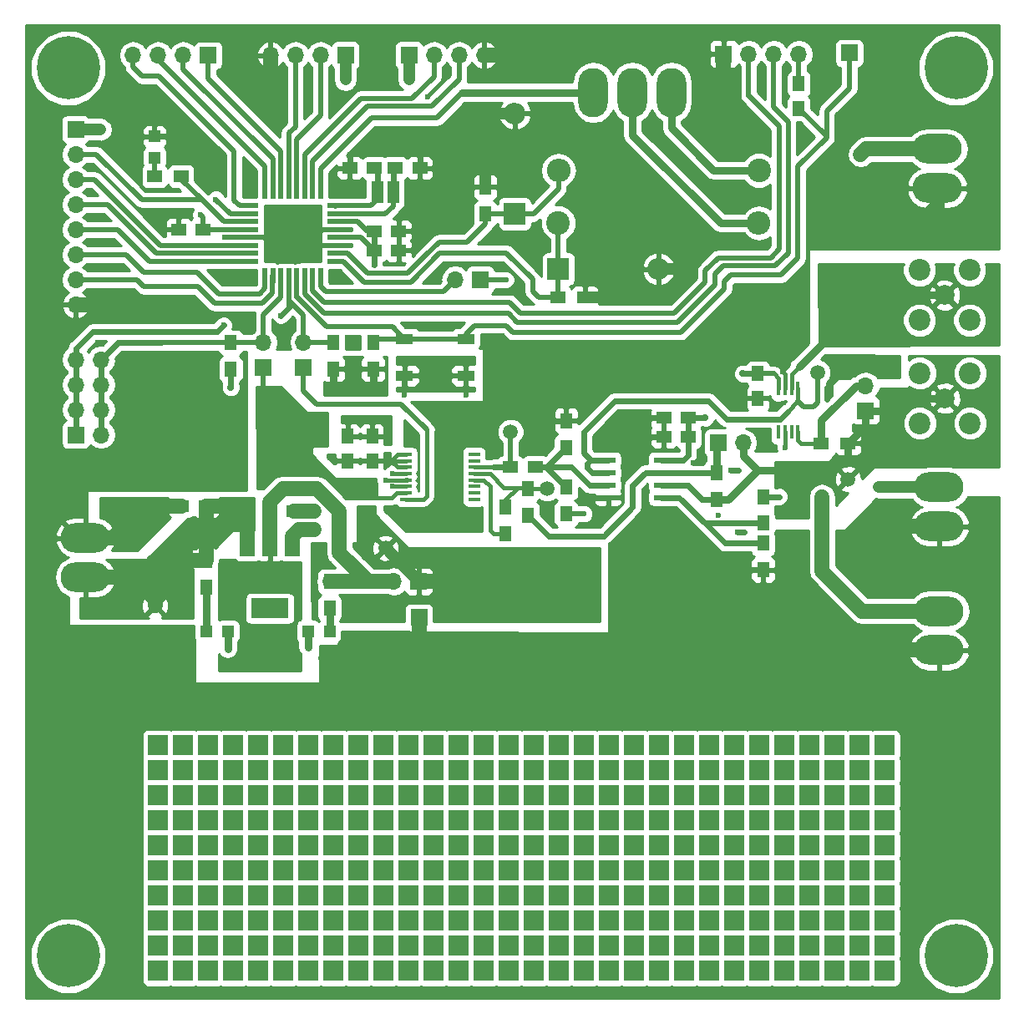
<source format=gbr>
G04 #@! TF.FileFunction,Copper,L1,Top,Signal*
%FSLAX46Y46*%
G04 Gerber Fmt 4.6, Leading zero omitted, Abs format (unit mm)*
G04 Created by KiCad (PCBNEW 4.0.2-stable) date 05/10/2017 9:36:08*
%MOMM*%
G01*
G04 APERTURE LIST*
%ADD10C,0.100000*%
%ADD11R,1.200000X0.400000*%
%ADD12R,1.500000X1.250000*%
%ADD13R,1.250000X1.500000*%
%ADD14R,1.200000X1.200000*%
%ADD15R,1.700000X1.700000*%
%ADD16O,1.700000X1.700000*%
%ADD17R,1.300000X1.500000*%
%ADD18R,1.500000X1.300000*%
%ADD19R,1.800000X1.100000*%
%ADD20R,1.550000X0.600000*%
%ADD21R,0.450000X1.450000*%
%ADD22R,1.600000X0.550000*%
%ADD23R,0.550000X1.600000*%
%ADD24C,1.500000*%
%ADD25O,5.001260X2.999740*%
%ADD26R,3.800000X2.000000*%
%ADD27R,1.500000X2.000000*%
%ADD28O,2.999740X5.001260*%
%ADD29R,2.200000X2.200000*%
%ADD30O,2.200000X2.200000*%
%ADD31C,2.400000*%
%ADD32O,2.400000X2.400000*%
%ADD33R,1.200000X2.300000*%
%ADD34C,2.200000*%
%ADD35C,2.000000*%
%ADD36R,2.000000X2.000000*%
%ADD37C,6.400000*%
%ADD38C,0.800000*%
%ADD39C,0.600000*%
%ADD40C,0.700000*%
%ADD41C,0.400000*%
%ADD42C,0.550000*%
%ADD43C,0.600000*%
%ADD44C,1.500000*%
%ADD45C,1.200000*%
%ADD46C,0.800000*%
%ADD47C,0.500000*%
%ADD48C,0.254000*%
G04 APERTURE END LIST*
D10*
D11*
X132705520Y-93928360D03*
X132705520Y-93278360D03*
X132705520Y-92628360D03*
X132705520Y-91978360D03*
X132705520Y-91328360D03*
X132705520Y-90678360D03*
X132705520Y-90028360D03*
X132705520Y-89378360D03*
X125805520Y-89378360D03*
X125805520Y-90028360D03*
X125805520Y-90678360D03*
X125805520Y-91328360D03*
X125805520Y-91978360D03*
X125805520Y-92628360D03*
X125805520Y-93278360D03*
X125805520Y-93928360D03*
D12*
X136412920Y-90678000D03*
X138912920Y-90678000D03*
X154442480Y-85694520D03*
X151942480Y-85694520D03*
X154442480Y-87619840D03*
X151942480Y-87619840D03*
D13*
X161474150Y-81189510D03*
X161474150Y-83689510D03*
D12*
X124700000Y-60375000D03*
X127200000Y-60375000D03*
X122600000Y-60375000D03*
X120100000Y-60375000D03*
X125049600Y-68707000D03*
X122549600Y-68707000D03*
X122549600Y-66741040D03*
X125049600Y-66741040D03*
X105263000Y-66586100D03*
X102763000Y-66586100D03*
X103032240Y-94630240D03*
X105532240Y-94630240D03*
X114488280Y-95133160D03*
X111988280Y-95133160D03*
D13*
X122377200Y-87533160D03*
X122377200Y-90033160D03*
D14*
X105549520Y-107320080D03*
X107749520Y-107320080D03*
X118061920Y-107309920D03*
X115861920Y-107309920D03*
D15*
X111340900Y-80581500D03*
D16*
X111340900Y-78041500D03*
D15*
X115417600Y-80556100D03*
D16*
X115417600Y-78016100D03*
D15*
X157429200Y-88209120D03*
D16*
X159969200Y-88209120D03*
D15*
X172394880Y-84957920D03*
D16*
X172394880Y-82417920D03*
D15*
X133332220Y-71688960D03*
D16*
X130792220Y-71688960D03*
D15*
X92316300Y-56438800D03*
D16*
X92316300Y-58978800D03*
X92316300Y-61518800D03*
X92316300Y-64058800D03*
X92316300Y-66598800D03*
X92316300Y-69138800D03*
X92316300Y-71678800D03*
X92316300Y-74218800D03*
D15*
X119672100Y-48920400D03*
D16*
X117132100Y-48920400D03*
X114592100Y-48920400D03*
X112052100Y-48920400D03*
D17*
X108041440Y-80740240D03*
X108041440Y-78040240D03*
X161996120Y-93666320D03*
X161996120Y-96366320D03*
X161998660Y-98388180D03*
X161998660Y-101088180D03*
X118430040Y-80719920D03*
X118430040Y-78019920D03*
X142036800Y-95411280D03*
X142036800Y-92711280D03*
X142036800Y-88665040D03*
X142036800Y-85965040D03*
X157261560Y-91233000D03*
X157261560Y-93933000D03*
X138165840Y-95533200D03*
X138165840Y-92833200D03*
X135900160Y-94743280D03*
X135900160Y-97443280D03*
D18*
X170615600Y-88270080D03*
X167915600Y-88270080D03*
D17*
X122461020Y-80727540D03*
X122461020Y-78027540D03*
X105552240Y-100148400D03*
X105552240Y-102848400D03*
X118059200Y-102261680D03*
X118059200Y-104961680D03*
D19*
X131860220Y-77695180D03*
X125660220Y-77695180D03*
X125660220Y-81395180D03*
X131860220Y-81395180D03*
D20*
X146286240Y-89961720D03*
X146286240Y-91231720D03*
X146286240Y-92501720D03*
X146286240Y-93771720D03*
X151686240Y-93771720D03*
X151686240Y-92501720D03*
X151686240Y-91231720D03*
X151686240Y-89961720D03*
D21*
X165527630Y-82723630D03*
X164877630Y-82723630D03*
X164227630Y-82723630D03*
X163577630Y-82723630D03*
X163577630Y-87123630D03*
X164227630Y-87123630D03*
X164877630Y-87123630D03*
X165527630Y-87123630D03*
D22*
X118575400Y-69792500D03*
X118575400Y-68992500D03*
X118575400Y-68192500D03*
X118575400Y-67392500D03*
X118575400Y-66592500D03*
X118575400Y-65792500D03*
X118575400Y-64992500D03*
X118575400Y-64192500D03*
D23*
X117125400Y-62742500D03*
X116325400Y-62742500D03*
X115525400Y-62742500D03*
X114725400Y-62742500D03*
X113925400Y-62742500D03*
X113125400Y-62742500D03*
X112325400Y-62742500D03*
X111525400Y-62742500D03*
D22*
X110075400Y-64192500D03*
X110075400Y-64992500D03*
X110075400Y-65792500D03*
X110075400Y-66592500D03*
X110075400Y-67392500D03*
X110075400Y-68192500D03*
X110075400Y-68992500D03*
X110075400Y-69792500D03*
D23*
X111525400Y-71242500D03*
X112325400Y-71242500D03*
X113125400Y-71242500D03*
X113925400Y-71242500D03*
X114725400Y-71242500D03*
X115525400Y-71242500D03*
X116325400Y-71242500D03*
X117125400Y-71242500D03*
D24*
X167528240Y-81081880D03*
X136408160Y-87111840D03*
X170611800Y-91897200D03*
X140108940Y-92834460D03*
X123733560Y-98877120D03*
D15*
X127099060Y-102260400D03*
D16*
X124559060Y-102260400D03*
D15*
X126095760Y-48920400D03*
D16*
X128635760Y-48920400D03*
X131175760Y-48920400D03*
X133715760Y-48920400D03*
D15*
X170750000Y-48700000D03*
X127109220Y-105918000D03*
X105752900Y-48933100D03*
D16*
X103212900Y-48933100D03*
X100672900Y-48933100D03*
X98132900Y-48933100D03*
D25*
X179825000Y-105268800D03*
X179825000Y-109231200D03*
X179650000Y-58418800D03*
X179650000Y-62381200D03*
X179847240Y-92720160D03*
X179847240Y-96682560D03*
X93325000Y-101831200D03*
X93325000Y-97868800D03*
D13*
X119893080Y-90038240D03*
X119893080Y-87538240D03*
D26*
X111998760Y-104998920D03*
D27*
X111998760Y-98698920D03*
X109698760Y-98698920D03*
X114298760Y-98698920D03*
D24*
X100360480Y-104729280D03*
D28*
X144792700Y-52694840D03*
X148752560Y-52694840D03*
X152712420Y-52694840D03*
D18*
X141243060Y-73502520D03*
X143943060Y-73502520D03*
D17*
X133852920Y-62287160D03*
X133852920Y-64987160D03*
D29*
X141244320Y-70591680D03*
D30*
X151404320Y-70591680D03*
D29*
X136822180Y-64988440D03*
D30*
X136822180Y-54828440D03*
D31*
X141236700Y-65938400D03*
D32*
X161556700Y-65938400D03*
D31*
X161577020Y-60601860D03*
D32*
X141257020Y-60601860D03*
D33*
X124500000Y-62775000D03*
X122900000Y-62775000D03*
D34*
X177860000Y-70710000D03*
X182940000Y-70710000D03*
X182940000Y-75790000D03*
X177860000Y-75790000D03*
D35*
X180400000Y-73250000D03*
D34*
X177885000Y-81160000D03*
X182965000Y-81160000D03*
X182965000Y-86240000D03*
X177885000Y-86240000D03*
D35*
X180425000Y-83700000D03*
D13*
X165625000Y-51825000D03*
X165625000Y-54325000D03*
D15*
X92350000Y-87400000D03*
D16*
X94890000Y-87400000D03*
X92350000Y-84860000D03*
X94890000Y-84860000D03*
X92350000Y-82320000D03*
X94890000Y-82320000D03*
X92350000Y-79780000D03*
X94890000Y-79780000D03*
D15*
X158000000Y-48800000D03*
D16*
X160540000Y-48800000D03*
X163080000Y-48800000D03*
X165620000Y-48800000D03*
D36*
X100660000Y-118870000D03*
X103200000Y-118870000D03*
X105740000Y-118870000D03*
X108280000Y-118870000D03*
X110820000Y-118870000D03*
X113360000Y-118870000D03*
X115900000Y-118870000D03*
X118440000Y-118870000D03*
X120980000Y-118870000D03*
X123520000Y-118870000D03*
X126060000Y-118870000D03*
X128600000Y-118870000D03*
X131140000Y-118870000D03*
X133680000Y-118870000D03*
X136220000Y-118870000D03*
X138760000Y-118870000D03*
X141300000Y-118870000D03*
X143840000Y-118870000D03*
X146380000Y-118870000D03*
X148920000Y-118870000D03*
X151460000Y-118870000D03*
X154000000Y-118870000D03*
X156540000Y-118870000D03*
X159080000Y-118870000D03*
X161620000Y-118870000D03*
X164160000Y-118870000D03*
X166700000Y-118870000D03*
X169240000Y-118870000D03*
X171780000Y-118870000D03*
X174320000Y-118870000D03*
X100660000Y-121410000D03*
X103200000Y-121410000D03*
X105740000Y-121410000D03*
X108280000Y-121410000D03*
X110820000Y-121410000D03*
X113360000Y-121410000D03*
X115900000Y-121410000D03*
X118440000Y-121410000D03*
X120980000Y-121410000D03*
X123520000Y-121410000D03*
X126060000Y-121410000D03*
X128600000Y-121410000D03*
X131140000Y-121410000D03*
X133680000Y-121410000D03*
X136220000Y-121410000D03*
X138760000Y-121410000D03*
X141300000Y-121410000D03*
X143840000Y-121410000D03*
X146380000Y-121410000D03*
X148920000Y-121410000D03*
X151460000Y-121410000D03*
X154000000Y-121410000D03*
X156540000Y-121410000D03*
X159080000Y-121410000D03*
X161620000Y-121410000D03*
X164160000Y-121410000D03*
X166700000Y-121410000D03*
X169240000Y-121410000D03*
X171780000Y-121410000D03*
X174320000Y-121410000D03*
X100660000Y-123950000D03*
X103200000Y-123950000D03*
X105740000Y-123950000D03*
X108280000Y-123950000D03*
X110820000Y-123950000D03*
X113360000Y-123950000D03*
X115900000Y-123950000D03*
X118440000Y-123950000D03*
X120980000Y-123950000D03*
X123520000Y-123950000D03*
X126060000Y-123950000D03*
X128600000Y-123950000D03*
X131140000Y-123950000D03*
X133680000Y-123950000D03*
X136220000Y-123950000D03*
X138760000Y-123950000D03*
X141300000Y-123950000D03*
X143840000Y-123950000D03*
X146380000Y-123950000D03*
X148920000Y-123950000D03*
X151460000Y-123950000D03*
X154000000Y-123950000D03*
X156540000Y-123950000D03*
X159080000Y-123950000D03*
X161620000Y-123950000D03*
X164160000Y-123950000D03*
X166700000Y-123950000D03*
X169240000Y-123950000D03*
X171780000Y-123950000D03*
X174320000Y-123950000D03*
X100660000Y-126490000D03*
X103200000Y-126490000D03*
X105740000Y-126490000D03*
X108280000Y-126490000D03*
X110820000Y-126490000D03*
X113360000Y-126490000D03*
X115900000Y-126490000D03*
X118440000Y-126490000D03*
X120980000Y-126490000D03*
X123520000Y-126490000D03*
X126060000Y-126490000D03*
X128600000Y-126490000D03*
X131140000Y-126490000D03*
X133680000Y-126490000D03*
X136220000Y-126490000D03*
X138760000Y-126490000D03*
X141300000Y-126490000D03*
X143840000Y-126490000D03*
X146380000Y-126490000D03*
X148920000Y-126490000D03*
X151460000Y-126490000D03*
X154000000Y-126490000D03*
X156540000Y-126490000D03*
X159080000Y-126490000D03*
X161620000Y-126490000D03*
X164160000Y-126490000D03*
X166700000Y-126490000D03*
X169240000Y-126490000D03*
X171780000Y-126490000D03*
X174320000Y-126490000D03*
X100660000Y-129030000D03*
X103200000Y-129030000D03*
X105740000Y-129030000D03*
X108280000Y-129030000D03*
X110820000Y-129030000D03*
X113360000Y-129030000D03*
X115900000Y-129030000D03*
X118440000Y-129030000D03*
X120980000Y-129030000D03*
X123520000Y-129030000D03*
X126060000Y-129030000D03*
X128600000Y-129030000D03*
X131140000Y-129030000D03*
X133680000Y-129030000D03*
X136220000Y-129030000D03*
X138760000Y-129030000D03*
X141300000Y-129030000D03*
X143840000Y-129030000D03*
X146380000Y-129030000D03*
X148920000Y-129030000D03*
X151460000Y-129030000D03*
X154000000Y-129030000D03*
X156540000Y-129030000D03*
X159080000Y-129030000D03*
X161620000Y-129030000D03*
X164160000Y-129030000D03*
X166700000Y-129030000D03*
X169240000Y-129030000D03*
X171780000Y-129030000D03*
X174320000Y-129030000D03*
X100660000Y-131570000D03*
X103200000Y-131570000D03*
X105740000Y-131570000D03*
X108280000Y-131570000D03*
X110820000Y-131570000D03*
X113360000Y-131570000D03*
X115900000Y-131570000D03*
X118440000Y-131570000D03*
X120980000Y-131570000D03*
X123520000Y-131570000D03*
X126060000Y-131570000D03*
X128600000Y-131570000D03*
X131140000Y-131570000D03*
X133680000Y-131570000D03*
X136220000Y-131570000D03*
X138760000Y-131570000D03*
X141300000Y-131570000D03*
X143840000Y-131570000D03*
X146380000Y-131570000D03*
X148920000Y-131570000D03*
X151460000Y-131570000D03*
X154000000Y-131570000D03*
X156540000Y-131570000D03*
X159080000Y-131570000D03*
X161620000Y-131570000D03*
X164160000Y-131570000D03*
X166700000Y-131570000D03*
X169240000Y-131570000D03*
X171780000Y-131570000D03*
X174320000Y-131570000D03*
X100660000Y-134110000D03*
X103200000Y-134110000D03*
X105740000Y-134110000D03*
X108280000Y-134110000D03*
X110820000Y-134110000D03*
X113360000Y-134110000D03*
X115900000Y-134110000D03*
X118440000Y-134110000D03*
X120980000Y-134110000D03*
X123520000Y-134110000D03*
X126060000Y-134110000D03*
X128600000Y-134110000D03*
X131140000Y-134110000D03*
X133680000Y-134110000D03*
X136220000Y-134110000D03*
X138760000Y-134110000D03*
X141300000Y-134110000D03*
X143840000Y-134110000D03*
X146380000Y-134110000D03*
X148920000Y-134110000D03*
X151460000Y-134110000D03*
X154000000Y-134110000D03*
X156540000Y-134110000D03*
X159080000Y-134110000D03*
X161620000Y-134110000D03*
X164160000Y-134110000D03*
X166700000Y-134110000D03*
X169240000Y-134110000D03*
X171780000Y-134110000D03*
X174320000Y-134110000D03*
X100660000Y-136650000D03*
X103200000Y-136650000D03*
X105740000Y-136650000D03*
X108280000Y-136650000D03*
X110820000Y-136650000D03*
X113360000Y-136650000D03*
X115900000Y-136650000D03*
X118440000Y-136650000D03*
X120980000Y-136650000D03*
X123520000Y-136650000D03*
X126060000Y-136650000D03*
X128600000Y-136650000D03*
X131140000Y-136650000D03*
X133680000Y-136650000D03*
X136220000Y-136650000D03*
X138760000Y-136650000D03*
X141300000Y-136650000D03*
X143840000Y-136650000D03*
X146380000Y-136650000D03*
X148920000Y-136650000D03*
X151460000Y-136650000D03*
X154000000Y-136650000D03*
X156540000Y-136650000D03*
X159080000Y-136650000D03*
X161620000Y-136650000D03*
X164160000Y-136650000D03*
X166700000Y-136650000D03*
X169240000Y-136650000D03*
X171780000Y-136650000D03*
X174320000Y-136650000D03*
X100660000Y-139190000D03*
X103200000Y-139190000D03*
X105740000Y-139190000D03*
X108280000Y-139190000D03*
X110820000Y-139190000D03*
X113360000Y-139190000D03*
X115900000Y-139190000D03*
X118440000Y-139190000D03*
X120980000Y-139190000D03*
X123520000Y-139190000D03*
X126060000Y-139190000D03*
X128600000Y-139190000D03*
X131140000Y-139190000D03*
X133680000Y-139190000D03*
X136220000Y-139190000D03*
X138760000Y-139190000D03*
X141300000Y-139190000D03*
X143840000Y-139190000D03*
X146380000Y-139190000D03*
X148920000Y-139190000D03*
X151460000Y-139190000D03*
X154000000Y-139190000D03*
X156540000Y-139190000D03*
X159080000Y-139190000D03*
X161620000Y-139190000D03*
X164160000Y-139190000D03*
X166700000Y-139190000D03*
X169240000Y-139190000D03*
X171780000Y-139190000D03*
X174320000Y-139190000D03*
X100660000Y-141730000D03*
X103200000Y-141730000D03*
X105740000Y-141730000D03*
X108280000Y-141730000D03*
X110820000Y-141730000D03*
X113360000Y-141730000D03*
X115900000Y-141730000D03*
X118440000Y-141730000D03*
X120980000Y-141730000D03*
X123520000Y-141730000D03*
X126060000Y-141730000D03*
X128600000Y-141730000D03*
X131140000Y-141730000D03*
X133680000Y-141730000D03*
X136220000Y-141730000D03*
X138760000Y-141730000D03*
X141300000Y-141730000D03*
X143840000Y-141730000D03*
X146380000Y-141730000D03*
X148920000Y-141730000D03*
X151460000Y-141730000D03*
X154000000Y-141730000D03*
X156540000Y-141730000D03*
X159080000Y-141730000D03*
X161620000Y-141730000D03*
X164160000Y-141730000D03*
X166700000Y-141730000D03*
X169240000Y-141730000D03*
X171780000Y-141730000D03*
X174320000Y-141730000D03*
D37*
X91563200Y-50212000D03*
D38*
X93963200Y-50212000D03*
X93260256Y-51909056D03*
X91563200Y-52612000D03*
X89866144Y-51909056D03*
X89163200Y-50212000D03*
X89866144Y-48514944D03*
X91563200Y-47812000D03*
X93260256Y-48514944D03*
D37*
X181563200Y-50212000D03*
D38*
X183963200Y-50212000D03*
X183260256Y-51909056D03*
X181563200Y-52612000D03*
X179866144Y-51909056D03*
X179163200Y-50212000D03*
X179866144Y-48514944D03*
X181563200Y-47812000D03*
X183260256Y-48514944D03*
D37*
X91563200Y-140212000D03*
D38*
X93963200Y-140212000D03*
X93260256Y-141909056D03*
X91563200Y-142612000D03*
X89866144Y-141909056D03*
X89163200Y-140212000D03*
X89866144Y-138514944D03*
X91563200Y-137812000D03*
X93260256Y-138514944D03*
D37*
X181563200Y-140212000D03*
D38*
X183963200Y-140212000D03*
X183260256Y-141909056D03*
X181563200Y-142612000D03*
X179866144Y-141909056D03*
X179163200Y-140212000D03*
X179866144Y-138514944D03*
X181563200Y-137812000D03*
X183260256Y-138514944D03*
D14*
X100310000Y-59350000D03*
X100310000Y-57150000D03*
D18*
X100320000Y-61190000D03*
X103020000Y-61190000D03*
D39*
X114530000Y-69830000D03*
X114590000Y-64930000D03*
X113220000Y-69630000D03*
X112920000Y-65110000D03*
X113750000Y-68930000D03*
X113730000Y-65920000D03*
X114120000Y-66590000D03*
X114280000Y-68180000D03*
D40*
X173187360Y-96682560D03*
D39*
X175020000Y-102540000D03*
X179710000Y-102370000D03*
X183850000Y-102370000D03*
X181890000Y-100530000D03*
X177360000Y-100500000D03*
X173060000Y-100500000D03*
X171220000Y-98820000D03*
X88850000Y-56660000D03*
X88790000Y-61410000D03*
X88770000Y-67670000D03*
X88740000Y-72530000D03*
X88770000Y-78870000D03*
X88900000Y-84710000D03*
X88770000Y-91310000D03*
X88740000Y-98680000D03*
X88630000Y-105110000D03*
X91170000Y-107780000D03*
X96580000Y-107820000D03*
X101420000Y-107940000D03*
X103750000Y-110220000D03*
X100890000Y-110190000D03*
X103210000Y-112700000D03*
X99210000Y-112700000D03*
X101420000Y-115080000D03*
X105700000Y-115110000D03*
X110060000Y-115030000D03*
X115580000Y-115110000D03*
X118720000Y-113040000D03*
X122000000Y-113080000D03*
X125920000Y-113080000D03*
X129650000Y-113120000D03*
X133620000Y-113080000D03*
X137440000Y-113050000D03*
X143140000Y-113020000D03*
X149170000Y-113020000D03*
X154840000Y-113050000D03*
X161720000Y-112990000D03*
X167700000Y-112930000D03*
X173730000Y-113050000D03*
D40*
X127106680Y-109143800D03*
X117650000Y-110050000D03*
X120150000Y-110050000D03*
X123000000Y-110050000D03*
X125350000Y-110050000D03*
D39*
X182370000Y-116710000D03*
X182250000Y-122430000D03*
X182270000Y-126300000D03*
X182270000Y-134380000D03*
X178770000Y-130910000D03*
X178820000Y-126240000D03*
X178930000Y-121870000D03*
X178880000Y-115600000D03*
D40*
X173775000Y-110100000D03*
D39*
X152970000Y-96510000D03*
X150420000Y-99060000D03*
X155260000Y-99360000D03*
X158270000Y-102180000D03*
X154880000Y-101990000D03*
X150950000Y-102070000D03*
X148290000Y-104580000D03*
X150080000Y-106300000D03*
X153580000Y-106380000D03*
X157850000Y-106380000D03*
X161320000Y-106380000D03*
X165580000Y-106260000D03*
X168860000Y-106680000D03*
D40*
X176000000Y-65725000D03*
D39*
X174180000Y-50630000D03*
X174290000Y-53760000D03*
X176170000Y-55280000D03*
X175180000Y-62060000D03*
X169770000Y-60160000D03*
X167720000Y-60730000D03*
X167680000Y-62940000D03*
X168670000Y-65840000D03*
X101950000Y-57150000D03*
X97990000Y-59400000D03*
X96670000Y-58250000D03*
X98150000Y-54680000D03*
X102040000Y-54590000D03*
X104640000Y-56940000D03*
X106510000Y-58760000D03*
X106480000Y-60150000D03*
X105000000Y-60240000D03*
X143140000Y-62560000D03*
X145050000Y-60500000D03*
X149500000Y-60660000D03*
X151640000Y-63060000D03*
X147790000Y-63060000D03*
X144970000Y-65720000D03*
X148930000Y-65720000D03*
X151870000Y-65720000D03*
X126659640Y-66746120D03*
X125320000Y-56960000D03*
X122740000Y-57050000D03*
X123520000Y-58030000D03*
X129590000Y-58230000D03*
X128050000Y-56890000D03*
X131290000Y-55990000D03*
X131370000Y-57810000D03*
X133130000Y-55820000D03*
X133830000Y-57720000D03*
X132160000Y-59510000D03*
X130230000Y-59620000D03*
X131730000Y-61050000D03*
X130070000Y-62590000D03*
X128470000Y-62450000D03*
X126600000Y-64270000D03*
X128400000Y-64240000D03*
X130360000Y-64280000D03*
X132040000Y-65940000D03*
X130290000Y-65990000D03*
X128610000Y-65970000D03*
X165890000Y-73230000D03*
X163980000Y-73180000D03*
X162170000Y-73150000D03*
X160420000Y-73060000D03*
X158800000Y-74660000D03*
X160880000Y-74650000D03*
X162850000Y-74630000D03*
X164880000Y-74670000D03*
X163560000Y-78150000D03*
X160180000Y-78150000D03*
X157500000Y-78090000D03*
X140451840Y-85963760D03*
X136390000Y-80120000D03*
X140980000Y-80060000D03*
X143800000Y-80060000D03*
X146750000Y-80020000D03*
X149620000Y-80080000D03*
X153860000Y-80040000D03*
X152400000Y-81580000D03*
X149390000Y-81630000D03*
X146670000Y-81670000D03*
X145120000Y-83060000D03*
X142980000Y-83090000D03*
X140890000Y-83070000D03*
X138500000Y-83030000D03*
X140210000Y-84800000D03*
X137890000Y-84760000D03*
X139080000Y-85970000D03*
X98670000Y-84330000D03*
X102230000Y-84430000D03*
X105950000Y-84590000D03*
X107780000Y-86360000D03*
X104360000Y-86420000D03*
X100810000Y-86400000D03*
X98260000Y-88930000D03*
X101730000Y-88850000D03*
X104890000Y-88930000D03*
X108390000Y-88930000D03*
X106110000Y-91400000D03*
X103210000Y-91440000D03*
X98830000Y-91440000D03*
X94410000Y-91440000D03*
X91740000Y-91480000D03*
X90220000Y-92960000D03*
X119870000Y-77560000D03*
X120860000Y-77580000D03*
X96460000Y-70390000D03*
X94060000Y-70330000D03*
X109510000Y-76830000D03*
X110340000Y-76310000D03*
X113340000Y-78090000D03*
X114280000Y-76310000D03*
D40*
X95341440Y-74218800D03*
D39*
X94550000Y-78010000D03*
X130200000Y-76320000D03*
X128880000Y-76320000D03*
X127350000Y-76320000D03*
X126390000Y-86950000D03*
X122369580Y-85973920D03*
X126400000Y-87910000D03*
X159460000Y-91030000D03*
X158760000Y-91020000D03*
X154900000Y-90210000D03*
X162150000Y-88070000D03*
X155840000Y-90210000D03*
D40*
X116476780Y-95133160D03*
D39*
X144597120Y-93776800D03*
X140090000Y-95040000D03*
X164180000Y-51740000D03*
X164180000Y-50830000D03*
X161830000Y-51740000D03*
X161830000Y-50980000D03*
D40*
X158000000Y-51750000D03*
D39*
X137270000Y-67610000D03*
X134890000Y-67610000D03*
X126583440Y-68717160D03*
X136010000Y-67610000D03*
X137510000Y-72300000D03*
X120187720Y-68209160D03*
X118590000Y-71160000D03*
X157470000Y-95550000D03*
X159410000Y-97290000D03*
X160497520Y-101092000D03*
X160120000Y-97290000D03*
X172560000Y-80040000D03*
X159913320Y-83698080D03*
X168430000Y-83740000D03*
X165770000Y-58000000D03*
X159380000Y-63440000D03*
D40*
X154510740Y-70591680D03*
D39*
X157770000Y-63440000D03*
X161280000Y-63430000D03*
X165770000Y-56690000D03*
X94060000Y-68030000D03*
X96060000Y-68030000D03*
X94060000Y-65550000D03*
X100990400Y-66586100D03*
X94960000Y-65530000D03*
X94060000Y-62790000D03*
X109890000Y-71280000D03*
X108390000Y-71220000D03*
X115850000Y-54540000D03*
D40*
X112059720Y-53492400D03*
D39*
X115850000Y-53480000D03*
X109940000Y-63090000D03*
X110000000Y-61720000D03*
X109940000Y-60290000D03*
D40*
X133720840Y-54828440D03*
D39*
X127960000Y-53160000D03*
X116620000Y-66592500D03*
X116590000Y-68192500D03*
X111800000Y-65870000D03*
X111990000Y-69030000D03*
X112005000Y-66575000D03*
X112175000Y-68065000D03*
X115697500Y-65257500D03*
X115780000Y-69110000D03*
X115780000Y-68180000D03*
X115697500Y-66592500D03*
X112820000Y-67390000D03*
X115870000Y-108910000D03*
X107740000Y-109120000D03*
D40*
X97425000Y-95050000D03*
X129850000Y-110100000D03*
X133025000Y-110100000D03*
X136550000Y-110100000D03*
X140650000Y-110100000D03*
X145550000Y-110100000D03*
X149975000Y-110100000D03*
X153650000Y-110100000D03*
X157775000Y-110100000D03*
X161700000Y-110100000D03*
X165750000Y-110100000D03*
X169450000Y-110100000D03*
D39*
X127200000Y-59150000D03*
X120100000Y-58950000D03*
D40*
X146700240Y-73502520D03*
X133852920Y-59306460D03*
X136809480Y-48920400D03*
X100782120Y-94632780D03*
X116479320Y-96964500D03*
D39*
X150418800Y-85694520D03*
X150380700Y-87619840D03*
X125660220Y-83376700D03*
X163960810Y-81029810D03*
X124434600Y-92633800D03*
X123723400Y-91978480D03*
X124426980Y-91333320D03*
X131864100Y-83375500D03*
X120182640Y-66583560D03*
X107403900Y-67398900D03*
X107320000Y-76270000D03*
X113110000Y-75320000D03*
X135925560Y-71688960D03*
X164228780Y-88694260D03*
X122461020Y-82547460D03*
X117120000Y-99490000D03*
D40*
X171881800Y-58978800D03*
X167975000Y-93675000D03*
D39*
X126108460Y-51379120D03*
X119664480Y-51389280D03*
X94833440Y-56448960D03*
D40*
X141674850Y-100201730D03*
D39*
X163631880Y-93659960D03*
D40*
X156141420Y-85686900D03*
X173736000Y-92697300D03*
X140188950Y-101687630D03*
D39*
X143855440Y-95412560D03*
D40*
X159951420Y-81198720D03*
X128282700Y-99669600D03*
X129799080Y-100463350D03*
X138587480Y-102265480D03*
X136880600Y-102265480D03*
X134985760Y-102260400D03*
X131839970Y-100463350D03*
D39*
X118651020Y-90032840D03*
D40*
X133637020Y-102260400D03*
D39*
X118430040Y-82544920D03*
D40*
X108036360Y-82593180D03*
D39*
X104978200Y-65069720D03*
X106527600Y-63520320D03*
X122544840Y-70134480D03*
D41*
X132705520Y-91978360D02*
X133697860Y-91978360D01*
X134705080Y-97443280D02*
X135900160Y-97443280D01*
X134335520Y-97073720D02*
X134705080Y-97443280D01*
X134335520Y-92616020D02*
X134335520Y-97073720D01*
X133697860Y-91978360D02*
X134335520Y-92616020D01*
X138165840Y-92833200D02*
X140107680Y-92833200D01*
X140107680Y-92833200D02*
X140108940Y-92834460D01*
X137109200Y-92737940D02*
X138070580Y-92737940D01*
X138070580Y-92737940D02*
X138165840Y-92833200D01*
X135900160Y-94743280D02*
X135900160Y-93946980D01*
X135900160Y-93946980D02*
X137109200Y-92737940D01*
X137109200Y-92737940D02*
X136779000Y-92737940D01*
X134328020Y-91328360D02*
X135732520Y-92732860D01*
X135732520Y-92732860D02*
X136773920Y-92732860D01*
X136773920Y-92732860D02*
X136779000Y-92737940D01*
X134328020Y-91328360D02*
X132705520Y-91328360D01*
X138222980Y-92737940D02*
X138310620Y-92825580D01*
D42*
X136412920Y-90678000D02*
X136412920Y-87116600D01*
X136412920Y-87116600D02*
X136408160Y-87111840D01*
D43*
X134695840Y-90678360D02*
X136412560Y-90678360D01*
X136412560Y-90678360D02*
X136412920Y-90678000D01*
D41*
X133764380Y-90678360D02*
X134695840Y-90678360D01*
X134695840Y-90678360D02*
X134703820Y-90670380D01*
D42*
X136412560Y-90678360D02*
X136412920Y-90678000D01*
D41*
X132705520Y-90678360D02*
X133764380Y-90678360D01*
X133764380Y-90678360D02*
X133769100Y-90683080D01*
D43*
X114530000Y-69830000D02*
X114530000Y-69840000D01*
X114530000Y-69830000D02*
X114530000Y-69840000D01*
X113220000Y-69630000D02*
X113115000Y-69525000D01*
X113115000Y-69525000D02*
X113220000Y-69630000D01*
X113220000Y-69630000D02*
X113220000Y-69420000D01*
X113750000Y-68890000D02*
X113750000Y-68930000D01*
X113730000Y-68910000D02*
X113750000Y-68930000D01*
X113750000Y-68930000D02*
X113730000Y-68910000D01*
X114030000Y-66650000D02*
X114120000Y-66650000D01*
X114120000Y-66650000D02*
X114120000Y-66590000D01*
X114460000Y-68180000D02*
X114280000Y-68180000D01*
X114280000Y-68180000D02*
X114190000Y-68180000D01*
X114030000Y-66650000D02*
X114460000Y-66650000D01*
X113630000Y-67050000D02*
X114030000Y-66650000D01*
X113630000Y-67620000D02*
X113630000Y-67050000D01*
X114190000Y-68180000D02*
X113630000Y-67620000D01*
X115780000Y-68180000D02*
X114460000Y-68180000D01*
X114460000Y-68180000D02*
X113750000Y-68890000D01*
X113750000Y-68890000D02*
X113220000Y-69420000D01*
X113220000Y-69420000D02*
X112800000Y-69840000D01*
X115340000Y-66650000D02*
X114460000Y-66650000D01*
X114460000Y-66650000D02*
X113730000Y-65920000D01*
X113730000Y-65920000D02*
X112920000Y-65110000D01*
X112920000Y-65110000D02*
X112740000Y-64930000D01*
D44*
X179847240Y-96682560D02*
X173187360Y-96682560D01*
D43*
X183850000Y-102370000D02*
X179710000Y-102370000D01*
X177390000Y-100530000D02*
X181890000Y-100530000D01*
X177360000Y-100500000D02*
X177390000Y-100530000D01*
X172900000Y-100500000D02*
X173060000Y-100500000D01*
X171220000Y-98820000D02*
X172900000Y-100500000D01*
X88850000Y-61350000D02*
X88850000Y-56660000D01*
X88790000Y-61410000D02*
X88850000Y-61350000D01*
X88770000Y-72500000D02*
X88770000Y-67670000D01*
X88740000Y-72530000D02*
X88770000Y-72500000D01*
X88770000Y-84580000D02*
X88770000Y-78870000D01*
X88900000Y-84710000D02*
X88770000Y-84580000D01*
X88770000Y-98650000D02*
X88770000Y-91310000D01*
X88740000Y-98680000D02*
X88770000Y-98650000D01*
X88630000Y-105240000D02*
X88630000Y-105110000D01*
X91170000Y-107780000D02*
X88630000Y-105240000D01*
X101300000Y-107820000D02*
X96580000Y-107820000D01*
X101420000Y-107940000D02*
X101300000Y-107820000D01*
X100920000Y-110220000D02*
X103750000Y-110220000D01*
X100890000Y-110190000D02*
X100920000Y-110220000D01*
X99210000Y-112700000D02*
X103210000Y-112700000D01*
X105670000Y-115080000D02*
X101420000Y-115080000D01*
X105700000Y-115110000D02*
X105670000Y-115080000D01*
X115500000Y-115030000D02*
X110060000Y-115030000D01*
X115580000Y-115110000D02*
X115500000Y-115030000D01*
X117650000Y-111970000D02*
X118720000Y-113040000D01*
X122000000Y-113080000D02*
X125920000Y-113080000D01*
X129650000Y-113120000D02*
X129690000Y-113080000D01*
X129690000Y-113080000D02*
X133620000Y-113080000D01*
X137440000Y-113050000D02*
X137470000Y-113020000D01*
X137470000Y-113020000D02*
X143140000Y-113020000D01*
X149170000Y-113020000D02*
X149200000Y-113050000D01*
X149200000Y-113050000D02*
X154840000Y-113050000D01*
X161720000Y-112990000D02*
X161780000Y-112930000D01*
X161780000Y-112930000D02*
X167700000Y-112930000D01*
D44*
X127106680Y-109143800D02*
X127081200Y-109143800D01*
X125350000Y-110050000D02*
X126175000Y-110050000D01*
X123000000Y-110050000D02*
X125350000Y-110050000D01*
X120150000Y-110050000D02*
X123000000Y-110050000D01*
X117650000Y-110050000D02*
X120150000Y-110050000D01*
X127081200Y-109143800D02*
X126175000Y-110050000D01*
D43*
X117650000Y-110050000D02*
X117650000Y-111970000D01*
X182370000Y-122310000D02*
X182370000Y-116710000D01*
X182250000Y-122430000D02*
X182370000Y-122310000D01*
X182270000Y-134380000D02*
X182270000Y-126300000D01*
X178770000Y-126290000D02*
X178770000Y-130910000D01*
X178820000Y-126240000D02*
X178770000Y-126290000D01*
X178930000Y-115650000D02*
X178930000Y-121870000D01*
X178880000Y-115600000D02*
X178930000Y-115650000D01*
X173775000Y-110100000D02*
X172280000Y-110100000D01*
X150420000Y-99060000D02*
X152970000Y-96510000D01*
X155450000Y-99360000D02*
X155260000Y-99360000D01*
X158270000Y-102180000D02*
X155450000Y-99360000D01*
X151030000Y-101990000D02*
X154880000Y-101990000D01*
X150950000Y-102070000D02*
X151030000Y-101990000D01*
X148360000Y-104580000D02*
X148290000Y-104580000D01*
X150080000Y-106300000D02*
X148360000Y-104580000D01*
X157850000Y-106380000D02*
X153580000Y-106380000D01*
X165460000Y-106380000D02*
X161320000Y-106380000D01*
X165580000Y-106260000D02*
X165460000Y-106380000D01*
X172280000Y-110100000D02*
X168860000Y-106680000D01*
X176000000Y-65725000D02*
X168785000Y-65725000D01*
D44*
X179650000Y-64250000D02*
X178175000Y-65725000D01*
X178175000Y-65725000D02*
X176000000Y-65725000D01*
X179650000Y-62381200D02*
X179650000Y-64250000D01*
D43*
X174650000Y-53760000D02*
X174290000Y-53760000D01*
X176170000Y-55280000D02*
X174650000Y-53760000D01*
X171670000Y-62060000D02*
X175180000Y-62060000D01*
X169770000Y-60160000D02*
X171670000Y-62060000D01*
X167720000Y-62900000D02*
X167720000Y-60730000D01*
X167680000Y-62940000D02*
X167720000Y-62900000D01*
X168785000Y-65725000D02*
X168670000Y-65840000D01*
D42*
X100310000Y-57150000D02*
X101950000Y-57150000D01*
D43*
X97820000Y-59400000D02*
X97990000Y-59400000D01*
X96670000Y-58250000D02*
X97820000Y-59400000D01*
X101950000Y-54680000D02*
X98150000Y-54680000D01*
X102040000Y-54590000D02*
X101950000Y-54680000D01*
X104690000Y-56940000D02*
X104640000Y-56940000D01*
X106510000Y-58760000D02*
X104690000Y-56940000D01*
X105090000Y-60150000D02*
X106480000Y-60150000D01*
X105000000Y-60240000D02*
X105090000Y-60150000D01*
X143140000Y-62410000D02*
X143140000Y-62560000D01*
X145050000Y-60500000D02*
X143140000Y-62410000D01*
X149500000Y-60920000D02*
X149500000Y-60660000D01*
X151640000Y-63060000D02*
X149500000Y-60920000D01*
X147630000Y-63060000D02*
X147790000Y-63060000D01*
X144970000Y-65720000D02*
X147630000Y-63060000D01*
X151870000Y-65720000D02*
X148930000Y-65720000D01*
D42*
X126654560Y-66741040D02*
X126659640Y-66746120D01*
X125049600Y-66741040D02*
X126654560Y-66741040D01*
D43*
X122830000Y-56960000D02*
X125320000Y-56960000D01*
X122740000Y-57050000D02*
X122830000Y-56960000D01*
X129390000Y-58030000D02*
X123520000Y-58030000D01*
X129590000Y-58230000D02*
X129390000Y-58030000D01*
X130390000Y-56890000D02*
X128050000Y-56890000D01*
X131290000Y-55990000D02*
X130390000Y-56890000D01*
X131370000Y-57580000D02*
X131370000Y-57810000D01*
X133130000Y-55820000D02*
X131370000Y-57580000D01*
X133830000Y-57840000D02*
X133830000Y-57720000D01*
X132160000Y-59510000D02*
X133830000Y-57840000D01*
X130300000Y-59620000D02*
X130230000Y-59620000D01*
X131730000Y-61050000D02*
X130300000Y-59620000D01*
X128610000Y-62590000D02*
X130070000Y-62590000D01*
X128470000Y-62450000D02*
X128610000Y-62590000D01*
X128370000Y-64270000D02*
X126600000Y-64270000D01*
X128400000Y-64240000D02*
X128370000Y-64270000D01*
X130380000Y-64280000D02*
X130360000Y-64280000D01*
X132040000Y-65940000D02*
X130380000Y-64280000D01*
X128630000Y-65990000D02*
X130290000Y-65990000D01*
X128610000Y-65970000D02*
X128630000Y-65990000D01*
X163560000Y-78150000D02*
X163560000Y-76050000D01*
X162200000Y-73180000D02*
X163980000Y-73180000D01*
X162170000Y-73150000D02*
X162200000Y-73180000D01*
X160400000Y-73060000D02*
X160420000Y-73060000D01*
X158800000Y-74660000D02*
X160400000Y-73060000D01*
X162830000Y-74650000D02*
X160880000Y-74650000D01*
X162850000Y-74630000D02*
X162830000Y-74650000D01*
X164930000Y-74620000D02*
X164880000Y-74670000D01*
X164990000Y-74620000D02*
X164930000Y-74620000D01*
X163560000Y-76050000D02*
X164990000Y-74620000D01*
X163560000Y-78150000D02*
X163620000Y-78090000D01*
X157560000Y-78150000D02*
X160180000Y-78150000D01*
X157500000Y-78090000D02*
X157560000Y-78150000D01*
X140453120Y-85965040D02*
X140451840Y-85963760D01*
X142036800Y-85965040D02*
X140453120Y-85965040D01*
X140920000Y-80120000D02*
X136390000Y-80120000D01*
X140980000Y-80060000D02*
X140920000Y-80120000D01*
X146710000Y-80060000D02*
X143800000Y-80060000D01*
X146750000Y-80020000D02*
X146710000Y-80060000D01*
X153820000Y-80080000D02*
X149620000Y-80080000D01*
X153860000Y-80040000D02*
X153820000Y-80080000D01*
X149440000Y-81580000D02*
X152400000Y-81580000D01*
X149390000Y-81630000D02*
X149440000Y-81580000D01*
X146510000Y-81670000D02*
X146670000Y-81670000D01*
X145120000Y-83060000D02*
X146510000Y-81670000D01*
X140910000Y-83090000D02*
X142980000Y-83090000D01*
X140890000Y-83070000D02*
X140910000Y-83090000D01*
X138500000Y-83090000D02*
X138500000Y-83030000D01*
X140210000Y-84800000D02*
X138500000Y-83090000D01*
X137890000Y-84780000D02*
X137890000Y-84760000D01*
X139080000Y-85970000D02*
X137890000Y-84780000D01*
X93325000Y-97868800D02*
X92568800Y-97868800D01*
X92568800Y-97868800D02*
X90220000Y-95520000D01*
X105790000Y-84430000D02*
X102230000Y-84430000D01*
X105950000Y-84590000D02*
X105790000Y-84430000D01*
X104420000Y-86360000D02*
X107780000Y-86360000D01*
X104360000Y-86420000D02*
X104420000Y-86360000D01*
X100790000Y-86400000D02*
X100810000Y-86400000D01*
X98260000Y-88930000D02*
X100790000Y-86400000D01*
X104810000Y-88850000D02*
X101730000Y-88850000D01*
X104890000Y-88930000D02*
X104810000Y-88850000D01*
X108390000Y-89120000D02*
X108390000Y-88930000D01*
X106110000Y-91400000D02*
X108390000Y-89120000D01*
X98830000Y-91440000D02*
X103210000Y-91440000D01*
X91780000Y-91440000D02*
X94410000Y-91440000D01*
X91740000Y-91480000D02*
X91780000Y-91440000D01*
X90220000Y-95520000D02*
X90220000Y-92960000D01*
X120840000Y-77560000D02*
X119870000Y-77560000D01*
X120860000Y-77580000D02*
X120840000Y-77560000D01*
X94120000Y-70390000D02*
X96460000Y-70390000D01*
X94060000Y-70330000D02*
X94120000Y-70390000D01*
X109820000Y-76830000D02*
X109510000Y-76830000D01*
X110340000Y-76310000D02*
X109820000Y-76830000D01*
X113340000Y-77250000D02*
X113340000Y-78090000D01*
X114280000Y-76310000D02*
X113340000Y-77250000D01*
D44*
X92316300Y-74218800D02*
X95341440Y-74218800D01*
D43*
X127350000Y-76320000D02*
X128880000Y-76320000D01*
X126390000Y-86950000D02*
X126390000Y-87900000D01*
D42*
X122377200Y-87533160D02*
X122377200Y-85981540D01*
X122377200Y-85981540D02*
X122369580Y-85973920D01*
D43*
X126390000Y-87900000D02*
X126400000Y-87910000D01*
X159460000Y-91030000D02*
X158770000Y-91030000D01*
X158770000Y-91030000D02*
X158760000Y-91020000D01*
X155840000Y-90210000D02*
X154900000Y-90210000D01*
D44*
X114488280Y-95133160D02*
X116476780Y-95133160D01*
D43*
X144602200Y-93771720D02*
X144597120Y-93776800D01*
X146286240Y-93771720D02*
X144602200Y-93771720D01*
X161830000Y-51740000D02*
X161830000Y-50980000D01*
D44*
X158000000Y-51750000D02*
X158000000Y-48800000D01*
D43*
X136010000Y-67610000D02*
X134890000Y-67610000D01*
D42*
X125049600Y-68707000D02*
X126573280Y-68707000D01*
X126573280Y-68707000D02*
X126583440Y-68717160D01*
X120171060Y-68192500D02*
X120187720Y-68209160D01*
X118575400Y-68192500D02*
X120171060Y-68192500D01*
D43*
X160120000Y-97290000D02*
X159410000Y-97290000D01*
X160501340Y-101088180D02*
X161998660Y-101088180D01*
X160501340Y-101088180D02*
X160497520Y-101092000D01*
X168430000Y-83740000D02*
X168430000Y-82610000D01*
X171000000Y-80040000D02*
X172560000Y-80040000D01*
X168430000Y-82610000D02*
X171000000Y-80040000D01*
D42*
X159921890Y-83689510D02*
X159913320Y-83698080D01*
X161474150Y-83689510D02*
X159921890Y-83689510D01*
D43*
X168430000Y-83740000D02*
X168450000Y-83760000D01*
X165770000Y-56690000D02*
X165770000Y-58000000D01*
D45*
X154510740Y-70591680D02*
X151404320Y-70591680D01*
D43*
X159380000Y-63440000D02*
X157770000Y-63440000D01*
X96060000Y-68030000D02*
X94060000Y-68030000D01*
X94080000Y-65530000D02*
X94060000Y-65550000D01*
D42*
X100990400Y-66586100D02*
X102763000Y-66586100D01*
D43*
X94960000Y-65530000D02*
X94080000Y-65530000D01*
X108450000Y-71280000D02*
X109890000Y-71280000D01*
X108390000Y-71220000D02*
X108450000Y-71280000D01*
D44*
X112052100Y-48920400D02*
X112052100Y-53484780D01*
X112052100Y-53484780D02*
X112059720Y-53492400D01*
D43*
X115850000Y-54540000D02*
X115850000Y-53480000D01*
X110000000Y-60350000D02*
X110000000Y-61720000D01*
X109940000Y-60290000D02*
X110000000Y-60350000D01*
D45*
X136822180Y-54828440D02*
X133720840Y-54828440D01*
D42*
X112175000Y-68065000D02*
X111960000Y-68280000D01*
X111960000Y-68280000D02*
X111960000Y-69000000D01*
X111990000Y-69030000D02*
X112800000Y-69840000D01*
X111990000Y-69030000D02*
X111960000Y-69000000D01*
X111800000Y-66080000D02*
X111800000Y-65870000D01*
X112820000Y-67390000D02*
X112820000Y-67420000D01*
X115780000Y-69110000D02*
X115780000Y-68180000D01*
X115050000Y-69840000D02*
X115780000Y-69110000D01*
X112800000Y-69840000D02*
X114530000Y-69840000D01*
X114530000Y-69840000D02*
X115050000Y-69840000D01*
X112820000Y-67420000D02*
X112175000Y-68065000D01*
X115697500Y-66592500D02*
X115697500Y-65257500D01*
X111800000Y-66370000D02*
X112005000Y-66575000D01*
X112005000Y-66575000D02*
X112820000Y-67390000D01*
X111800000Y-66080000D02*
X111800000Y-66370000D01*
X112740000Y-64930000D02*
X111800000Y-65870000D01*
X115370000Y-64930000D02*
X114590000Y-64930000D01*
X114590000Y-64930000D02*
X112740000Y-64930000D01*
X115697500Y-65257500D02*
X115370000Y-64930000D01*
X115792500Y-68192500D02*
X115780000Y-68180000D01*
X118575400Y-68192500D02*
X116590000Y-68192500D01*
X116590000Y-68192500D02*
X115792500Y-68192500D01*
X118575400Y-66592500D02*
X116620000Y-66592500D01*
X116620000Y-66592500D02*
X115697500Y-66592500D01*
X115697500Y-66592500D02*
X115690000Y-66600000D01*
X110075400Y-67392500D02*
X112817500Y-67392500D01*
X112817500Y-67392500D02*
X112820000Y-67390000D01*
D46*
X115861920Y-107309920D02*
X115861920Y-108901920D01*
X115861920Y-108901920D02*
X115870000Y-108910000D01*
X107749520Y-107320080D02*
X107749520Y-109110480D01*
X107749520Y-109110480D02*
X107740000Y-109120000D01*
D44*
X93325000Y-97868800D02*
X96056200Y-97868800D01*
X97425000Y-96500000D02*
X97425000Y-95050000D01*
X96056200Y-97868800D02*
X97425000Y-96500000D01*
X93291660Y-97917000D02*
X93291660Y-97830640D01*
X179825000Y-109231200D02*
X174643800Y-109231200D01*
X127118800Y-109143800D02*
X128075000Y-110100000D01*
X169450000Y-110100000D02*
X173775000Y-110100000D01*
X165750000Y-110100000D02*
X169450000Y-110100000D01*
X161700000Y-110100000D02*
X165750000Y-110100000D01*
X157775000Y-110100000D02*
X161700000Y-110100000D01*
X153650000Y-110100000D02*
X157775000Y-110100000D01*
X149975000Y-110100000D02*
X153650000Y-110100000D01*
X145550000Y-110100000D02*
X149975000Y-110100000D01*
X140650000Y-110100000D02*
X145550000Y-110100000D01*
X136550000Y-110100000D02*
X140650000Y-110100000D01*
X133025000Y-110100000D02*
X136550000Y-110100000D01*
X129850000Y-110100000D02*
X133025000Y-110100000D01*
X128075000Y-110100000D02*
X129850000Y-110100000D01*
X127118800Y-109143800D02*
X127106680Y-109143800D01*
X174643800Y-109231200D02*
X173775000Y-110100000D01*
X127109220Y-105918000D02*
X127109220Y-109141260D01*
X127109220Y-109141260D02*
X127106680Y-109143800D01*
D43*
X127200000Y-60375000D02*
X127200000Y-59150000D01*
X120100000Y-60375000D02*
X120100000Y-58950000D01*
D45*
X143943060Y-73502520D02*
X146700240Y-73502520D01*
X133852920Y-62287160D02*
X133852920Y-59306460D01*
D44*
X133715760Y-48920400D02*
X136809480Y-48920400D01*
X103032240Y-94630240D02*
X100784660Y-94630240D01*
X100784660Y-94630240D02*
X100782120Y-94632780D01*
X114298760Y-98698920D02*
X114298760Y-97651540D01*
X114985800Y-96964500D02*
X116479320Y-96964500D01*
X114298760Y-97651540D02*
X114985800Y-96964500D01*
D43*
X151942480Y-85694520D02*
X150418800Y-85694520D01*
X151942480Y-87619840D02*
X150380700Y-87619840D01*
D42*
X125660220Y-81395180D02*
X125660220Y-83376700D01*
D41*
X164227630Y-82723630D02*
X164227630Y-81296630D01*
X164227630Y-81296630D02*
X163960810Y-81029810D01*
X125805520Y-92628360D02*
X124440040Y-92628360D01*
X124440040Y-92628360D02*
X124434600Y-92633800D01*
X125805520Y-91978360D02*
X123723520Y-91978360D01*
X123723520Y-91978360D02*
X123723400Y-91978480D01*
X125805520Y-91328360D02*
X124431940Y-91328360D01*
X124431940Y-91328360D02*
X124426980Y-91333320D01*
D42*
X125660220Y-83376700D02*
X125630940Y-83405980D01*
X131860220Y-81395180D02*
X131860220Y-83371620D01*
X131860220Y-83371620D02*
X131864100Y-83375500D01*
X131860220Y-81395180D02*
X125660220Y-81395180D01*
X118575400Y-66592500D02*
X120173700Y-66592500D01*
X120173700Y-66592500D02*
X120182640Y-66583560D01*
X110075400Y-67392500D02*
X107410300Y-67392500D01*
X107410300Y-67392500D02*
X107403900Y-67398900D01*
X122301000Y-93774260D02*
X122301000Y-93741240D01*
D41*
X124869540Y-93278360D02*
X124373640Y-93774260D01*
X124373640Y-93774260D02*
X122301000Y-93774260D01*
X125805520Y-93278360D02*
X124869540Y-93278360D01*
D42*
X111340900Y-84747100D02*
X111340900Y-80581500D01*
X118605300Y-92011500D02*
X111340900Y-84747100D01*
X120571260Y-92011500D02*
X118605300Y-92011500D01*
X122301000Y-93741240D02*
X120571260Y-92011500D01*
X125272800Y-84267040D02*
X125300740Y-84267040D01*
X116751100Y-84267040D02*
X115417600Y-82933540D01*
X115417600Y-80556100D02*
X115417600Y-82933540D01*
X125272800Y-84267040D02*
X116751100Y-84267040D01*
X125300740Y-84267040D02*
X127901700Y-86868000D01*
D41*
X125805520Y-93928360D02*
X127585040Y-93928360D01*
X127901700Y-93611700D02*
X127901700Y-86868000D01*
X127585040Y-93928360D02*
X127901700Y-93611700D01*
X127901700Y-86868000D02*
X127873760Y-86868000D01*
D43*
X140023840Y-90678000D02*
X142570200Y-90678000D01*
X144393920Y-92501720D02*
X146286240Y-92501720D01*
X142570200Y-90678000D02*
X144393920Y-92501720D01*
X140023840Y-90678000D02*
X140023840Y-90698320D01*
X140023840Y-90698320D02*
X142036800Y-92711280D01*
X138912920Y-90678000D02*
X140023840Y-90678000D01*
X140023840Y-90678000D02*
X142036800Y-88665040D01*
D42*
X118575400Y-64992500D02*
X123707500Y-64992500D01*
X124500000Y-64200000D02*
X124500000Y-62775000D01*
X123707500Y-64992500D02*
X124500000Y-64200000D01*
D43*
X124500000Y-62775000D02*
X124500000Y-60575000D01*
X124500000Y-60575000D02*
X124700000Y-60375000D01*
D42*
X122900000Y-62775000D02*
X122900000Y-63575000D01*
X122900000Y-63575000D02*
X122282500Y-64192500D01*
X122282500Y-64192500D02*
X118575400Y-64192500D01*
D43*
X122900000Y-62775000D02*
X122900000Y-60675000D01*
X122900000Y-60675000D02*
X122600000Y-60375000D01*
X122900000Y-62775000D02*
X122900000Y-63292498D01*
X118575400Y-64192498D02*
X118575400Y-64192500D01*
D44*
X93325000Y-101831200D02*
X98498720Y-101831200D01*
X98498720Y-101831200D02*
X98549460Y-101881940D01*
X98549460Y-101879400D02*
X98549460Y-101881940D01*
X100360480Y-103692960D02*
X100360480Y-104729280D01*
X98549460Y-101881940D02*
X100360480Y-103692960D01*
X105532240Y-94630240D02*
X108254800Y-94630240D01*
X109698760Y-96074200D02*
X109698760Y-98698920D01*
X108254800Y-94630240D02*
X109698760Y-96074200D01*
X105552240Y-100148400D02*
X105552240Y-94650240D01*
X105552240Y-94650240D02*
X105532240Y-94630240D01*
X98549460Y-101879400D02*
X98694240Y-101879400D01*
X100425240Y-100148400D02*
X105552240Y-100148400D01*
X98694240Y-101879400D02*
X100425240Y-100148400D01*
D46*
X105552240Y-102848400D02*
X105552240Y-107317360D01*
X105552240Y-107317360D02*
X105549520Y-107320080D01*
X118059200Y-104961680D02*
X118059200Y-107307200D01*
X118059200Y-107307200D02*
X118061920Y-107309920D01*
D43*
X94890000Y-84860000D02*
X94890000Y-87400000D01*
X94890000Y-82320000D02*
X94890000Y-84860000D01*
X94890000Y-79780000D02*
X94890000Y-82320000D01*
X100977700Y-78041500D02*
X96628500Y-78041500D01*
D42*
X104744520Y-78041500D02*
X100977700Y-78041500D01*
D43*
X96628500Y-78041500D02*
X94890000Y-79780000D01*
D42*
X108041440Y-78040240D02*
X111339640Y-78040240D01*
X111339640Y-78040240D02*
X111340900Y-78041500D01*
X104617520Y-78041500D02*
X104744520Y-78041500D01*
X104744520Y-78041500D02*
X108040180Y-78041500D01*
X108040180Y-78041500D02*
X108041440Y-78040240D01*
X104617520Y-78041500D02*
X104810560Y-78041500D01*
X113125400Y-71242500D02*
X113125400Y-73501100D01*
X111340900Y-75285600D02*
X111340900Y-78041500D01*
X113125400Y-73501100D02*
X111340900Y-75285600D01*
D43*
X92390000Y-78650000D02*
X94070000Y-76970000D01*
X94070000Y-76970000D02*
X106620000Y-76970000D01*
X106620000Y-76970000D02*
X107320000Y-76270000D01*
X92350000Y-79780000D02*
X92350000Y-78650000D01*
X92350000Y-78650000D02*
X92390000Y-78650000D01*
X113925400Y-74504600D02*
X113925400Y-73768000D01*
X113110000Y-75320000D02*
X113925400Y-74504600D01*
X92350000Y-82320000D02*
X92350000Y-79780000D01*
X92350000Y-84860000D02*
X92350000Y-82320000D01*
X92350000Y-87400000D02*
X92350000Y-84860000D01*
D42*
X115417600Y-78016100D02*
X118426220Y-78016100D01*
X118426220Y-78016100D02*
X118430040Y-78019920D01*
X113925400Y-71242500D02*
X113925400Y-73768000D01*
X115417600Y-75260200D02*
X115417600Y-78016100D01*
X113925400Y-73768000D02*
X115417600Y-75260200D01*
D43*
X140442960Y-97657920D02*
X140290560Y-97657920D01*
X151686240Y-91231720D02*
X150068280Y-91231720D01*
X145836640Y-97657920D02*
X141203680Y-97657920D01*
X148783040Y-94711520D02*
X145836640Y-97657920D01*
X148783040Y-92516960D02*
X148783040Y-94711520D01*
X150068280Y-91231720D02*
X148783040Y-92516960D01*
X141203680Y-97657920D02*
X140442960Y-97657920D01*
X140290560Y-97657920D02*
X138165840Y-95533200D01*
D46*
X157261560Y-91233000D02*
X157261560Y-88376760D01*
X157261560Y-88376760D02*
X157429200Y-88209120D01*
D43*
X151686240Y-91231720D02*
X157260280Y-91231720D01*
X157260280Y-91231720D02*
X157261560Y-91233000D01*
D46*
X172394880Y-84957920D02*
X174592080Y-84957920D01*
X175850000Y-83700000D02*
X180425000Y-83700000D01*
X174592080Y-84957920D02*
X175850000Y-83700000D01*
X170615600Y-88270080D02*
X170615600Y-89570560D01*
X170615600Y-89570560D02*
X170615600Y-89673440D01*
X169260520Y-91028520D02*
X161409380Y-91028520D01*
X170615600Y-89673440D02*
X169260520Y-91028520D01*
X172394880Y-84957920D02*
X172394880Y-86490800D01*
X172394880Y-86490800D02*
X170615600Y-88270080D01*
X159969200Y-88209120D02*
X159969200Y-89588340D01*
X159969200Y-89588340D02*
X161409380Y-91028520D01*
X157261560Y-93933000D02*
X158502360Y-93933000D01*
X158502360Y-93933000D02*
X161406840Y-91028520D01*
X161406840Y-91028520D02*
X161409380Y-91028520D01*
D43*
X151686240Y-92501720D02*
X154376120Y-92501720D01*
X155807400Y-93933000D02*
X157261560Y-93933000D01*
X154376120Y-92501720D02*
X155807400Y-93933000D01*
D46*
X167915600Y-88270080D02*
X167915600Y-85942160D01*
X171439840Y-82417920D02*
X172394880Y-82417920D01*
X167915600Y-85942160D02*
X171439840Y-82417920D01*
D41*
X165527630Y-87123630D02*
X165527630Y-87945870D01*
X165851840Y-88270080D02*
X167915600Y-88270080D01*
X165527630Y-87945870D02*
X165851840Y-88270080D01*
D42*
X135925560Y-71688960D02*
X133332220Y-71688960D01*
D41*
X164227630Y-88693110D02*
X164228780Y-88694260D01*
X164227630Y-87123630D02*
X164227630Y-88693110D01*
D42*
X128074420Y-72900540D02*
X129580640Y-72900540D01*
X129580640Y-72900540D02*
X130792220Y-71688960D01*
X117125400Y-71242500D02*
X117125400Y-72329960D01*
X117695980Y-72900540D02*
X128074420Y-72900540D01*
X128074420Y-72900540D02*
X128092200Y-72900540D01*
X117125400Y-72329960D02*
X117695980Y-72900540D01*
D46*
X133123940Y-52694840D02*
X131505960Y-52694840D01*
X144792700Y-52694840D02*
X133123940Y-52694840D01*
D42*
X128925320Y-55270400D02*
X131503420Y-52692300D01*
X122316240Y-55270400D02*
X128925320Y-55270400D01*
D46*
X131505960Y-52694840D02*
X131503420Y-52692300D01*
D42*
X117125400Y-60461240D02*
X122316240Y-55270400D01*
X117125400Y-60461240D02*
X117125400Y-62742500D01*
X136822180Y-64988440D02*
X138739880Y-64988440D01*
X141257020Y-62471300D02*
X141257020Y-60601860D01*
X138739880Y-64988440D02*
X141257020Y-62471300D01*
X133852920Y-64987160D02*
X136820900Y-64987160D01*
X136820900Y-64987160D02*
X136822180Y-64988440D01*
X129159000Y-67848480D02*
X132016500Y-67848480D01*
X127741680Y-69265800D02*
X129159000Y-67848480D01*
X118575400Y-68992500D02*
X119863620Y-68992500D01*
X119863620Y-68992500D02*
X121920000Y-71048880D01*
X121920000Y-71048880D02*
X125958600Y-71048880D01*
X125958600Y-71048880D02*
X127741680Y-69265800D01*
X133852920Y-66012060D02*
X133852920Y-64987160D01*
X132016500Y-67848480D02*
X133852920Y-66012060D01*
X141244320Y-70591680D02*
X141244320Y-65946020D01*
X141244320Y-65946020D02*
X141236700Y-65938400D01*
X141243060Y-73502520D02*
X141243060Y-70592940D01*
X141243060Y-70592940D02*
X141244320Y-70591680D01*
X130599180Y-68968620D02*
X135994140Y-68968620D01*
X126263400Y-71917560D02*
X129212340Y-68968620D01*
X129212340Y-68968620D02*
X130599180Y-68968620D01*
X121599960Y-71917560D02*
X126263400Y-71917560D01*
X139293600Y-73502520D02*
X141243060Y-73502520D01*
X138638280Y-72847200D02*
X139293600Y-73502520D01*
X138638280Y-71612760D02*
X138638280Y-72847200D01*
X135994140Y-68968620D02*
X138638280Y-71612760D01*
X118575400Y-69792500D02*
X119474900Y-69792500D01*
X119474900Y-69792500D02*
X121599960Y-71917560D01*
X121599960Y-71917560D02*
X121630440Y-71948040D01*
X103020000Y-61190000D02*
X103020000Y-61510000D01*
X103020000Y-61510000D02*
X105110000Y-63600000D01*
X107308800Y-65792500D02*
X107302500Y-65792500D01*
X110075400Y-65792500D02*
X107308800Y-65792500D01*
X94418800Y-58978800D02*
X92316300Y-58978800D01*
X99040000Y-63600000D02*
X94418800Y-58978800D01*
X105110000Y-63600000D02*
X99040000Y-63600000D01*
X107302500Y-65792500D02*
X105110000Y-63600000D01*
X110075400Y-68192500D02*
X100895300Y-68192500D01*
X94221600Y-61518800D02*
X92316300Y-61518800D01*
X100895300Y-68192500D02*
X94221600Y-61518800D01*
X110075400Y-68992500D02*
X100488500Y-68992500D01*
X95554800Y-64058800D02*
X92316300Y-64058800D01*
X100488500Y-68992500D02*
X95554800Y-64058800D01*
X110075400Y-69792500D02*
X99764500Y-69792500D01*
X96570800Y-66598800D02*
X92316300Y-66598800D01*
X99764500Y-69792500D02*
X96570800Y-66598800D01*
X111525400Y-71242500D02*
X111525400Y-72561100D01*
X97447100Y-69138800D02*
X92316300Y-69138800D01*
X99250500Y-70942200D02*
X97447100Y-69138800D01*
X104609900Y-70942200D02*
X99250500Y-70942200D01*
X106794300Y-73126600D02*
X104609900Y-70942200D01*
X110959900Y-73126600D02*
X106794300Y-73126600D01*
X111525400Y-72561100D02*
X110959900Y-73126600D01*
X92316300Y-71678800D02*
X98552000Y-71678800D01*
X112275402Y-73068398D02*
X112275402Y-71242500D01*
X111252000Y-74091800D02*
X112275402Y-73068398D01*
X106413300Y-74091800D02*
X111252000Y-74091800D01*
X104686100Y-72364600D02*
X106413300Y-74091800D01*
X99237800Y-72364600D02*
X104686100Y-72364600D01*
X98552000Y-71678800D02*
X99237800Y-72364600D01*
X112275402Y-71242500D02*
X112325400Y-71242500D01*
X115525400Y-62742500D02*
X115525400Y-59010700D01*
X128635760Y-51081940D02*
X128635760Y-48920400D01*
X126415800Y-53301900D02*
X128635760Y-51081940D01*
X121234200Y-53301900D02*
X126415800Y-53301900D01*
X115525400Y-59010700D02*
X121234200Y-53301900D01*
X131175760Y-51328320D02*
X131175760Y-48920400D01*
X128412240Y-54091840D02*
X131175760Y-51328320D01*
X121874280Y-54091840D02*
X128412240Y-54091840D01*
X116325400Y-59640720D02*
X121874280Y-54091840D01*
X116325400Y-62742500D02*
X116325400Y-59640720D01*
X114725400Y-62742500D02*
X114725400Y-57448500D01*
X117132100Y-55041800D02*
X117132100Y-48920400D01*
X114725400Y-57448500D02*
X117132100Y-55041800D01*
X113925400Y-62742500D02*
X113925400Y-56826100D01*
X114592100Y-56159400D02*
X114592100Y-48920400D01*
X113925400Y-56826100D02*
X114592100Y-56159400D01*
X160540000Y-48800000D02*
X160540000Y-53021800D01*
X152971500Y-75095100D02*
X156133800Y-71932800D01*
X156133800Y-71932800D02*
X156133800Y-70789800D01*
X156133800Y-70789800D02*
X157467300Y-69456300D01*
X157467300Y-69456300D02*
X162763200Y-69456300D01*
X162763200Y-69456300D02*
X163639500Y-68580000D01*
X163639500Y-68580000D02*
X163639500Y-56121300D01*
X163639500Y-56121300D02*
X160616900Y-53098700D01*
X135356600Y-74005440D02*
X136306560Y-74005440D01*
X116325400Y-72830440D02*
X116325400Y-71242500D01*
X116325400Y-72830440D02*
X117500400Y-74005440D01*
X117500400Y-74005440D02*
X135356600Y-74005440D01*
X136306560Y-74005440D02*
X137396220Y-75095100D01*
X137396220Y-75095100D02*
X152971500Y-75095100D01*
X160540000Y-53021800D02*
X160616900Y-53098700D01*
X135712200Y-75100180D02*
X136170180Y-75100180D01*
X115525400Y-71242500D02*
X115525400Y-73142960D01*
X115525400Y-73142960D02*
X117480080Y-75097640D01*
X117480080Y-75097640D02*
X135712200Y-75097640D01*
X135712200Y-75097640D02*
X135712200Y-75100180D01*
X163080000Y-54200000D02*
X163080000Y-48800000D01*
X164550000Y-55670000D02*
X163080000Y-54200000D01*
X164550000Y-68970000D02*
X164550000Y-55670000D01*
X163260000Y-70260000D02*
X164550000Y-68970000D01*
X157990000Y-70260000D02*
X163260000Y-70260000D01*
X157120000Y-71130000D02*
X157990000Y-70260000D01*
X157120000Y-72170000D02*
X157120000Y-71130000D01*
X153320000Y-75970000D02*
X157120000Y-72170000D01*
X137040000Y-75970000D02*
X153320000Y-75970000D01*
X136170180Y-75100180D02*
X137040000Y-75970000D01*
X131860220Y-77695180D02*
X131860220Y-77169780D01*
X131860220Y-77169780D02*
X132710000Y-76320000D01*
X165540000Y-60210000D02*
X168440100Y-57309900D01*
X165540000Y-69510000D02*
X165540000Y-60210000D01*
X163850000Y-71200000D02*
X165540000Y-69510000D01*
X158740000Y-71200000D02*
X163850000Y-71200000D01*
X158090000Y-71850000D02*
X158740000Y-71200000D01*
X158090000Y-72580000D02*
X158090000Y-71850000D01*
X153670000Y-77000000D02*
X158090000Y-72580000D01*
X136640000Y-77000000D02*
X153670000Y-77000000D01*
X135960000Y-76320000D02*
X136640000Y-77000000D01*
X132710000Y-76320000D02*
X135960000Y-76320000D01*
X168440100Y-57325000D02*
X168440100Y-57309900D01*
X168440100Y-57309900D02*
X168440100Y-54584900D01*
X170750000Y-52275000D02*
X170750000Y-48700000D01*
X168440100Y-54584900D02*
X170750000Y-52275000D01*
X168440100Y-57325000D02*
X168440100Y-57140100D01*
X168440100Y-57140100D02*
X165625000Y-54325000D01*
X125660220Y-77695180D02*
X122793380Y-77695180D01*
X122793380Y-77695180D02*
X122461020Y-78027540D01*
X114762280Y-73506280D02*
X114776200Y-73506280D01*
X114776200Y-73506280D02*
X117734080Y-76464160D01*
X124429200Y-76464160D02*
X125660220Y-77695180D01*
X117734080Y-76464160D02*
X124429200Y-76464160D01*
X114725400Y-73506280D02*
X114762280Y-73506280D01*
X114725400Y-71242500D02*
X114725400Y-73506280D01*
X125223660Y-77695180D02*
X125660220Y-77695180D01*
X131860220Y-77695180D02*
X125660220Y-77695180D01*
D46*
X165643560Y-80490060D02*
X165659940Y-80490060D01*
D41*
X164877630Y-81255990D02*
X165643560Y-80490060D01*
X164877630Y-82723630D02*
X164877630Y-81255990D01*
D46*
X172900000Y-73250000D02*
X180400000Y-73250000D01*
X165659940Y-80490060D02*
X172900000Y-73250000D01*
D42*
X165527630Y-83989270D02*
X165527630Y-83998710D01*
X167528240Y-84162900D02*
X167528240Y-81081880D01*
X167154860Y-84536280D02*
X167528240Y-84162900D01*
X166065200Y-84536280D02*
X167154860Y-84536280D01*
X165527630Y-83998710D02*
X166065200Y-84536280D01*
D43*
X158335980Y-85816440D02*
X158335980Y-85813900D01*
X163700460Y-85816440D02*
X164454840Y-85062060D01*
D41*
X165527630Y-82723630D02*
X165527630Y-83989270D01*
X165527630Y-83989270D02*
X164454840Y-85062060D01*
D43*
X144526000Y-89959180D02*
X143789400Y-89222580D01*
X143789400Y-89222580D02*
X143789400Y-87096600D01*
X143789400Y-87096600D02*
X145069560Y-85816440D01*
X144526000Y-89959180D02*
X144526000Y-89961720D01*
X158335980Y-85816440D02*
X163700460Y-85816440D01*
X146923760Y-83962240D02*
X145069560Y-85816440D01*
X156484320Y-83962240D02*
X146923760Y-83962240D01*
X158335980Y-85813900D02*
X156484320Y-83962240D01*
X146286240Y-91231720D02*
X144665700Y-91231720D01*
X144526000Y-89961720D02*
X146286240Y-89961720D01*
X144180560Y-90307160D02*
X144526000Y-89961720D01*
X144180560Y-90746580D02*
X144180560Y-90307160D01*
X144665700Y-91231720D02*
X144180560Y-90746580D01*
D42*
X113125400Y-62742500D02*
X113125400Y-58642400D01*
X105752900Y-51269900D02*
X105752900Y-48933100D01*
X113125400Y-58642400D02*
X105752900Y-51269900D01*
X112325400Y-62742500D02*
X112325400Y-59429900D01*
X103212900Y-50317400D02*
X103212900Y-48933100D01*
X112325400Y-59429900D02*
X103212900Y-50317400D01*
X111525400Y-62742500D02*
X111525400Y-60192000D01*
X111525400Y-60192000D02*
X100672900Y-49339500D01*
X100672900Y-49339500D02*
X100672900Y-48933100D01*
X110075400Y-64192500D02*
X108932500Y-64192500D01*
X98132900Y-50102900D02*
X98132900Y-48933100D01*
X99040000Y-51010000D02*
X98132900Y-50102900D01*
X100760000Y-51010000D02*
X99040000Y-51010000D01*
X108390000Y-58640000D02*
X100760000Y-51010000D01*
X108390000Y-63650000D02*
X108390000Y-58640000D01*
X108932500Y-64192500D02*
X108390000Y-63650000D01*
D43*
X156103320Y-96362520D02*
X161992320Y-96362520D01*
X161992320Y-96362520D02*
X161996120Y-96366320D01*
X151686240Y-93771720D02*
X153512520Y-93771720D01*
X158128980Y-98388180D02*
X161998660Y-98388180D01*
X153512520Y-93771720D02*
X156103320Y-96362520D01*
X156103320Y-96362520D02*
X158128980Y-98388180D01*
D46*
X122461020Y-82547460D02*
X122461020Y-80727540D01*
D44*
X179650000Y-58418800D02*
X172441800Y-58418800D01*
X172441800Y-58418800D02*
X171881800Y-58978800D01*
X179825000Y-105268800D02*
X172018800Y-105268800D01*
X167975000Y-101225000D02*
X167975000Y-93675000D01*
X172018800Y-105268800D02*
X167975000Y-101225000D01*
D45*
X119672100Y-51381660D02*
X119664480Y-51389280D01*
X94823280Y-56438800D02*
X94833440Y-56448960D01*
X126095760Y-51366420D02*
X126108460Y-51379120D01*
X126095760Y-48920400D02*
X126095760Y-51366420D01*
D44*
X141674850Y-100201730D02*
X141676120Y-100203000D01*
D45*
X173758860Y-92720160D02*
X173736000Y-92697300D01*
D44*
X140188950Y-101687630D02*
X140187680Y-101686360D01*
D43*
X156133800Y-85694520D02*
X156141420Y-85686900D01*
X163625520Y-93666320D02*
X163631880Y-93659960D01*
X159960630Y-81189510D02*
X159951420Y-81198720D01*
D42*
X143854160Y-95411280D02*
X143855440Y-95412560D01*
D44*
X128282700Y-99669600D02*
X128280160Y-99669600D01*
X129799080Y-100463350D02*
X129799080Y-100459540D01*
X131869180Y-100482400D02*
X131859020Y-100482400D01*
X131859020Y-100482400D02*
X131839970Y-100463350D01*
D42*
X119969280Y-90033160D02*
X118651340Y-90033160D01*
X118651340Y-90033160D02*
X118651020Y-90032840D01*
D45*
X92316300Y-56438800D02*
X94823280Y-56438800D01*
D44*
X127099060Y-102260400D02*
X133637020Y-102260400D01*
D45*
X127099060Y-102260400D02*
X127099060Y-102242620D01*
X127099060Y-102242620D02*
X123733560Y-98877120D01*
D46*
X118430040Y-80719920D02*
X118430040Y-82544920D01*
D43*
X108041440Y-82588100D02*
X108036360Y-82593180D01*
X108041440Y-82588100D02*
X108041440Y-80740240D01*
D42*
X119969280Y-90033160D02*
X122377200Y-90033160D01*
X105263000Y-65354520D02*
X104978200Y-65069720D01*
X107999780Y-64992500D02*
X106527600Y-63520320D01*
X107999780Y-64992500D02*
X108021120Y-64992500D01*
X108021120Y-64992500D02*
X108015020Y-64992500D01*
D43*
X163625520Y-93666320D02*
X161996120Y-93666320D01*
X159960630Y-81189510D02*
X161474150Y-81189510D01*
X156133800Y-85694520D02*
X154442480Y-85694520D01*
D42*
X143854160Y-95411280D02*
X142036800Y-95411280D01*
D43*
X122549600Y-70129720D02*
X122549600Y-68707000D01*
X122549600Y-70129720D02*
X122544840Y-70134480D01*
D42*
X105263000Y-66586100D02*
X105263000Y-65354520D01*
X110075400Y-64992500D02*
X108021120Y-64992500D01*
D43*
X122549600Y-66741040D02*
X122549600Y-68707000D01*
X154442480Y-85694520D02*
X154442480Y-87619840D01*
X151686240Y-89961720D02*
X153916380Y-89961720D01*
X154442480Y-89435620D02*
X154442480Y-87619840D01*
X153916380Y-89961720D02*
X154442480Y-89435620D01*
D47*
X161474470Y-81189830D02*
X163112450Y-81189830D01*
D41*
X163577630Y-81655010D02*
X163112450Y-81189830D01*
X163577630Y-81655010D02*
X163577630Y-82723630D01*
D47*
X161474470Y-81189830D02*
X161474150Y-81189510D01*
D42*
X124270100Y-90035980D02*
X122380020Y-90035980D01*
X122380020Y-90035980D02*
X122377200Y-90033160D01*
D41*
X124270100Y-90028360D02*
X124270100Y-90035980D01*
X124912480Y-90678360D02*
X125805520Y-90678360D01*
X124270100Y-90035980D02*
X124912480Y-90678360D01*
X125805520Y-89378360D02*
X124920100Y-89378360D01*
X124920100Y-89378360D02*
X124270100Y-90028360D01*
X125805520Y-90028360D02*
X124270100Y-90028360D01*
X124270100Y-90028360D02*
X124264420Y-90022680D01*
D42*
X118575400Y-67392500D02*
X121235100Y-67392500D01*
X121235100Y-67392500D02*
X122549600Y-68707000D01*
X118575400Y-65792500D02*
X120915580Y-65792500D01*
X120915580Y-65792500D02*
X121864120Y-66741040D01*
X121864120Y-66741040D02*
X122549600Y-66741040D01*
X110075400Y-66592500D02*
X105269400Y-66592500D01*
X105269400Y-66592500D02*
X105263000Y-66586100D01*
D45*
X173758860Y-92720160D02*
X179847240Y-92720160D01*
X119672100Y-48920400D02*
X119672100Y-51381660D01*
D44*
X121965720Y-102260400D02*
X118060480Y-102260400D01*
X118060480Y-102260400D02*
X118059200Y-102261680D01*
X119043460Y-95131900D02*
X119043460Y-99338140D01*
X111988280Y-94180980D02*
X113324640Y-92844620D01*
X113324640Y-92844620D02*
X116756180Y-92844620D01*
X116756180Y-92844620D02*
X119043460Y-95131900D01*
X111988280Y-95133160D02*
X111988280Y-94180980D01*
X121965720Y-102260400D02*
X124559060Y-102260400D01*
X119043460Y-99338140D02*
X121965720Y-102260400D01*
X111998760Y-98698920D02*
X111998760Y-95143640D01*
X111998760Y-95143640D02*
X111988280Y-95133160D01*
D46*
X161556700Y-65938400D02*
X157683200Y-65938400D01*
X148752560Y-57007760D02*
X148752560Y-52694840D01*
X157683200Y-65938400D02*
X148752560Y-57007760D01*
X161577020Y-60601860D02*
X156994860Y-60601860D01*
X152712420Y-56319420D02*
X152712420Y-52694840D01*
X156994860Y-60601860D02*
X152712420Y-56319420D01*
D42*
X165625000Y-51825000D02*
X165625000Y-48805000D01*
X165625000Y-48805000D02*
X165620000Y-48800000D01*
X100320000Y-61190000D02*
X100320000Y-59360000D01*
X100320000Y-59360000D02*
X100310000Y-59350000D01*
D48*
G36*
X121420592Y-79469942D02*
X121272693Y-79617842D01*
X121176020Y-79851231D01*
X121176020Y-80441790D01*
X121334770Y-80600540D01*
X122334020Y-80600540D01*
X122334020Y-80580540D01*
X122588020Y-80580540D01*
X122588020Y-80600540D01*
X123587270Y-80600540D01*
X123746020Y-80441790D01*
X123746020Y-79851231D01*
X123649347Y-79617842D01*
X123511104Y-79479598D01*
X123835160Y-79481095D01*
X123835160Y-83357040D01*
X117490240Y-83357040D01*
X117490240Y-82037200D01*
X117653730Y-82104920D01*
X118144290Y-82104920D01*
X118303040Y-81946170D01*
X118303040Y-80846920D01*
X118557040Y-80846920D01*
X118557040Y-81946170D01*
X118715790Y-82104920D01*
X119206350Y-82104920D01*
X119439739Y-82008247D01*
X119618367Y-81829618D01*
X119715040Y-81596229D01*
X119715040Y-81013290D01*
X121176020Y-81013290D01*
X121176020Y-81603849D01*
X121272693Y-81837238D01*
X121451321Y-82015867D01*
X121684710Y-82112540D01*
X122175270Y-82112540D01*
X122334020Y-81953790D01*
X122334020Y-80854540D01*
X122588020Y-80854540D01*
X122588020Y-81953790D01*
X122746770Y-82112540D01*
X123237330Y-82112540D01*
X123470719Y-82015867D01*
X123649347Y-81837238D01*
X123746020Y-81603849D01*
X123746020Y-81013290D01*
X123587270Y-80854540D01*
X122588020Y-80854540D01*
X122334020Y-80854540D01*
X121334770Y-80854540D01*
X121176020Y-81013290D01*
X119715040Y-81013290D01*
X119715040Y-81005670D01*
X119556290Y-80846920D01*
X118557040Y-80846920D01*
X118303040Y-80846920D01*
X118283040Y-80846920D01*
X118283040Y-80592920D01*
X118303040Y-80592920D01*
X118303040Y-80572920D01*
X118557040Y-80572920D01*
X118557040Y-80592920D01*
X119556290Y-80592920D01*
X119715040Y-80434170D01*
X119715040Y-79843611D01*
X119618367Y-79610222D01*
X119469074Y-79460928D01*
X121420592Y-79469942D01*
X121420592Y-79469942D01*
G37*
X121420592Y-79469942D02*
X121272693Y-79617842D01*
X121176020Y-79851231D01*
X121176020Y-80441790D01*
X121334770Y-80600540D01*
X122334020Y-80600540D01*
X122334020Y-80580540D01*
X122588020Y-80580540D01*
X122588020Y-80600540D01*
X123587270Y-80600540D01*
X123746020Y-80441790D01*
X123746020Y-79851231D01*
X123649347Y-79617842D01*
X123511104Y-79479598D01*
X123835160Y-79481095D01*
X123835160Y-83357040D01*
X117490240Y-83357040D01*
X117490240Y-82037200D01*
X117653730Y-82104920D01*
X118144290Y-82104920D01*
X118303040Y-81946170D01*
X118303040Y-80846920D01*
X118557040Y-80846920D01*
X118557040Y-81946170D01*
X118715790Y-82104920D01*
X119206350Y-82104920D01*
X119439739Y-82008247D01*
X119618367Y-81829618D01*
X119715040Y-81596229D01*
X119715040Y-81013290D01*
X121176020Y-81013290D01*
X121176020Y-81603849D01*
X121272693Y-81837238D01*
X121451321Y-82015867D01*
X121684710Y-82112540D01*
X122175270Y-82112540D01*
X122334020Y-81953790D01*
X122334020Y-80854540D01*
X122588020Y-80854540D01*
X122588020Y-81953790D01*
X122746770Y-82112540D01*
X123237330Y-82112540D01*
X123470719Y-82015867D01*
X123649347Y-81837238D01*
X123746020Y-81603849D01*
X123746020Y-81013290D01*
X123587270Y-80854540D01*
X122588020Y-80854540D01*
X122334020Y-80854540D01*
X121334770Y-80854540D01*
X121176020Y-81013290D01*
X119715040Y-81013290D01*
X119715040Y-81005670D01*
X119556290Y-80846920D01*
X118557040Y-80846920D01*
X118303040Y-80846920D01*
X118283040Y-80846920D01*
X118283040Y-80592920D01*
X118303040Y-80592920D01*
X118303040Y-80572920D01*
X118557040Y-80572920D01*
X118557040Y-80592920D01*
X119556290Y-80592920D01*
X119715040Y-80434170D01*
X119715040Y-79843611D01*
X119618367Y-79610222D01*
X119469074Y-79460928D01*
X121420592Y-79469942D01*
G36*
X124208540Y-89212358D02*
X124208540Y-90411906D01*
X123898037Y-90540203D01*
X123637200Y-90800585D01*
X123637200Y-90318910D01*
X123478450Y-90160160D01*
X122504200Y-90160160D01*
X122504200Y-90180160D01*
X122250200Y-90180160D01*
X122250200Y-90160160D01*
X121275950Y-90160160D01*
X121132600Y-90303510D01*
X120994330Y-90165240D01*
X120020080Y-90165240D01*
X120020080Y-90185240D01*
X119766080Y-90185240D01*
X119766080Y-90165240D01*
X118791830Y-90165240D01*
X118633080Y-90323990D01*
X118633080Y-90337640D01*
X118521192Y-90337640D01*
X117830600Y-89729099D01*
X117830600Y-89392760D01*
X118633080Y-89392760D01*
X118633080Y-89752490D01*
X118791830Y-89911240D01*
X119766080Y-89911240D01*
X119766080Y-89891240D01*
X120020080Y-89891240D01*
X120020080Y-89911240D01*
X120994330Y-89911240D01*
X121137680Y-89767890D01*
X121275950Y-89906160D01*
X122250200Y-89906160D01*
X122250200Y-89886160D01*
X122504200Y-89886160D01*
X122504200Y-89906160D01*
X123478450Y-89906160D01*
X123637200Y-89747410D01*
X123637200Y-89212078D01*
X124208540Y-89212358D01*
X124208540Y-89212358D01*
G37*
X124208540Y-89212358D02*
X124208540Y-90411906D01*
X123898037Y-90540203D01*
X123637200Y-90800585D01*
X123637200Y-90318910D01*
X123478450Y-90160160D01*
X122504200Y-90160160D01*
X122504200Y-90180160D01*
X122250200Y-90180160D01*
X122250200Y-90160160D01*
X121275950Y-90160160D01*
X121132600Y-90303510D01*
X120994330Y-90165240D01*
X120020080Y-90165240D01*
X120020080Y-90185240D01*
X119766080Y-90185240D01*
X119766080Y-90165240D01*
X118791830Y-90165240D01*
X118633080Y-90323990D01*
X118633080Y-90337640D01*
X118521192Y-90337640D01*
X117830600Y-89729099D01*
X117830600Y-89392760D01*
X118633080Y-89392760D01*
X118633080Y-89752490D01*
X118791830Y-89911240D01*
X119766080Y-89911240D01*
X119766080Y-89891240D01*
X120020080Y-89891240D01*
X120020080Y-89911240D01*
X120994330Y-89911240D01*
X121137680Y-89767890D01*
X121275950Y-89906160D01*
X122250200Y-89906160D01*
X122250200Y-89886160D01*
X122504200Y-89886160D01*
X122504200Y-89906160D01*
X123478450Y-89906160D01*
X123637200Y-89747410D01*
X123637200Y-89212078D01*
X124208540Y-89212358D01*
G36*
X124254260Y-88341569D02*
X123637200Y-88343365D01*
X123637200Y-87818910D01*
X123478450Y-87660160D01*
X122504200Y-87660160D01*
X122504200Y-87680160D01*
X122250200Y-87680160D01*
X122250200Y-87660160D01*
X121275950Y-87660160D01*
X121132600Y-87803510D01*
X120994330Y-87665240D01*
X120020080Y-87665240D01*
X120020080Y-87685240D01*
X119766080Y-87685240D01*
X119766080Y-87665240D01*
X119746080Y-87665240D01*
X119746080Y-87411240D01*
X119766080Y-87411240D01*
X119766080Y-86311990D01*
X120020080Y-86311990D01*
X120020080Y-87411240D01*
X120994330Y-87411240D01*
X121137680Y-87267890D01*
X121275950Y-87406160D01*
X122250200Y-87406160D01*
X122250200Y-86306910D01*
X122504200Y-86306910D01*
X122504200Y-87406160D01*
X123478450Y-87406160D01*
X123637200Y-87247410D01*
X123637200Y-86656851D01*
X123540527Y-86423462D01*
X123361899Y-86244833D01*
X123128510Y-86148160D01*
X122662950Y-86148160D01*
X122504200Y-86306910D01*
X122250200Y-86306910D01*
X122091450Y-86148160D01*
X121625890Y-86148160D01*
X121392501Y-86244833D01*
X121213873Y-86423462D01*
X121134088Y-86616080D01*
X121056407Y-86428542D01*
X120877779Y-86249913D01*
X120644390Y-86153240D01*
X120178830Y-86153240D01*
X120020080Y-86311990D01*
X119766080Y-86311990D01*
X119607330Y-86153240D01*
X119272655Y-86153240D01*
X119273218Y-85453220D01*
X124254260Y-85453220D01*
X124254260Y-88341569D01*
X124254260Y-88341569D01*
G37*
X124254260Y-88341569D02*
X123637200Y-88343365D01*
X123637200Y-87818910D01*
X123478450Y-87660160D01*
X122504200Y-87660160D01*
X122504200Y-87680160D01*
X122250200Y-87680160D01*
X122250200Y-87660160D01*
X121275950Y-87660160D01*
X121132600Y-87803510D01*
X120994330Y-87665240D01*
X120020080Y-87665240D01*
X120020080Y-87685240D01*
X119766080Y-87685240D01*
X119766080Y-87665240D01*
X119746080Y-87665240D01*
X119746080Y-87411240D01*
X119766080Y-87411240D01*
X119766080Y-86311990D01*
X120020080Y-86311990D01*
X120020080Y-87411240D01*
X120994330Y-87411240D01*
X121137680Y-87267890D01*
X121275950Y-87406160D01*
X122250200Y-87406160D01*
X122250200Y-86306910D01*
X122504200Y-86306910D01*
X122504200Y-87406160D01*
X123478450Y-87406160D01*
X123637200Y-87247410D01*
X123637200Y-86656851D01*
X123540527Y-86423462D01*
X123361899Y-86244833D01*
X123128510Y-86148160D01*
X122662950Y-86148160D01*
X122504200Y-86306910D01*
X122250200Y-86306910D01*
X122091450Y-86148160D01*
X121625890Y-86148160D01*
X121392501Y-86244833D01*
X121213873Y-86423462D01*
X121134088Y-86616080D01*
X121056407Y-86428542D01*
X120877779Y-86249913D01*
X120644390Y-86153240D01*
X120178830Y-86153240D01*
X120020080Y-86311990D01*
X119766080Y-86311990D01*
X119607330Y-86153240D01*
X119272655Y-86153240D01*
X119273218Y-85453220D01*
X124254260Y-85453220D01*
X124254260Y-88341569D01*
G36*
X185878200Y-68567300D02*
X182575317Y-68567300D01*
X166702547Y-68552672D01*
X166653128Y-68562632D01*
X166611477Y-68591035D01*
X166584158Y-68633404D01*
X166575431Y-68679205D01*
X166568121Y-70667413D01*
X166568120Y-70667880D01*
X166568120Y-72250510D01*
X166573200Y-75321160D01*
X166568121Y-76931119D01*
X166568120Y-76931520D01*
X166568120Y-78118168D01*
X164961067Y-79725221D01*
X164911704Y-79758204D01*
X164687345Y-80093983D01*
X164644780Y-80307972D01*
X164287196Y-80665556D01*
X164106191Y-80936449D01*
X164095199Y-80991711D01*
X163880628Y-80777140D01*
X163738240Y-80564040D01*
X163451125Y-80372197D01*
X163112450Y-80304830D01*
X162721248Y-80304830D01*
X162702312Y-80204193D01*
X162563240Y-79988069D01*
X162351040Y-79843079D01*
X162099150Y-79792070D01*
X160849150Y-79792070D01*
X160613833Y-79836348D01*
X160397709Y-79975420D01*
X160252719Y-80187620D01*
X160239705Y-80251885D01*
X160148208Y-80213892D01*
X159756351Y-80213550D01*
X159394191Y-80363191D01*
X159116865Y-80640034D01*
X158966592Y-81001932D01*
X158966250Y-81393789D01*
X159115891Y-81755949D01*
X159392734Y-82033275D01*
X159754632Y-82183548D01*
X160146489Y-82183890D01*
X160240393Y-82145090D01*
X160245988Y-82174827D01*
X160385060Y-82390951D01*
X160453156Y-82437479D01*
X160310823Y-82579812D01*
X160214150Y-82813201D01*
X160214150Y-83403760D01*
X160372900Y-83562510D01*
X161347150Y-83562510D01*
X161347150Y-83542510D01*
X161601150Y-83542510D01*
X161601150Y-83562510D01*
X162575400Y-83562510D01*
X162705190Y-83432720D01*
X162705190Y-83448630D01*
X162749468Y-83683947D01*
X162888540Y-83900071D01*
X163100740Y-84045061D01*
X163352630Y-84096070D01*
X163802630Y-84096070D01*
X163873953Y-84082650D01*
X163876320Y-84083630D01*
X163956380Y-84083630D01*
X163976692Y-84063318D01*
X164037947Y-84051792D01*
X164229857Y-83928301D01*
X164335528Y-84000504D01*
X164147922Y-84188110D01*
X164097031Y-84198233D01*
X163793695Y-84400915D01*
X163313170Y-84881440D01*
X162555245Y-84881440D01*
X162637477Y-84799208D01*
X162734150Y-84565819D01*
X162734150Y-83975260D01*
X162575400Y-83816510D01*
X161601150Y-83816510D01*
X161601150Y-83836510D01*
X161347150Y-83836510D01*
X161347150Y-83816510D01*
X160372900Y-83816510D01*
X160214150Y-83975260D01*
X160214150Y-84565819D01*
X160310823Y-84799208D01*
X160393055Y-84881440D01*
X158725810Y-84881440D01*
X157145465Y-83301095D01*
X156842129Y-83098413D01*
X156484320Y-83027240D01*
X146923760Y-83027240D01*
X146565951Y-83098413D01*
X146262615Y-83301095D01*
X143317360Y-86246350D01*
X143163050Y-86092040D01*
X142163800Y-86092040D01*
X142163800Y-86112040D01*
X141909800Y-86112040D01*
X141909800Y-86092040D01*
X140910550Y-86092040D01*
X140751800Y-86250790D01*
X140751800Y-86841349D01*
X140848473Y-87074738D01*
X141027101Y-87253367D01*
X141163087Y-87309694D01*
X141151483Y-87311878D01*
X140935359Y-87450950D01*
X140790369Y-87663150D01*
X140739360Y-87915040D01*
X140739360Y-88640190D01*
X139919664Y-89459886D01*
X139914810Y-89456569D01*
X139662920Y-89405560D01*
X138162920Y-89405560D01*
X137927603Y-89449838D01*
X137711479Y-89588910D01*
X137663786Y-89658711D01*
X137627010Y-89601559D01*
X137414810Y-89456569D01*
X137322920Y-89437961D01*
X137322920Y-88155655D01*
X137581621Y-87897404D01*
X137792919Y-87388542D01*
X137793400Y-86837555D01*
X137582991Y-86328325D01*
X137193724Y-85938379D01*
X136684862Y-85727081D01*
X136133875Y-85726600D01*
X135624645Y-85937009D01*
X135234699Y-86326276D01*
X135023401Y-86835138D01*
X135022920Y-87386125D01*
X135233329Y-87895355D01*
X135502920Y-88165416D01*
X135502920Y-89435666D01*
X135427603Y-89449838D01*
X135211479Y-89588910D01*
X135105948Y-89743360D01*
X134695840Y-89743360D01*
X134338031Y-89814533D01*
X134294888Y-89843360D01*
X133952960Y-89843360D01*
X133952960Y-89828360D01*
X133928576Y-89698771D01*
X133952960Y-89578360D01*
X133952960Y-89178360D01*
X133908682Y-88943043D01*
X133769610Y-88726919D01*
X133557410Y-88581929D01*
X133305520Y-88530920D01*
X132105520Y-88530920D01*
X131870203Y-88575198D01*
X131654079Y-88714270D01*
X131509089Y-88926470D01*
X131458080Y-89178360D01*
X131458080Y-89578360D01*
X131482464Y-89707949D01*
X131458080Y-89828360D01*
X131458080Y-90228360D01*
X131482464Y-90357949D01*
X131458080Y-90478360D01*
X131458080Y-90878360D01*
X131482464Y-91007949D01*
X131458080Y-91128360D01*
X131458080Y-91528360D01*
X131482464Y-91657949D01*
X131458080Y-91778360D01*
X131458080Y-92178360D01*
X131482464Y-92307949D01*
X131458080Y-92428360D01*
X131458080Y-92828360D01*
X131482464Y-92957949D01*
X131458080Y-93078360D01*
X131458080Y-93478360D01*
X131482464Y-93607949D01*
X131458080Y-93728360D01*
X131458080Y-94128360D01*
X131502358Y-94363677D01*
X131641430Y-94579801D01*
X131853630Y-94724791D01*
X132105520Y-94775800D01*
X133305520Y-94775800D01*
X133500520Y-94739108D01*
X133500520Y-97073720D01*
X133526352Y-97203584D01*
X129723389Y-97205800D01*
X127549827Y-97185486D01*
X127546876Y-97185492D01*
X125771669Y-97210148D01*
X123616720Y-95057653D01*
X123616720Y-94609260D01*
X124373640Y-94609260D01*
X124693181Y-94545699D01*
X124711577Y-94533407D01*
X124741430Y-94579801D01*
X124953630Y-94724791D01*
X125205520Y-94775800D01*
X126405520Y-94775800D01*
X126471633Y-94763360D01*
X127585040Y-94763360D01*
X127904581Y-94699799D01*
X128175474Y-94518794D01*
X128492134Y-94202134D01*
X128502401Y-94186769D01*
X128673139Y-93931241D01*
X128736700Y-93611700D01*
X128736700Y-87224818D01*
X128742430Y-87216242D01*
X128811700Y-86868000D01*
X128742430Y-86519758D01*
X128545167Y-86224533D01*
X127409365Y-85088731D01*
X140751800Y-85088731D01*
X140751800Y-85679290D01*
X140910550Y-85838040D01*
X141909800Y-85838040D01*
X141909800Y-84738790D01*
X142163800Y-84738790D01*
X142163800Y-85838040D01*
X143163050Y-85838040D01*
X143321800Y-85679290D01*
X143321800Y-85088731D01*
X143225127Y-84855342D01*
X143046499Y-84676713D01*
X142813110Y-84580040D01*
X142322550Y-84580040D01*
X142163800Y-84738790D01*
X141909800Y-84738790D01*
X141751050Y-84580040D01*
X141260490Y-84580040D01*
X141027101Y-84676713D01*
X140848473Y-84855342D01*
X140751800Y-85088731D01*
X127409365Y-85088731D01*
X126333674Y-84013040D01*
X133570748Y-84013040D01*
X133620158Y-84003034D01*
X133661783Y-83974593D01*
X133689063Y-83932199D01*
X133697748Y-83885983D01*
X133695448Y-78790753D01*
X133695445Y-78790740D01*
X133695448Y-78790726D01*
X133695447Y-78789003D01*
X133685412Y-78739599D01*
X133677392Y-78727876D01*
X133667618Y-78711474D01*
X133667610Y-78711464D01*
X133666676Y-78712211D01*
X133656948Y-78697991D01*
X133614537Y-78670736D01*
X133568488Y-78662077D01*
X133243978Y-78661972D01*
X133356651Y-78497070D01*
X133407660Y-78245180D01*
X133407660Y-77230000D01*
X135583066Y-77230000D01*
X135996533Y-77643467D01*
X136291758Y-77840730D01*
X136640000Y-77910000D01*
X153670000Y-77910000D01*
X154018242Y-77840730D01*
X154313467Y-77643467D01*
X158733467Y-73223467D01*
X158930730Y-72928242D01*
X159000000Y-72580000D01*
X159000000Y-72226934D01*
X159116934Y-72110000D01*
X163850000Y-72110000D01*
X164198242Y-72040730D01*
X164493467Y-71843467D01*
X166183467Y-70153467D01*
X166380730Y-69858242D01*
X166450000Y-69510000D01*
X166450000Y-62840012D01*
X176564255Y-62840012D01*
X176628276Y-63080847D01*
X177049856Y-63800979D01*
X177714928Y-64304962D01*
X178522240Y-64516070D01*
X179523000Y-64516070D01*
X179523000Y-62508200D01*
X179777000Y-62508200D01*
X179777000Y-64516070D01*
X180777760Y-64516070D01*
X181585072Y-64304962D01*
X182250144Y-63800979D01*
X182671724Y-63080847D01*
X182735745Y-62840012D01*
X182622795Y-62508200D01*
X179777000Y-62508200D01*
X179523000Y-62508200D01*
X176677205Y-62508200D01*
X176564255Y-62840012D01*
X166450000Y-62840012D01*
X166450000Y-60586934D01*
X168058134Y-58978800D01*
X170496800Y-58978800D01*
X170602227Y-59508816D01*
X170902457Y-59958143D01*
X171351784Y-60258373D01*
X171881800Y-60363800D01*
X172411816Y-60258373D01*
X172861143Y-59958143D01*
X173015486Y-59803800D01*
X176994986Y-59803800D01*
X177078228Y-59928381D01*
X177770830Y-60391163D01*
X177883028Y-60413481D01*
X177714928Y-60457438D01*
X177049856Y-60961421D01*
X176628276Y-61681553D01*
X176564255Y-61922388D01*
X176677205Y-62254200D01*
X179523000Y-62254200D01*
X179523000Y-62234200D01*
X179777000Y-62234200D01*
X179777000Y-62254200D01*
X182622795Y-62254200D01*
X182735745Y-61922388D01*
X182671724Y-61681553D01*
X182250144Y-60961421D01*
X181585072Y-60457438D01*
X181416972Y-60413481D01*
X181529170Y-60391163D01*
X182221772Y-59928381D01*
X182684554Y-59235779D01*
X182847061Y-58418800D01*
X182684554Y-57601821D01*
X182221772Y-56909219D01*
X181529170Y-56446437D01*
X180712191Y-56283930D01*
X178587809Y-56283930D01*
X177770830Y-56446437D01*
X177078228Y-56909219D01*
X176994986Y-57033800D01*
X172441800Y-57033800D01*
X171911784Y-57139226D01*
X171462457Y-57439457D01*
X170902457Y-57999457D01*
X170602227Y-58448784D01*
X170496800Y-58978800D01*
X168058134Y-58978800D01*
X169038061Y-57998873D01*
X169083567Y-57968467D01*
X169280830Y-57673242D01*
X169350100Y-57325000D01*
X169350100Y-54961834D01*
X171393467Y-52918467D01*
X171590730Y-52623242D01*
X171660000Y-52275000D01*
X171660000Y-50971482D01*
X177727536Y-50971482D01*
X178310150Y-52381515D01*
X179388011Y-53461259D01*
X180797025Y-54046333D01*
X182322682Y-54047664D01*
X183732715Y-53465050D01*
X184812459Y-52387189D01*
X185397533Y-50978175D01*
X185398864Y-49452518D01*
X184816250Y-48042485D01*
X183738389Y-46962741D01*
X182329375Y-46377667D01*
X180803718Y-46376336D01*
X179393685Y-46958950D01*
X178313941Y-48036811D01*
X177728867Y-49445825D01*
X177727536Y-50971482D01*
X171660000Y-50971482D01*
X171660000Y-50186150D01*
X171835317Y-50153162D01*
X172051441Y-50014090D01*
X172196431Y-49801890D01*
X172247440Y-49550000D01*
X172247440Y-47850000D01*
X172203162Y-47614683D01*
X172064090Y-47398559D01*
X171851890Y-47253569D01*
X171600000Y-47202560D01*
X169900000Y-47202560D01*
X169664683Y-47246838D01*
X169448559Y-47385910D01*
X169303569Y-47598110D01*
X169252560Y-47850000D01*
X169252560Y-49550000D01*
X169296838Y-49785317D01*
X169435910Y-50001441D01*
X169648110Y-50146431D01*
X169840000Y-50185290D01*
X169840000Y-51898066D01*
X167796633Y-53941433D01*
X167599370Y-54236658D01*
X167530100Y-54584900D01*
X167530100Y-54943166D01*
X166897440Y-54310506D01*
X166897440Y-53575000D01*
X166853162Y-53339683D01*
X166714090Y-53123559D01*
X166644289Y-53075866D01*
X166701441Y-53039090D01*
X166846431Y-52826890D01*
X166897440Y-52575000D01*
X166897440Y-51075000D01*
X166853162Y-50839683D01*
X166714090Y-50623559D01*
X166535000Y-50501192D01*
X166535000Y-49969387D01*
X166670054Y-49879147D01*
X166991961Y-49397378D01*
X167105000Y-48829093D01*
X167105000Y-48770907D01*
X166991961Y-48202622D01*
X166670054Y-47720853D01*
X166188285Y-47398946D01*
X165620000Y-47285907D01*
X165051715Y-47398946D01*
X164569946Y-47720853D01*
X164350000Y-48050026D01*
X164130054Y-47720853D01*
X163648285Y-47398946D01*
X163080000Y-47285907D01*
X162511715Y-47398946D01*
X162029946Y-47720853D01*
X161810000Y-48050026D01*
X161590054Y-47720853D01*
X161108285Y-47398946D01*
X160540000Y-47285907D01*
X159971715Y-47398946D01*
X159489946Y-47720853D01*
X159460597Y-47764777D01*
X159388327Y-47590302D01*
X159209699Y-47411673D01*
X158976310Y-47315000D01*
X158285750Y-47315000D01*
X158127000Y-47473750D01*
X158127000Y-48673000D01*
X158147000Y-48673000D01*
X158147000Y-48927000D01*
X158127000Y-48927000D01*
X158127000Y-50126250D01*
X158285750Y-50285000D01*
X158976310Y-50285000D01*
X159209699Y-50188327D01*
X159388327Y-50009698D01*
X159460597Y-49835223D01*
X159489946Y-49879147D01*
X159630000Y-49972728D01*
X159630000Y-53021800D01*
X159699270Y-53370042D01*
X159896533Y-53665267D01*
X162729500Y-56498234D01*
X162729500Y-59159004D01*
X162617821Y-59047130D01*
X161943625Y-58767179D01*
X161213617Y-58766542D01*
X160538934Y-59045315D01*
X160022290Y-59561059D01*
X160019881Y-59566860D01*
X157423571Y-59566860D01*
X153747420Y-55890708D01*
X153747420Y-55583717D01*
X154222001Y-55266612D01*
X154684783Y-54574010D01*
X154847290Y-53757031D01*
X154847290Y-51632649D01*
X154684783Y-50815670D01*
X154222001Y-50123068D01*
X153529399Y-49660286D01*
X152712420Y-49497779D01*
X151895441Y-49660286D01*
X151202839Y-50123068D01*
X150740057Y-50815670D01*
X150732490Y-50853712D01*
X150724923Y-50815670D01*
X150262141Y-50123068D01*
X149569539Y-49660286D01*
X148752560Y-49497779D01*
X147935581Y-49660286D01*
X147242979Y-50123068D01*
X146780197Y-50815670D01*
X146772630Y-50853712D01*
X146765063Y-50815670D01*
X146302281Y-50123068D01*
X145609679Y-49660286D01*
X144792700Y-49497779D01*
X143975721Y-49660286D01*
X143283119Y-50123068D01*
X142820337Y-50815670D01*
X142657830Y-51632649D01*
X142657830Y-51659840D01*
X132019816Y-51659840D01*
X132025447Y-51631533D01*
X132085760Y-51328320D01*
X132085760Y-50093128D01*
X132225814Y-49999547D01*
X132453462Y-49658847D01*
X132520577Y-49801758D01*
X132948836Y-50192045D01*
X133358870Y-50361876D01*
X133588760Y-50240555D01*
X133588760Y-49047400D01*
X133842760Y-49047400D01*
X133842760Y-50240555D01*
X134072650Y-50361876D01*
X134482684Y-50192045D01*
X134910943Y-49801758D01*
X135157246Y-49277292D01*
X135056709Y-49085750D01*
X156515000Y-49085750D01*
X156515000Y-49776309D01*
X156611673Y-50009698D01*
X156790301Y-50188327D01*
X157023690Y-50285000D01*
X157714250Y-50285000D01*
X157873000Y-50126250D01*
X157873000Y-48927000D01*
X156673750Y-48927000D01*
X156515000Y-49085750D01*
X135056709Y-49085750D01*
X135036579Y-49047400D01*
X133842760Y-49047400D01*
X133588760Y-49047400D01*
X133568760Y-49047400D01*
X133568760Y-48793400D01*
X133588760Y-48793400D01*
X133588760Y-47600245D01*
X133842760Y-47600245D01*
X133842760Y-48793400D01*
X135036579Y-48793400D01*
X135157246Y-48563508D01*
X134910943Y-48039042D01*
X134674640Y-47823691D01*
X156515000Y-47823691D01*
X156515000Y-48514250D01*
X156673750Y-48673000D01*
X157873000Y-48673000D01*
X157873000Y-47473750D01*
X157714250Y-47315000D01*
X157023690Y-47315000D01*
X156790301Y-47411673D01*
X156611673Y-47590302D01*
X156515000Y-47823691D01*
X134674640Y-47823691D01*
X134482684Y-47648755D01*
X134072650Y-47478924D01*
X133842760Y-47600245D01*
X133588760Y-47600245D01*
X133358870Y-47478924D01*
X132948836Y-47648755D01*
X132520577Y-48039042D01*
X132453462Y-48181953D01*
X132225814Y-47841253D01*
X131744045Y-47519346D01*
X131175760Y-47406307D01*
X130607475Y-47519346D01*
X130125706Y-47841253D01*
X129905760Y-48170426D01*
X129685814Y-47841253D01*
X129204045Y-47519346D01*
X128635760Y-47406307D01*
X128067475Y-47519346D01*
X127585706Y-47841253D01*
X127557910Y-47882852D01*
X127548922Y-47835083D01*
X127409850Y-47618959D01*
X127197650Y-47473969D01*
X126945760Y-47422960D01*
X125245760Y-47422960D01*
X125010443Y-47467238D01*
X124794319Y-47606310D01*
X124649329Y-47818510D01*
X124598320Y-48070400D01*
X124598320Y-49770400D01*
X124642598Y-50005717D01*
X124781670Y-50221841D01*
X124860760Y-50275881D01*
X124860760Y-51366420D01*
X124954769Y-51839034D01*
X125222483Y-52239697D01*
X125235183Y-52252397D01*
X125443964Y-52391900D01*
X121234200Y-52391900D01*
X120885958Y-52461170D01*
X120590733Y-52658433D01*
X118001064Y-55248102D01*
X118042100Y-55041800D01*
X118042100Y-50093128D01*
X118182154Y-49999547D01*
X118209950Y-49957948D01*
X118218938Y-50005717D01*
X118358010Y-50221841D01*
X118437100Y-50275881D01*
X118437100Y-51350972D01*
X118429480Y-51389280D01*
X118523489Y-51861894D01*
X118791203Y-52262557D01*
X119191866Y-52530271D01*
X119664480Y-52624280D01*
X120137094Y-52530271D01*
X120537757Y-52262557D01*
X120545377Y-52254937D01*
X120813091Y-51854274D01*
X120907100Y-51381660D01*
X120907100Y-50277244D01*
X120973541Y-50234490D01*
X121118531Y-50022290D01*
X121169540Y-49770400D01*
X121169540Y-48070400D01*
X121125262Y-47835083D01*
X120986190Y-47618959D01*
X120773990Y-47473969D01*
X120522100Y-47422960D01*
X118822100Y-47422960D01*
X118586783Y-47467238D01*
X118370659Y-47606310D01*
X118225669Y-47818510D01*
X118212014Y-47885941D01*
X118182154Y-47841253D01*
X117700385Y-47519346D01*
X117132100Y-47406307D01*
X116563815Y-47519346D01*
X116082046Y-47841253D01*
X115862100Y-48170426D01*
X115642154Y-47841253D01*
X115160385Y-47519346D01*
X114592100Y-47406307D01*
X114023815Y-47519346D01*
X113542046Y-47841253D01*
X113314398Y-48181953D01*
X113247283Y-48039042D01*
X112819024Y-47648755D01*
X112408990Y-47478924D01*
X112179100Y-47600245D01*
X112179100Y-48793400D01*
X112199100Y-48793400D01*
X112199100Y-49047400D01*
X112179100Y-49047400D01*
X112179100Y-50240555D01*
X112408990Y-50361876D01*
X112819024Y-50192045D01*
X113247283Y-49801758D01*
X113314398Y-49658847D01*
X113542046Y-49999547D01*
X113682100Y-50093128D01*
X113682100Y-55782466D01*
X113281933Y-56182633D01*
X113084670Y-56477858D01*
X113015400Y-56826100D01*
X113015400Y-57245465D01*
X106662900Y-50892966D01*
X106662900Y-50419250D01*
X106838217Y-50386262D01*
X107054341Y-50247190D01*
X107199331Y-50034990D01*
X107250340Y-49783100D01*
X107250340Y-49277292D01*
X110610614Y-49277292D01*
X110856917Y-49801758D01*
X111285176Y-50192045D01*
X111695210Y-50361876D01*
X111925100Y-50240555D01*
X111925100Y-49047400D01*
X110731281Y-49047400D01*
X110610614Y-49277292D01*
X107250340Y-49277292D01*
X107250340Y-48563508D01*
X110610614Y-48563508D01*
X110731281Y-48793400D01*
X111925100Y-48793400D01*
X111925100Y-47600245D01*
X111695210Y-47478924D01*
X111285176Y-47648755D01*
X110856917Y-48039042D01*
X110610614Y-48563508D01*
X107250340Y-48563508D01*
X107250340Y-48083100D01*
X107206062Y-47847783D01*
X107066990Y-47631659D01*
X106854790Y-47486669D01*
X106602900Y-47435660D01*
X104902900Y-47435660D01*
X104667583Y-47479938D01*
X104451459Y-47619010D01*
X104306469Y-47831210D01*
X104292814Y-47898641D01*
X104262954Y-47853953D01*
X103781185Y-47532046D01*
X103212900Y-47419007D01*
X102644615Y-47532046D01*
X102162846Y-47853953D01*
X101942900Y-48183126D01*
X101722954Y-47853953D01*
X101241185Y-47532046D01*
X100672900Y-47419007D01*
X100104615Y-47532046D01*
X99622846Y-47853953D01*
X99402900Y-48183126D01*
X99182954Y-47853953D01*
X98701185Y-47532046D01*
X98132900Y-47419007D01*
X97564615Y-47532046D01*
X97082846Y-47853953D01*
X96760939Y-48335722D01*
X96647900Y-48904007D01*
X96647900Y-48962193D01*
X96760939Y-49530478D01*
X97082846Y-50012247D01*
X97223572Y-50106277D01*
X97292170Y-50451142D01*
X97489433Y-50746367D01*
X98396533Y-51653467D01*
X98691758Y-51850730D01*
X99040000Y-51920000D01*
X100383066Y-51920000D01*
X107480000Y-59016935D01*
X107480000Y-63185786D01*
X107345450Y-63051236D01*
X107320717Y-62991377D01*
X107057927Y-62728128D01*
X106714399Y-62585482D01*
X106342433Y-62585158D01*
X105998657Y-62727203D01*
X105761190Y-62964256D01*
X104417440Y-61620506D01*
X104417440Y-60540000D01*
X104373162Y-60304683D01*
X104234090Y-60088559D01*
X104021890Y-59943569D01*
X103770000Y-59892560D01*
X102270000Y-59892560D01*
X102034683Y-59936838D01*
X101818559Y-60075910D01*
X101673569Y-60288110D01*
X101670919Y-60301197D01*
X101534090Y-60088559D01*
X101529953Y-60085733D01*
X101557440Y-59950000D01*
X101557440Y-58750000D01*
X101513162Y-58514683D01*
X101374090Y-58298559D01*
X101305994Y-58252031D01*
X101448327Y-58109698D01*
X101545000Y-57876309D01*
X101545000Y-57435750D01*
X101386250Y-57277000D01*
X100437000Y-57277000D01*
X100437000Y-57297000D01*
X100183000Y-57297000D01*
X100183000Y-57277000D01*
X99233750Y-57277000D01*
X99075000Y-57435750D01*
X99075000Y-57876309D01*
X99171673Y-58109698D01*
X99312910Y-58250936D01*
X99258559Y-58285910D01*
X99113569Y-58498110D01*
X99062560Y-58750000D01*
X99062560Y-59950000D01*
X99093228Y-60112984D01*
X98973569Y-60288110D01*
X98922560Y-60540000D01*
X98922560Y-61840000D01*
X98966838Y-62075317D01*
X99105910Y-62291441D01*
X99318110Y-62436431D01*
X99570000Y-62487440D01*
X101070000Y-62487440D01*
X101305317Y-62443162D01*
X101521441Y-62304090D01*
X101666431Y-62091890D01*
X101669081Y-62078803D01*
X101805910Y-62291441D01*
X102018110Y-62436431D01*
X102270000Y-62487440D01*
X102710506Y-62487440D01*
X102913066Y-62690000D01*
X99416934Y-62690000D01*
X95062267Y-58335333D01*
X94767042Y-58138070D01*
X94418800Y-58068800D01*
X93489028Y-58068800D01*
X93395447Y-57928746D01*
X93353848Y-57900950D01*
X93401617Y-57891962D01*
X93617741Y-57752890D01*
X93671781Y-57673800D01*
X94782362Y-57673800D01*
X94833440Y-57683960D01*
X95306054Y-57589951D01*
X95706717Y-57322237D01*
X95974431Y-56921574D01*
X96068440Y-56448960D01*
X96063414Y-56423691D01*
X99075000Y-56423691D01*
X99075000Y-56864250D01*
X99233750Y-57023000D01*
X100183000Y-57023000D01*
X100183000Y-56073750D01*
X100437000Y-56073750D01*
X100437000Y-57023000D01*
X101386250Y-57023000D01*
X101545000Y-56864250D01*
X101545000Y-56423691D01*
X101448327Y-56190302D01*
X101269699Y-56011673D01*
X101036310Y-55915000D01*
X100595750Y-55915000D01*
X100437000Y-56073750D01*
X100183000Y-56073750D01*
X100024250Y-55915000D01*
X99583690Y-55915000D01*
X99350301Y-56011673D01*
X99171673Y-56190302D01*
X99075000Y-56423691D01*
X96063414Y-56423691D01*
X95974431Y-55976346D01*
X95706717Y-55575683D01*
X95696557Y-55565523D01*
X95295894Y-55297809D01*
X94823280Y-55203800D01*
X93673144Y-55203800D01*
X93630390Y-55137359D01*
X93418190Y-54992369D01*
X93166300Y-54941360D01*
X91466300Y-54941360D01*
X91230983Y-54985638D01*
X91014859Y-55124710D01*
X90869869Y-55336910D01*
X90818860Y-55588800D01*
X90818860Y-57288800D01*
X90863138Y-57524117D01*
X91002210Y-57740241D01*
X91214410Y-57885231D01*
X91281841Y-57898886D01*
X91237153Y-57928746D01*
X90915246Y-58410515D01*
X90802207Y-58978800D01*
X90915246Y-59547085D01*
X91237153Y-60028854D01*
X91566326Y-60248800D01*
X91237153Y-60468746D01*
X90915246Y-60950515D01*
X90802207Y-61518800D01*
X90915246Y-62087085D01*
X91237153Y-62568854D01*
X91566326Y-62788800D01*
X91237153Y-63008746D01*
X90915246Y-63490515D01*
X90802207Y-64058800D01*
X90915246Y-64627085D01*
X91237153Y-65108854D01*
X91566326Y-65328800D01*
X91237153Y-65548746D01*
X90915246Y-66030515D01*
X90802207Y-66598800D01*
X90915246Y-67167085D01*
X91237153Y-67648854D01*
X91566326Y-67868800D01*
X91237153Y-68088746D01*
X90915246Y-68570515D01*
X90802207Y-69138800D01*
X90915246Y-69707085D01*
X91237153Y-70188854D01*
X91566326Y-70408800D01*
X91237153Y-70628746D01*
X90915246Y-71110515D01*
X90802207Y-71678800D01*
X90915246Y-72247085D01*
X91237153Y-72728854D01*
X91577853Y-72956502D01*
X91434942Y-73023617D01*
X91044655Y-73451876D01*
X90874824Y-73861910D01*
X90996145Y-74091800D01*
X92189300Y-74091800D01*
X92189300Y-74071800D01*
X92443300Y-74071800D01*
X92443300Y-74091800D01*
X93636455Y-74091800D01*
X93757776Y-73861910D01*
X93587945Y-73451876D01*
X93197658Y-73023617D01*
X93054747Y-72956502D01*
X93395447Y-72728854D01*
X93489028Y-72588800D01*
X98175066Y-72588800D01*
X98594333Y-73008067D01*
X98889558Y-73205330D01*
X99237800Y-73274600D01*
X104309166Y-73274600D01*
X105769833Y-74735267D01*
X106065058Y-74932530D01*
X106413300Y-75001800D01*
X110487352Y-75001800D01*
X110430900Y-75285600D01*
X110430900Y-76878426D01*
X110261753Y-76991446D01*
X110169014Y-77130240D01*
X109308774Y-77130240D01*
X109294602Y-77054923D01*
X109155530Y-76838799D01*
X108943330Y-76693809D01*
X108691440Y-76642800D01*
X108177603Y-76642800D01*
X108254838Y-76456799D01*
X108255162Y-76084833D01*
X108113117Y-75741057D01*
X107850327Y-75477808D01*
X107506799Y-75335162D01*
X107134833Y-75334838D01*
X106791057Y-75476883D01*
X106527808Y-75739673D01*
X106527645Y-75740066D01*
X106232710Y-76035000D01*
X94070000Y-76035000D01*
X93712191Y-76106173D01*
X93408855Y-76308855D01*
X91809401Y-77908309D01*
X91688855Y-77988855D01*
X91486173Y-78292191D01*
X91418755Y-78631121D01*
X91270853Y-78729946D01*
X90948946Y-79211715D01*
X90835907Y-79780000D01*
X90948946Y-80348285D01*
X91270853Y-80830054D01*
X91415000Y-80926370D01*
X91415000Y-81173630D01*
X91270853Y-81269946D01*
X90948946Y-81751715D01*
X90835907Y-82320000D01*
X90948946Y-82888285D01*
X91270853Y-83370054D01*
X91415000Y-83466370D01*
X91415000Y-83713630D01*
X91270853Y-83809946D01*
X90948946Y-84291715D01*
X90835907Y-84860000D01*
X90948946Y-85428285D01*
X91270853Y-85910054D01*
X91312452Y-85937850D01*
X91264683Y-85946838D01*
X91048559Y-86085910D01*
X90903569Y-86298110D01*
X90852560Y-86550000D01*
X90852560Y-88250000D01*
X90896838Y-88485317D01*
X91035910Y-88701441D01*
X91248110Y-88846431D01*
X91500000Y-88897440D01*
X93200000Y-88897440D01*
X93435317Y-88853162D01*
X93651441Y-88714090D01*
X93796431Y-88501890D01*
X93807841Y-88445546D01*
X93810853Y-88450054D01*
X94292622Y-88771961D01*
X94860907Y-88885000D01*
X94919093Y-88885000D01*
X95487378Y-88771961D01*
X95969147Y-88450054D01*
X96291054Y-87968285D01*
X96404093Y-87400000D01*
X96291054Y-86831715D01*
X95969147Y-86349946D01*
X95825000Y-86253630D01*
X95825000Y-86006370D01*
X95969147Y-85910054D01*
X96291054Y-85428285D01*
X96404093Y-84860000D01*
X96291054Y-84291715D01*
X95969147Y-83809946D01*
X95825000Y-83713630D01*
X95825000Y-83466370D01*
X95969147Y-83370054D01*
X96291054Y-82888285D01*
X96404093Y-82320000D01*
X96291054Y-81751715D01*
X95969147Y-81269946D01*
X95825000Y-81173630D01*
X95825000Y-80926370D01*
X95969147Y-80830054D01*
X96291054Y-80348285D01*
X96404093Y-79780000D01*
X96372271Y-79620019D01*
X97015790Y-78976500D01*
X100977700Y-78976500D01*
X101103383Y-78951500D01*
X106774343Y-78951500D01*
X106788278Y-79025557D01*
X106927350Y-79241681D01*
X107139550Y-79386671D01*
X107152637Y-79389321D01*
X106939999Y-79526150D01*
X106795009Y-79738350D01*
X106744000Y-79990240D01*
X106744000Y-81490240D01*
X106788278Y-81725557D01*
X106927350Y-81941681D01*
X107106440Y-82064048D01*
X107106440Y-82264159D01*
X107051532Y-82396392D01*
X107051190Y-82788249D01*
X107200831Y-83150409D01*
X107477674Y-83427735D01*
X107839572Y-83578008D01*
X108231429Y-83578350D01*
X108593589Y-83428709D01*
X108870915Y-83151866D01*
X109021188Y-82789968D01*
X109021530Y-82398111D01*
X108976440Y-82288985D01*
X108976440Y-82061432D01*
X109142881Y-81954330D01*
X109287871Y-81742130D01*
X109338880Y-81490240D01*
X109338880Y-79990240D01*
X109294602Y-79754923D01*
X109155530Y-79538799D01*
X108943330Y-79393809D01*
X108930243Y-79391159D01*
X109142881Y-79254330D01*
X109287871Y-79042130D01*
X109306479Y-78950240D01*
X109639100Y-78950240D01*
X109639100Y-87782125D01*
X109631480Y-91302565D01*
X109631480Y-93004640D01*
X93583684Y-93004640D01*
X93534274Y-93014646D01*
X93492649Y-93043087D01*
X93465369Y-93085481D01*
X93456692Y-93130224D01*
X93454228Y-93351204D01*
X93454220Y-93352620D01*
X93454220Y-93715608D01*
X93446601Y-97885899D01*
X93445387Y-98015800D01*
X93198000Y-98015800D01*
X93198000Y-97995800D01*
X90352205Y-97995800D01*
X90239255Y-98327612D01*
X90303276Y-98568447D01*
X90724856Y-99288579D01*
X91389928Y-99792562D01*
X91558028Y-99836519D01*
X91445830Y-99858837D01*
X90753228Y-100321619D01*
X90290446Y-101014221D01*
X90127939Y-101831200D01*
X90290446Y-102648179D01*
X90753228Y-103340781D01*
X91445830Y-103803563D01*
X91617800Y-103837770D01*
X91617800Y-106608880D01*
X91627806Y-106658290D01*
X91656247Y-106699915D01*
X91698641Y-106727195D01*
X91744800Y-106735880D01*
X100605960Y-106735880D01*
X100611942Y-106737000D01*
X104302080Y-106737000D01*
X104302080Y-107920080D01*
X104346358Y-108155397D01*
X104373000Y-108196800D01*
X104373000Y-112447552D01*
X104383006Y-112496962D01*
X104411447Y-112538587D01*
X104453841Y-112565867D01*
X104499784Y-112574552D01*
X110946984Y-112585500D01*
X116910000Y-112585500D01*
X116959410Y-112575494D01*
X117001035Y-112547053D01*
X117028315Y-112504659D01*
X117037000Y-112458501D01*
X117037004Y-111780045D01*
X117037749Y-109690012D01*
X176739255Y-109690012D01*
X176803276Y-109930847D01*
X177224856Y-110650979D01*
X177889928Y-111154962D01*
X178697240Y-111366070D01*
X179698000Y-111366070D01*
X179698000Y-109358200D01*
X179952000Y-109358200D01*
X179952000Y-111366070D01*
X180952760Y-111366070D01*
X181760072Y-111154962D01*
X182425144Y-110650979D01*
X182846724Y-109930847D01*
X182910745Y-109690012D01*
X182797795Y-109358200D01*
X179952000Y-109358200D01*
X179698000Y-109358200D01*
X176852205Y-109358200D01*
X176739255Y-109690012D01*
X117037749Y-109690012D01*
X117038075Y-108778040D01*
X118816120Y-108778040D01*
X118865530Y-108768034D01*
X118907155Y-108739593D01*
X118934435Y-108697199D01*
X118943120Y-108651040D01*
X118943120Y-108483557D01*
X119113361Y-108374010D01*
X119258351Y-108161810D01*
X119309360Y-107909920D01*
X119309360Y-107353303D01*
X124977745Y-107355640D01*
X126035536Y-107362666D01*
X126132910Y-107403000D01*
X126823470Y-107403000D01*
X126858339Y-107368131D01*
X127363457Y-107371487D01*
X127394970Y-107403000D01*
X128085530Y-107403000D01*
X128149013Y-107376704D01*
X146259156Y-107496997D01*
X146308632Y-107487320D01*
X146350444Y-107459156D01*
X146378005Y-107416944D01*
X146387000Y-107370322D01*
X146397000Y-103430322D01*
X146396999Y-103430322D01*
X146404164Y-101373930D01*
X160713660Y-101373930D01*
X160713660Y-101964489D01*
X160810333Y-102197878D01*
X160988961Y-102376507D01*
X161222350Y-102473180D01*
X161712910Y-102473180D01*
X161871660Y-102314430D01*
X161871660Y-101215180D01*
X162125660Y-101215180D01*
X162125660Y-102314430D01*
X162284410Y-102473180D01*
X162774970Y-102473180D01*
X163008359Y-102376507D01*
X163186987Y-102197878D01*
X163283660Y-101964489D01*
X163283660Y-101373930D01*
X163124910Y-101215180D01*
X162125660Y-101215180D01*
X161871660Y-101215180D01*
X160872410Y-101215180D01*
X160713660Y-101373930D01*
X146404164Y-101373930D01*
X146406999Y-100560443D01*
X146406999Y-100560391D01*
X146408986Y-99914801D01*
X147480019Y-99914801D01*
X147489991Y-99964218D01*
X147518403Y-100005862D01*
X147560778Y-100033172D01*
X147610440Y-100041843D01*
X147662539Y-100029110D01*
X147665520Y-100027661D01*
X147705585Y-99997062D01*
X147730587Y-99953286D01*
X147736589Y-99903231D01*
X147722644Y-99854785D01*
X147690949Y-99815582D01*
X147646499Y-99791798D01*
X147610000Y-99786440D01*
X147607020Y-99786440D01*
X147557610Y-99796446D01*
X147515985Y-99824887D01*
X147488705Y-99867281D01*
X147480020Y-99913352D01*
X147480019Y-99914801D01*
X146408986Y-99914801D01*
X146410679Y-99365191D01*
X146410680Y-99364800D01*
X146410680Y-98377267D01*
X146497785Y-98319065D01*
X149444185Y-95372665D01*
X149646867Y-95069329D01*
X149718040Y-94711520D01*
X149718040Y-92904250D01*
X150263800Y-92358490D01*
X150263800Y-92801720D01*
X150308078Y-93037037D01*
X150371918Y-93136248D01*
X150314809Y-93219830D01*
X150263800Y-93471720D01*
X150263800Y-94071720D01*
X150308078Y-94307037D01*
X150447150Y-94523161D01*
X150659350Y-94668151D01*
X150911240Y-94719160D01*
X152461240Y-94719160D01*
X152527353Y-94706720D01*
X153125230Y-94706720D01*
X155442173Y-97023662D01*
X155442175Y-97023665D01*
X157467835Y-99049325D01*
X157771171Y-99252007D01*
X158128980Y-99323180D01*
X160736030Y-99323180D01*
X160745498Y-99373497D01*
X160884570Y-99589621D01*
X161096770Y-99734611D01*
X161130150Y-99741371D01*
X160988961Y-99799853D01*
X160810333Y-99978482D01*
X160713660Y-100211871D01*
X160713660Y-100802430D01*
X160872410Y-100961180D01*
X161871660Y-100961180D01*
X161871660Y-100941180D01*
X162125660Y-100941180D01*
X162125660Y-100961180D01*
X163124910Y-100961180D01*
X163283660Y-100802430D01*
X163283660Y-100211871D01*
X163186987Y-99978482D01*
X163008359Y-99799853D01*
X162872373Y-99743526D01*
X162883977Y-99741342D01*
X163100101Y-99602270D01*
X163245091Y-99390070D01*
X163296100Y-99138180D01*
X163296100Y-97638180D01*
X163251822Y-97402863D01*
X163235842Y-97378029D01*
X163242551Y-97368210D01*
X163293560Y-97116320D01*
X163293560Y-97062594D01*
X166590000Y-97061394D01*
X166590000Y-101225000D01*
X166695427Y-101755017D01*
X166781890Y-101884418D01*
X166995657Y-102204343D01*
X171039457Y-106248143D01*
X171488783Y-106548373D01*
X172018800Y-106653800D01*
X177169986Y-106653800D01*
X177253228Y-106778381D01*
X177945830Y-107241163D01*
X178058028Y-107263481D01*
X177889928Y-107307438D01*
X177224856Y-107811421D01*
X176803276Y-108531553D01*
X176739255Y-108772388D01*
X176852205Y-109104200D01*
X179698000Y-109104200D01*
X179698000Y-109084200D01*
X179952000Y-109084200D01*
X179952000Y-109104200D01*
X182797795Y-109104200D01*
X182910745Y-108772388D01*
X182846724Y-108531553D01*
X182425144Y-107811421D01*
X181760072Y-107307438D01*
X181591972Y-107263481D01*
X181704170Y-107241163D01*
X182396772Y-106778381D01*
X182859554Y-106085779D01*
X183022061Y-105268800D01*
X182859554Y-104451821D01*
X182396772Y-103759219D01*
X181704170Y-103296437D01*
X180887191Y-103133930D01*
X178762809Y-103133930D01*
X177945830Y-103296437D01*
X177253228Y-103759219D01*
X177169986Y-103883800D01*
X172592486Y-103883800D01*
X169360000Y-100651314D01*
X169360000Y-97141372D01*
X176761495Y-97141372D01*
X176825516Y-97382207D01*
X177247096Y-98102339D01*
X177912168Y-98606322D01*
X178719480Y-98817430D01*
X179720240Y-98817430D01*
X179720240Y-96809560D01*
X179974240Y-96809560D01*
X179974240Y-98817430D01*
X180975000Y-98817430D01*
X181782312Y-98606322D01*
X182447384Y-98102339D01*
X182868964Y-97382207D01*
X182932985Y-97141372D01*
X182820035Y-96809560D01*
X179974240Y-96809560D01*
X179720240Y-96809560D01*
X176874445Y-96809560D01*
X176761495Y-97141372D01*
X169360000Y-97141372D01*
X169360000Y-97062678D01*
X170286559Y-97063560D01*
X170335979Y-97053601D01*
X170376551Y-97026294D01*
X173495340Y-93902743D01*
X173758860Y-93955160D01*
X177091999Y-93955160D01*
X177275468Y-94229741D01*
X177968070Y-94692523D01*
X178080268Y-94714841D01*
X177912168Y-94758798D01*
X177247096Y-95262781D01*
X176825516Y-95982913D01*
X176761495Y-96223748D01*
X176874445Y-96555560D01*
X179720240Y-96555560D01*
X179720240Y-96535560D01*
X179974240Y-96535560D01*
X179974240Y-96555560D01*
X182820035Y-96555560D01*
X182932985Y-96223748D01*
X182868964Y-95982913D01*
X182447384Y-95262781D01*
X181782312Y-94758798D01*
X181614212Y-94714841D01*
X181726410Y-94692523D01*
X182419012Y-94229741D01*
X182754139Y-93728188D01*
X185878200Y-93727200D01*
X185878200Y-144527000D01*
X87248200Y-144527000D01*
X87248200Y-140971482D01*
X87727536Y-140971482D01*
X88310150Y-142381515D01*
X89388011Y-143461259D01*
X90797025Y-144046333D01*
X92322682Y-144047664D01*
X93732715Y-143465050D01*
X94812459Y-142387189D01*
X95397533Y-140978175D01*
X95398864Y-139452518D01*
X94816250Y-138042485D01*
X93738389Y-136962741D01*
X92329375Y-136377667D01*
X90803718Y-136376336D01*
X89393685Y-136958950D01*
X88313941Y-138036811D01*
X87728867Y-139445825D01*
X87727536Y-140971482D01*
X87248200Y-140971482D01*
X87248200Y-117870000D01*
X99012560Y-117870000D01*
X99012560Y-119870000D01*
X99056838Y-120105317D01*
X99077598Y-120137578D01*
X99063569Y-120158110D01*
X99012560Y-120410000D01*
X99012560Y-122410000D01*
X99056838Y-122645317D01*
X99077598Y-122677578D01*
X99063569Y-122698110D01*
X99012560Y-122950000D01*
X99012560Y-124950000D01*
X99056838Y-125185317D01*
X99077598Y-125217578D01*
X99063569Y-125238110D01*
X99012560Y-125490000D01*
X99012560Y-127490000D01*
X99056838Y-127725317D01*
X99077598Y-127757578D01*
X99063569Y-127778110D01*
X99012560Y-128030000D01*
X99012560Y-130030000D01*
X99056838Y-130265317D01*
X99077598Y-130297578D01*
X99063569Y-130318110D01*
X99012560Y-130570000D01*
X99012560Y-132570000D01*
X99056838Y-132805317D01*
X99077598Y-132837578D01*
X99063569Y-132858110D01*
X99012560Y-133110000D01*
X99012560Y-135110000D01*
X99056838Y-135345317D01*
X99077598Y-135377578D01*
X99063569Y-135398110D01*
X99012560Y-135650000D01*
X99012560Y-137650000D01*
X99056838Y-137885317D01*
X99077598Y-137917578D01*
X99063569Y-137938110D01*
X99012560Y-138190000D01*
X99012560Y-140190000D01*
X99056838Y-140425317D01*
X99077598Y-140457578D01*
X99063569Y-140478110D01*
X99012560Y-140730000D01*
X99012560Y-142730000D01*
X99056838Y-142965317D01*
X99195910Y-143181441D01*
X99408110Y-143326431D01*
X99660000Y-143377440D01*
X101660000Y-143377440D01*
X101895317Y-143333162D01*
X101927578Y-143312402D01*
X101948110Y-143326431D01*
X102200000Y-143377440D01*
X104200000Y-143377440D01*
X104435317Y-143333162D01*
X104467578Y-143312402D01*
X104488110Y-143326431D01*
X104740000Y-143377440D01*
X106740000Y-143377440D01*
X106975317Y-143333162D01*
X107007578Y-143312402D01*
X107028110Y-143326431D01*
X107280000Y-143377440D01*
X109280000Y-143377440D01*
X109515317Y-143333162D01*
X109547578Y-143312402D01*
X109568110Y-143326431D01*
X109820000Y-143377440D01*
X111820000Y-143377440D01*
X112055317Y-143333162D01*
X112087578Y-143312402D01*
X112108110Y-143326431D01*
X112360000Y-143377440D01*
X114360000Y-143377440D01*
X114595317Y-143333162D01*
X114627578Y-143312402D01*
X114648110Y-143326431D01*
X114900000Y-143377440D01*
X116900000Y-143377440D01*
X117135317Y-143333162D01*
X117167578Y-143312402D01*
X117188110Y-143326431D01*
X117440000Y-143377440D01*
X119440000Y-143377440D01*
X119675317Y-143333162D01*
X119707578Y-143312402D01*
X119728110Y-143326431D01*
X119980000Y-143377440D01*
X121980000Y-143377440D01*
X122215317Y-143333162D01*
X122247578Y-143312402D01*
X122268110Y-143326431D01*
X122520000Y-143377440D01*
X124520000Y-143377440D01*
X124755317Y-143333162D01*
X124787578Y-143312402D01*
X124808110Y-143326431D01*
X125060000Y-143377440D01*
X127060000Y-143377440D01*
X127295317Y-143333162D01*
X127327578Y-143312402D01*
X127348110Y-143326431D01*
X127600000Y-143377440D01*
X129600000Y-143377440D01*
X129835317Y-143333162D01*
X129867578Y-143312402D01*
X129888110Y-143326431D01*
X130140000Y-143377440D01*
X132140000Y-143377440D01*
X132375317Y-143333162D01*
X132407578Y-143312402D01*
X132428110Y-143326431D01*
X132680000Y-143377440D01*
X134680000Y-143377440D01*
X134915317Y-143333162D01*
X134947578Y-143312402D01*
X134968110Y-143326431D01*
X135220000Y-143377440D01*
X137220000Y-143377440D01*
X137455317Y-143333162D01*
X137487578Y-143312402D01*
X137508110Y-143326431D01*
X137760000Y-143377440D01*
X139760000Y-143377440D01*
X139995317Y-143333162D01*
X140027578Y-143312402D01*
X140048110Y-143326431D01*
X140300000Y-143377440D01*
X142300000Y-143377440D01*
X142535317Y-143333162D01*
X142567578Y-143312402D01*
X142588110Y-143326431D01*
X142840000Y-143377440D01*
X144840000Y-143377440D01*
X145075317Y-143333162D01*
X145107578Y-143312402D01*
X145128110Y-143326431D01*
X145380000Y-143377440D01*
X147380000Y-143377440D01*
X147615317Y-143333162D01*
X147647578Y-143312402D01*
X147668110Y-143326431D01*
X147920000Y-143377440D01*
X149920000Y-143377440D01*
X150155317Y-143333162D01*
X150187578Y-143312402D01*
X150208110Y-143326431D01*
X150460000Y-143377440D01*
X152460000Y-143377440D01*
X152695317Y-143333162D01*
X152727578Y-143312402D01*
X152748110Y-143326431D01*
X153000000Y-143377440D01*
X155000000Y-143377440D01*
X155235317Y-143333162D01*
X155267578Y-143312402D01*
X155288110Y-143326431D01*
X155540000Y-143377440D01*
X157540000Y-143377440D01*
X157775317Y-143333162D01*
X157807578Y-143312402D01*
X157828110Y-143326431D01*
X158080000Y-143377440D01*
X160080000Y-143377440D01*
X160315317Y-143333162D01*
X160347578Y-143312402D01*
X160368110Y-143326431D01*
X160620000Y-143377440D01*
X162620000Y-143377440D01*
X162855317Y-143333162D01*
X162887578Y-143312402D01*
X162908110Y-143326431D01*
X163160000Y-143377440D01*
X165160000Y-143377440D01*
X165395317Y-143333162D01*
X165427578Y-143312402D01*
X165448110Y-143326431D01*
X165700000Y-143377440D01*
X167700000Y-143377440D01*
X167935317Y-143333162D01*
X167967578Y-143312402D01*
X167988110Y-143326431D01*
X168240000Y-143377440D01*
X170240000Y-143377440D01*
X170475317Y-143333162D01*
X170507578Y-143312402D01*
X170528110Y-143326431D01*
X170780000Y-143377440D01*
X172780000Y-143377440D01*
X173015317Y-143333162D01*
X173047578Y-143312402D01*
X173068110Y-143326431D01*
X173320000Y-143377440D01*
X175320000Y-143377440D01*
X175555317Y-143333162D01*
X175771441Y-143194090D01*
X175916431Y-142981890D01*
X175967440Y-142730000D01*
X175967440Y-140971482D01*
X177727536Y-140971482D01*
X178310150Y-142381515D01*
X179388011Y-143461259D01*
X180797025Y-144046333D01*
X182322682Y-144047664D01*
X183732715Y-143465050D01*
X184812459Y-142387189D01*
X185397533Y-140978175D01*
X185398864Y-139452518D01*
X184816250Y-138042485D01*
X183738389Y-136962741D01*
X182329375Y-136377667D01*
X180803718Y-136376336D01*
X179393685Y-136958950D01*
X178313941Y-138036811D01*
X177728867Y-139445825D01*
X177727536Y-140971482D01*
X175967440Y-140971482D01*
X175967440Y-140730000D01*
X175923162Y-140494683D01*
X175902402Y-140462422D01*
X175916431Y-140441890D01*
X175967440Y-140190000D01*
X175967440Y-138190000D01*
X175923162Y-137954683D01*
X175902402Y-137922422D01*
X175916431Y-137901890D01*
X175967440Y-137650000D01*
X175967440Y-135650000D01*
X175923162Y-135414683D01*
X175902402Y-135382422D01*
X175916431Y-135361890D01*
X175967440Y-135110000D01*
X175967440Y-133110000D01*
X175923162Y-132874683D01*
X175902402Y-132842422D01*
X175916431Y-132821890D01*
X175967440Y-132570000D01*
X175967440Y-130570000D01*
X175923162Y-130334683D01*
X175902402Y-130302422D01*
X175916431Y-130281890D01*
X175967440Y-130030000D01*
X175967440Y-128030000D01*
X175923162Y-127794683D01*
X175902402Y-127762422D01*
X175916431Y-127741890D01*
X175967440Y-127490000D01*
X175967440Y-125490000D01*
X175923162Y-125254683D01*
X175902402Y-125222422D01*
X175916431Y-125201890D01*
X175967440Y-124950000D01*
X175967440Y-122950000D01*
X175923162Y-122714683D01*
X175902402Y-122682422D01*
X175916431Y-122661890D01*
X175967440Y-122410000D01*
X175967440Y-120410000D01*
X175923162Y-120174683D01*
X175902402Y-120142422D01*
X175916431Y-120121890D01*
X175967440Y-119870000D01*
X175967440Y-117870000D01*
X175923162Y-117634683D01*
X175784090Y-117418559D01*
X175571890Y-117273569D01*
X175320000Y-117222560D01*
X173320000Y-117222560D01*
X173084683Y-117266838D01*
X173052422Y-117287598D01*
X173031890Y-117273569D01*
X172780000Y-117222560D01*
X170780000Y-117222560D01*
X170544683Y-117266838D01*
X170512422Y-117287598D01*
X170491890Y-117273569D01*
X170240000Y-117222560D01*
X168240000Y-117222560D01*
X168004683Y-117266838D01*
X167972422Y-117287598D01*
X167951890Y-117273569D01*
X167700000Y-117222560D01*
X165700000Y-117222560D01*
X165464683Y-117266838D01*
X165432422Y-117287598D01*
X165411890Y-117273569D01*
X165160000Y-117222560D01*
X163160000Y-117222560D01*
X162924683Y-117266838D01*
X162892422Y-117287598D01*
X162871890Y-117273569D01*
X162620000Y-117222560D01*
X160620000Y-117222560D01*
X160384683Y-117266838D01*
X160352422Y-117287598D01*
X160331890Y-117273569D01*
X160080000Y-117222560D01*
X158080000Y-117222560D01*
X157844683Y-117266838D01*
X157812422Y-117287598D01*
X157791890Y-117273569D01*
X157540000Y-117222560D01*
X155540000Y-117222560D01*
X155304683Y-117266838D01*
X155272422Y-117287598D01*
X155251890Y-117273569D01*
X155000000Y-117222560D01*
X153000000Y-117222560D01*
X152764683Y-117266838D01*
X152732422Y-117287598D01*
X152711890Y-117273569D01*
X152460000Y-117222560D01*
X150460000Y-117222560D01*
X150224683Y-117266838D01*
X150192422Y-117287598D01*
X150171890Y-117273569D01*
X149920000Y-117222560D01*
X147920000Y-117222560D01*
X147684683Y-117266838D01*
X147652422Y-117287598D01*
X147631890Y-117273569D01*
X147380000Y-117222560D01*
X145380000Y-117222560D01*
X145144683Y-117266838D01*
X145112422Y-117287598D01*
X145091890Y-117273569D01*
X144840000Y-117222560D01*
X142840000Y-117222560D01*
X142604683Y-117266838D01*
X142572422Y-117287598D01*
X142551890Y-117273569D01*
X142300000Y-117222560D01*
X140300000Y-117222560D01*
X140064683Y-117266838D01*
X140032422Y-117287598D01*
X140011890Y-117273569D01*
X139760000Y-117222560D01*
X137760000Y-117222560D01*
X137524683Y-117266838D01*
X137492422Y-117287598D01*
X137471890Y-117273569D01*
X137220000Y-117222560D01*
X135220000Y-117222560D01*
X134984683Y-117266838D01*
X134952422Y-117287598D01*
X134931890Y-117273569D01*
X134680000Y-117222560D01*
X132680000Y-117222560D01*
X132444683Y-117266838D01*
X132412422Y-117287598D01*
X132391890Y-117273569D01*
X132140000Y-117222560D01*
X130140000Y-117222560D01*
X129904683Y-117266838D01*
X129872422Y-117287598D01*
X129851890Y-117273569D01*
X129600000Y-117222560D01*
X127600000Y-117222560D01*
X127364683Y-117266838D01*
X127332422Y-117287598D01*
X127311890Y-117273569D01*
X127060000Y-117222560D01*
X125060000Y-117222560D01*
X124824683Y-117266838D01*
X124792422Y-117287598D01*
X124771890Y-117273569D01*
X124520000Y-117222560D01*
X122520000Y-117222560D01*
X122284683Y-117266838D01*
X122252422Y-117287598D01*
X122231890Y-117273569D01*
X121980000Y-117222560D01*
X119980000Y-117222560D01*
X119744683Y-117266838D01*
X119712422Y-117287598D01*
X119691890Y-117273569D01*
X119440000Y-117222560D01*
X117440000Y-117222560D01*
X117204683Y-117266838D01*
X117172422Y-117287598D01*
X117151890Y-117273569D01*
X116900000Y-117222560D01*
X114900000Y-117222560D01*
X114664683Y-117266838D01*
X114632422Y-117287598D01*
X114611890Y-117273569D01*
X114360000Y-117222560D01*
X112360000Y-117222560D01*
X112124683Y-117266838D01*
X112092422Y-117287598D01*
X112071890Y-117273569D01*
X111820000Y-117222560D01*
X109820000Y-117222560D01*
X109584683Y-117266838D01*
X109552422Y-117287598D01*
X109531890Y-117273569D01*
X109280000Y-117222560D01*
X107280000Y-117222560D01*
X107044683Y-117266838D01*
X107012422Y-117287598D01*
X106991890Y-117273569D01*
X106740000Y-117222560D01*
X104740000Y-117222560D01*
X104504683Y-117266838D01*
X104472422Y-117287598D01*
X104451890Y-117273569D01*
X104200000Y-117222560D01*
X102200000Y-117222560D01*
X101964683Y-117266838D01*
X101932422Y-117287598D01*
X101911890Y-117273569D01*
X101660000Y-117222560D01*
X99660000Y-117222560D01*
X99424683Y-117266838D01*
X99208559Y-117405910D01*
X99063569Y-117618110D01*
X99012560Y-117870000D01*
X87248200Y-117870000D01*
X87248200Y-97409988D01*
X90239255Y-97409988D01*
X90352205Y-97741800D01*
X93198000Y-97741800D01*
X93198000Y-95733930D01*
X92197240Y-95733930D01*
X91389928Y-95945038D01*
X90724856Y-96449021D01*
X90303276Y-97169153D01*
X90239255Y-97409988D01*
X87248200Y-97409988D01*
X87248200Y-74575690D01*
X90874824Y-74575690D01*
X91044655Y-74985724D01*
X91434942Y-75413983D01*
X91959408Y-75660286D01*
X92189300Y-75539619D01*
X92189300Y-74345800D01*
X92443300Y-74345800D01*
X92443300Y-75539619D01*
X92673192Y-75660286D01*
X93197658Y-75413983D01*
X93587945Y-74985724D01*
X93757776Y-74575690D01*
X93636455Y-74345800D01*
X92443300Y-74345800D01*
X92189300Y-74345800D01*
X90996145Y-74345800D01*
X90874824Y-74575690D01*
X87248200Y-74575690D01*
X87248200Y-50971482D01*
X87727536Y-50971482D01*
X88310150Y-52381515D01*
X89388011Y-53461259D01*
X90797025Y-54046333D01*
X92322682Y-54047664D01*
X93732715Y-53465050D01*
X94812459Y-52387189D01*
X95397533Y-50978175D01*
X95398864Y-49452518D01*
X94816250Y-48042485D01*
X93738389Y-46962741D01*
X92329375Y-46377667D01*
X90803718Y-46376336D01*
X89393685Y-46958950D01*
X88313941Y-48036811D01*
X87728867Y-49445825D01*
X87727536Y-50971482D01*
X87248200Y-50971482D01*
X87248200Y-45897000D01*
X185878200Y-45897000D01*
X185878200Y-68567300D01*
X185878200Y-68567300D01*
G37*
X185878200Y-68567300D02*
X182575317Y-68567300D01*
X166702547Y-68552672D01*
X166653128Y-68562632D01*
X166611477Y-68591035D01*
X166584158Y-68633404D01*
X166575431Y-68679205D01*
X166568121Y-70667413D01*
X166568120Y-70667880D01*
X166568120Y-72250510D01*
X166573200Y-75321160D01*
X166568121Y-76931119D01*
X166568120Y-76931520D01*
X166568120Y-78118168D01*
X164961067Y-79725221D01*
X164911704Y-79758204D01*
X164687345Y-80093983D01*
X164644780Y-80307972D01*
X164287196Y-80665556D01*
X164106191Y-80936449D01*
X164095199Y-80991711D01*
X163880628Y-80777140D01*
X163738240Y-80564040D01*
X163451125Y-80372197D01*
X163112450Y-80304830D01*
X162721248Y-80304830D01*
X162702312Y-80204193D01*
X162563240Y-79988069D01*
X162351040Y-79843079D01*
X162099150Y-79792070D01*
X160849150Y-79792070D01*
X160613833Y-79836348D01*
X160397709Y-79975420D01*
X160252719Y-80187620D01*
X160239705Y-80251885D01*
X160148208Y-80213892D01*
X159756351Y-80213550D01*
X159394191Y-80363191D01*
X159116865Y-80640034D01*
X158966592Y-81001932D01*
X158966250Y-81393789D01*
X159115891Y-81755949D01*
X159392734Y-82033275D01*
X159754632Y-82183548D01*
X160146489Y-82183890D01*
X160240393Y-82145090D01*
X160245988Y-82174827D01*
X160385060Y-82390951D01*
X160453156Y-82437479D01*
X160310823Y-82579812D01*
X160214150Y-82813201D01*
X160214150Y-83403760D01*
X160372900Y-83562510D01*
X161347150Y-83562510D01*
X161347150Y-83542510D01*
X161601150Y-83542510D01*
X161601150Y-83562510D01*
X162575400Y-83562510D01*
X162705190Y-83432720D01*
X162705190Y-83448630D01*
X162749468Y-83683947D01*
X162888540Y-83900071D01*
X163100740Y-84045061D01*
X163352630Y-84096070D01*
X163802630Y-84096070D01*
X163873953Y-84082650D01*
X163876320Y-84083630D01*
X163956380Y-84083630D01*
X163976692Y-84063318D01*
X164037947Y-84051792D01*
X164229857Y-83928301D01*
X164335528Y-84000504D01*
X164147922Y-84188110D01*
X164097031Y-84198233D01*
X163793695Y-84400915D01*
X163313170Y-84881440D01*
X162555245Y-84881440D01*
X162637477Y-84799208D01*
X162734150Y-84565819D01*
X162734150Y-83975260D01*
X162575400Y-83816510D01*
X161601150Y-83816510D01*
X161601150Y-83836510D01*
X161347150Y-83836510D01*
X161347150Y-83816510D01*
X160372900Y-83816510D01*
X160214150Y-83975260D01*
X160214150Y-84565819D01*
X160310823Y-84799208D01*
X160393055Y-84881440D01*
X158725810Y-84881440D01*
X157145465Y-83301095D01*
X156842129Y-83098413D01*
X156484320Y-83027240D01*
X146923760Y-83027240D01*
X146565951Y-83098413D01*
X146262615Y-83301095D01*
X143317360Y-86246350D01*
X143163050Y-86092040D01*
X142163800Y-86092040D01*
X142163800Y-86112040D01*
X141909800Y-86112040D01*
X141909800Y-86092040D01*
X140910550Y-86092040D01*
X140751800Y-86250790D01*
X140751800Y-86841349D01*
X140848473Y-87074738D01*
X141027101Y-87253367D01*
X141163087Y-87309694D01*
X141151483Y-87311878D01*
X140935359Y-87450950D01*
X140790369Y-87663150D01*
X140739360Y-87915040D01*
X140739360Y-88640190D01*
X139919664Y-89459886D01*
X139914810Y-89456569D01*
X139662920Y-89405560D01*
X138162920Y-89405560D01*
X137927603Y-89449838D01*
X137711479Y-89588910D01*
X137663786Y-89658711D01*
X137627010Y-89601559D01*
X137414810Y-89456569D01*
X137322920Y-89437961D01*
X137322920Y-88155655D01*
X137581621Y-87897404D01*
X137792919Y-87388542D01*
X137793400Y-86837555D01*
X137582991Y-86328325D01*
X137193724Y-85938379D01*
X136684862Y-85727081D01*
X136133875Y-85726600D01*
X135624645Y-85937009D01*
X135234699Y-86326276D01*
X135023401Y-86835138D01*
X135022920Y-87386125D01*
X135233329Y-87895355D01*
X135502920Y-88165416D01*
X135502920Y-89435666D01*
X135427603Y-89449838D01*
X135211479Y-89588910D01*
X135105948Y-89743360D01*
X134695840Y-89743360D01*
X134338031Y-89814533D01*
X134294888Y-89843360D01*
X133952960Y-89843360D01*
X133952960Y-89828360D01*
X133928576Y-89698771D01*
X133952960Y-89578360D01*
X133952960Y-89178360D01*
X133908682Y-88943043D01*
X133769610Y-88726919D01*
X133557410Y-88581929D01*
X133305520Y-88530920D01*
X132105520Y-88530920D01*
X131870203Y-88575198D01*
X131654079Y-88714270D01*
X131509089Y-88926470D01*
X131458080Y-89178360D01*
X131458080Y-89578360D01*
X131482464Y-89707949D01*
X131458080Y-89828360D01*
X131458080Y-90228360D01*
X131482464Y-90357949D01*
X131458080Y-90478360D01*
X131458080Y-90878360D01*
X131482464Y-91007949D01*
X131458080Y-91128360D01*
X131458080Y-91528360D01*
X131482464Y-91657949D01*
X131458080Y-91778360D01*
X131458080Y-92178360D01*
X131482464Y-92307949D01*
X131458080Y-92428360D01*
X131458080Y-92828360D01*
X131482464Y-92957949D01*
X131458080Y-93078360D01*
X131458080Y-93478360D01*
X131482464Y-93607949D01*
X131458080Y-93728360D01*
X131458080Y-94128360D01*
X131502358Y-94363677D01*
X131641430Y-94579801D01*
X131853630Y-94724791D01*
X132105520Y-94775800D01*
X133305520Y-94775800D01*
X133500520Y-94739108D01*
X133500520Y-97073720D01*
X133526352Y-97203584D01*
X129723389Y-97205800D01*
X127549827Y-97185486D01*
X127546876Y-97185492D01*
X125771669Y-97210148D01*
X123616720Y-95057653D01*
X123616720Y-94609260D01*
X124373640Y-94609260D01*
X124693181Y-94545699D01*
X124711577Y-94533407D01*
X124741430Y-94579801D01*
X124953630Y-94724791D01*
X125205520Y-94775800D01*
X126405520Y-94775800D01*
X126471633Y-94763360D01*
X127585040Y-94763360D01*
X127904581Y-94699799D01*
X128175474Y-94518794D01*
X128492134Y-94202134D01*
X128502401Y-94186769D01*
X128673139Y-93931241D01*
X128736700Y-93611700D01*
X128736700Y-87224818D01*
X128742430Y-87216242D01*
X128811700Y-86868000D01*
X128742430Y-86519758D01*
X128545167Y-86224533D01*
X127409365Y-85088731D01*
X140751800Y-85088731D01*
X140751800Y-85679290D01*
X140910550Y-85838040D01*
X141909800Y-85838040D01*
X141909800Y-84738790D01*
X142163800Y-84738790D01*
X142163800Y-85838040D01*
X143163050Y-85838040D01*
X143321800Y-85679290D01*
X143321800Y-85088731D01*
X143225127Y-84855342D01*
X143046499Y-84676713D01*
X142813110Y-84580040D01*
X142322550Y-84580040D01*
X142163800Y-84738790D01*
X141909800Y-84738790D01*
X141751050Y-84580040D01*
X141260490Y-84580040D01*
X141027101Y-84676713D01*
X140848473Y-84855342D01*
X140751800Y-85088731D01*
X127409365Y-85088731D01*
X126333674Y-84013040D01*
X133570748Y-84013040D01*
X133620158Y-84003034D01*
X133661783Y-83974593D01*
X133689063Y-83932199D01*
X133697748Y-83885983D01*
X133695448Y-78790753D01*
X133695445Y-78790740D01*
X133695448Y-78790726D01*
X133695447Y-78789003D01*
X133685412Y-78739599D01*
X133677392Y-78727876D01*
X133667618Y-78711474D01*
X133667610Y-78711464D01*
X133666676Y-78712211D01*
X133656948Y-78697991D01*
X133614537Y-78670736D01*
X133568488Y-78662077D01*
X133243978Y-78661972D01*
X133356651Y-78497070D01*
X133407660Y-78245180D01*
X133407660Y-77230000D01*
X135583066Y-77230000D01*
X135996533Y-77643467D01*
X136291758Y-77840730D01*
X136640000Y-77910000D01*
X153670000Y-77910000D01*
X154018242Y-77840730D01*
X154313467Y-77643467D01*
X158733467Y-73223467D01*
X158930730Y-72928242D01*
X159000000Y-72580000D01*
X159000000Y-72226934D01*
X159116934Y-72110000D01*
X163850000Y-72110000D01*
X164198242Y-72040730D01*
X164493467Y-71843467D01*
X166183467Y-70153467D01*
X166380730Y-69858242D01*
X166450000Y-69510000D01*
X166450000Y-62840012D01*
X176564255Y-62840012D01*
X176628276Y-63080847D01*
X177049856Y-63800979D01*
X177714928Y-64304962D01*
X178522240Y-64516070D01*
X179523000Y-64516070D01*
X179523000Y-62508200D01*
X179777000Y-62508200D01*
X179777000Y-64516070D01*
X180777760Y-64516070D01*
X181585072Y-64304962D01*
X182250144Y-63800979D01*
X182671724Y-63080847D01*
X182735745Y-62840012D01*
X182622795Y-62508200D01*
X179777000Y-62508200D01*
X179523000Y-62508200D01*
X176677205Y-62508200D01*
X176564255Y-62840012D01*
X166450000Y-62840012D01*
X166450000Y-60586934D01*
X168058134Y-58978800D01*
X170496800Y-58978800D01*
X170602227Y-59508816D01*
X170902457Y-59958143D01*
X171351784Y-60258373D01*
X171881800Y-60363800D01*
X172411816Y-60258373D01*
X172861143Y-59958143D01*
X173015486Y-59803800D01*
X176994986Y-59803800D01*
X177078228Y-59928381D01*
X177770830Y-60391163D01*
X177883028Y-60413481D01*
X177714928Y-60457438D01*
X177049856Y-60961421D01*
X176628276Y-61681553D01*
X176564255Y-61922388D01*
X176677205Y-62254200D01*
X179523000Y-62254200D01*
X179523000Y-62234200D01*
X179777000Y-62234200D01*
X179777000Y-62254200D01*
X182622795Y-62254200D01*
X182735745Y-61922388D01*
X182671724Y-61681553D01*
X182250144Y-60961421D01*
X181585072Y-60457438D01*
X181416972Y-60413481D01*
X181529170Y-60391163D01*
X182221772Y-59928381D01*
X182684554Y-59235779D01*
X182847061Y-58418800D01*
X182684554Y-57601821D01*
X182221772Y-56909219D01*
X181529170Y-56446437D01*
X180712191Y-56283930D01*
X178587809Y-56283930D01*
X177770830Y-56446437D01*
X177078228Y-56909219D01*
X176994986Y-57033800D01*
X172441800Y-57033800D01*
X171911784Y-57139226D01*
X171462457Y-57439457D01*
X170902457Y-57999457D01*
X170602227Y-58448784D01*
X170496800Y-58978800D01*
X168058134Y-58978800D01*
X169038061Y-57998873D01*
X169083567Y-57968467D01*
X169280830Y-57673242D01*
X169350100Y-57325000D01*
X169350100Y-54961834D01*
X171393467Y-52918467D01*
X171590730Y-52623242D01*
X171660000Y-52275000D01*
X171660000Y-50971482D01*
X177727536Y-50971482D01*
X178310150Y-52381515D01*
X179388011Y-53461259D01*
X180797025Y-54046333D01*
X182322682Y-54047664D01*
X183732715Y-53465050D01*
X184812459Y-52387189D01*
X185397533Y-50978175D01*
X185398864Y-49452518D01*
X184816250Y-48042485D01*
X183738389Y-46962741D01*
X182329375Y-46377667D01*
X180803718Y-46376336D01*
X179393685Y-46958950D01*
X178313941Y-48036811D01*
X177728867Y-49445825D01*
X177727536Y-50971482D01*
X171660000Y-50971482D01*
X171660000Y-50186150D01*
X171835317Y-50153162D01*
X172051441Y-50014090D01*
X172196431Y-49801890D01*
X172247440Y-49550000D01*
X172247440Y-47850000D01*
X172203162Y-47614683D01*
X172064090Y-47398559D01*
X171851890Y-47253569D01*
X171600000Y-47202560D01*
X169900000Y-47202560D01*
X169664683Y-47246838D01*
X169448559Y-47385910D01*
X169303569Y-47598110D01*
X169252560Y-47850000D01*
X169252560Y-49550000D01*
X169296838Y-49785317D01*
X169435910Y-50001441D01*
X169648110Y-50146431D01*
X169840000Y-50185290D01*
X169840000Y-51898066D01*
X167796633Y-53941433D01*
X167599370Y-54236658D01*
X167530100Y-54584900D01*
X167530100Y-54943166D01*
X166897440Y-54310506D01*
X166897440Y-53575000D01*
X166853162Y-53339683D01*
X166714090Y-53123559D01*
X166644289Y-53075866D01*
X166701441Y-53039090D01*
X166846431Y-52826890D01*
X166897440Y-52575000D01*
X166897440Y-51075000D01*
X166853162Y-50839683D01*
X166714090Y-50623559D01*
X166535000Y-50501192D01*
X166535000Y-49969387D01*
X166670054Y-49879147D01*
X166991961Y-49397378D01*
X167105000Y-48829093D01*
X167105000Y-48770907D01*
X166991961Y-48202622D01*
X166670054Y-47720853D01*
X166188285Y-47398946D01*
X165620000Y-47285907D01*
X165051715Y-47398946D01*
X164569946Y-47720853D01*
X164350000Y-48050026D01*
X164130054Y-47720853D01*
X163648285Y-47398946D01*
X163080000Y-47285907D01*
X162511715Y-47398946D01*
X162029946Y-47720853D01*
X161810000Y-48050026D01*
X161590054Y-47720853D01*
X161108285Y-47398946D01*
X160540000Y-47285907D01*
X159971715Y-47398946D01*
X159489946Y-47720853D01*
X159460597Y-47764777D01*
X159388327Y-47590302D01*
X159209699Y-47411673D01*
X158976310Y-47315000D01*
X158285750Y-47315000D01*
X158127000Y-47473750D01*
X158127000Y-48673000D01*
X158147000Y-48673000D01*
X158147000Y-48927000D01*
X158127000Y-48927000D01*
X158127000Y-50126250D01*
X158285750Y-50285000D01*
X158976310Y-50285000D01*
X159209699Y-50188327D01*
X159388327Y-50009698D01*
X159460597Y-49835223D01*
X159489946Y-49879147D01*
X159630000Y-49972728D01*
X159630000Y-53021800D01*
X159699270Y-53370042D01*
X159896533Y-53665267D01*
X162729500Y-56498234D01*
X162729500Y-59159004D01*
X162617821Y-59047130D01*
X161943625Y-58767179D01*
X161213617Y-58766542D01*
X160538934Y-59045315D01*
X160022290Y-59561059D01*
X160019881Y-59566860D01*
X157423571Y-59566860D01*
X153747420Y-55890708D01*
X153747420Y-55583717D01*
X154222001Y-55266612D01*
X154684783Y-54574010D01*
X154847290Y-53757031D01*
X154847290Y-51632649D01*
X154684783Y-50815670D01*
X154222001Y-50123068D01*
X153529399Y-49660286D01*
X152712420Y-49497779D01*
X151895441Y-49660286D01*
X151202839Y-50123068D01*
X150740057Y-50815670D01*
X150732490Y-50853712D01*
X150724923Y-50815670D01*
X150262141Y-50123068D01*
X149569539Y-49660286D01*
X148752560Y-49497779D01*
X147935581Y-49660286D01*
X147242979Y-50123068D01*
X146780197Y-50815670D01*
X146772630Y-50853712D01*
X146765063Y-50815670D01*
X146302281Y-50123068D01*
X145609679Y-49660286D01*
X144792700Y-49497779D01*
X143975721Y-49660286D01*
X143283119Y-50123068D01*
X142820337Y-50815670D01*
X142657830Y-51632649D01*
X142657830Y-51659840D01*
X132019816Y-51659840D01*
X132025447Y-51631533D01*
X132085760Y-51328320D01*
X132085760Y-50093128D01*
X132225814Y-49999547D01*
X132453462Y-49658847D01*
X132520577Y-49801758D01*
X132948836Y-50192045D01*
X133358870Y-50361876D01*
X133588760Y-50240555D01*
X133588760Y-49047400D01*
X133842760Y-49047400D01*
X133842760Y-50240555D01*
X134072650Y-50361876D01*
X134482684Y-50192045D01*
X134910943Y-49801758D01*
X135157246Y-49277292D01*
X135056709Y-49085750D01*
X156515000Y-49085750D01*
X156515000Y-49776309D01*
X156611673Y-50009698D01*
X156790301Y-50188327D01*
X157023690Y-50285000D01*
X157714250Y-50285000D01*
X157873000Y-50126250D01*
X157873000Y-48927000D01*
X156673750Y-48927000D01*
X156515000Y-49085750D01*
X135056709Y-49085750D01*
X135036579Y-49047400D01*
X133842760Y-49047400D01*
X133588760Y-49047400D01*
X133568760Y-49047400D01*
X133568760Y-48793400D01*
X133588760Y-48793400D01*
X133588760Y-47600245D01*
X133842760Y-47600245D01*
X133842760Y-48793400D01*
X135036579Y-48793400D01*
X135157246Y-48563508D01*
X134910943Y-48039042D01*
X134674640Y-47823691D01*
X156515000Y-47823691D01*
X156515000Y-48514250D01*
X156673750Y-48673000D01*
X157873000Y-48673000D01*
X157873000Y-47473750D01*
X157714250Y-47315000D01*
X157023690Y-47315000D01*
X156790301Y-47411673D01*
X156611673Y-47590302D01*
X156515000Y-47823691D01*
X134674640Y-47823691D01*
X134482684Y-47648755D01*
X134072650Y-47478924D01*
X133842760Y-47600245D01*
X133588760Y-47600245D01*
X133358870Y-47478924D01*
X132948836Y-47648755D01*
X132520577Y-48039042D01*
X132453462Y-48181953D01*
X132225814Y-47841253D01*
X131744045Y-47519346D01*
X131175760Y-47406307D01*
X130607475Y-47519346D01*
X130125706Y-47841253D01*
X129905760Y-48170426D01*
X129685814Y-47841253D01*
X129204045Y-47519346D01*
X128635760Y-47406307D01*
X128067475Y-47519346D01*
X127585706Y-47841253D01*
X127557910Y-47882852D01*
X127548922Y-47835083D01*
X127409850Y-47618959D01*
X127197650Y-47473969D01*
X126945760Y-47422960D01*
X125245760Y-47422960D01*
X125010443Y-47467238D01*
X124794319Y-47606310D01*
X124649329Y-47818510D01*
X124598320Y-48070400D01*
X124598320Y-49770400D01*
X124642598Y-50005717D01*
X124781670Y-50221841D01*
X124860760Y-50275881D01*
X124860760Y-51366420D01*
X124954769Y-51839034D01*
X125222483Y-52239697D01*
X125235183Y-52252397D01*
X125443964Y-52391900D01*
X121234200Y-52391900D01*
X120885958Y-52461170D01*
X120590733Y-52658433D01*
X118001064Y-55248102D01*
X118042100Y-55041800D01*
X118042100Y-50093128D01*
X118182154Y-49999547D01*
X118209950Y-49957948D01*
X118218938Y-50005717D01*
X118358010Y-50221841D01*
X118437100Y-50275881D01*
X118437100Y-51350972D01*
X118429480Y-51389280D01*
X118523489Y-51861894D01*
X118791203Y-52262557D01*
X119191866Y-52530271D01*
X119664480Y-52624280D01*
X120137094Y-52530271D01*
X120537757Y-52262557D01*
X120545377Y-52254937D01*
X120813091Y-51854274D01*
X120907100Y-51381660D01*
X120907100Y-50277244D01*
X120973541Y-50234490D01*
X121118531Y-50022290D01*
X121169540Y-49770400D01*
X121169540Y-48070400D01*
X121125262Y-47835083D01*
X120986190Y-47618959D01*
X120773990Y-47473969D01*
X120522100Y-47422960D01*
X118822100Y-47422960D01*
X118586783Y-47467238D01*
X118370659Y-47606310D01*
X118225669Y-47818510D01*
X118212014Y-47885941D01*
X118182154Y-47841253D01*
X117700385Y-47519346D01*
X117132100Y-47406307D01*
X116563815Y-47519346D01*
X116082046Y-47841253D01*
X115862100Y-48170426D01*
X115642154Y-47841253D01*
X115160385Y-47519346D01*
X114592100Y-47406307D01*
X114023815Y-47519346D01*
X113542046Y-47841253D01*
X113314398Y-48181953D01*
X113247283Y-48039042D01*
X112819024Y-47648755D01*
X112408990Y-47478924D01*
X112179100Y-47600245D01*
X112179100Y-48793400D01*
X112199100Y-48793400D01*
X112199100Y-49047400D01*
X112179100Y-49047400D01*
X112179100Y-50240555D01*
X112408990Y-50361876D01*
X112819024Y-50192045D01*
X113247283Y-49801758D01*
X113314398Y-49658847D01*
X113542046Y-49999547D01*
X113682100Y-50093128D01*
X113682100Y-55782466D01*
X113281933Y-56182633D01*
X113084670Y-56477858D01*
X113015400Y-56826100D01*
X113015400Y-57245465D01*
X106662900Y-50892966D01*
X106662900Y-50419250D01*
X106838217Y-50386262D01*
X107054341Y-50247190D01*
X107199331Y-50034990D01*
X107250340Y-49783100D01*
X107250340Y-49277292D01*
X110610614Y-49277292D01*
X110856917Y-49801758D01*
X111285176Y-50192045D01*
X111695210Y-50361876D01*
X111925100Y-50240555D01*
X111925100Y-49047400D01*
X110731281Y-49047400D01*
X110610614Y-49277292D01*
X107250340Y-49277292D01*
X107250340Y-48563508D01*
X110610614Y-48563508D01*
X110731281Y-48793400D01*
X111925100Y-48793400D01*
X111925100Y-47600245D01*
X111695210Y-47478924D01*
X111285176Y-47648755D01*
X110856917Y-48039042D01*
X110610614Y-48563508D01*
X107250340Y-48563508D01*
X107250340Y-48083100D01*
X107206062Y-47847783D01*
X107066990Y-47631659D01*
X106854790Y-47486669D01*
X106602900Y-47435660D01*
X104902900Y-47435660D01*
X104667583Y-47479938D01*
X104451459Y-47619010D01*
X104306469Y-47831210D01*
X104292814Y-47898641D01*
X104262954Y-47853953D01*
X103781185Y-47532046D01*
X103212900Y-47419007D01*
X102644615Y-47532046D01*
X102162846Y-47853953D01*
X101942900Y-48183126D01*
X101722954Y-47853953D01*
X101241185Y-47532046D01*
X100672900Y-47419007D01*
X100104615Y-47532046D01*
X99622846Y-47853953D01*
X99402900Y-48183126D01*
X99182954Y-47853953D01*
X98701185Y-47532046D01*
X98132900Y-47419007D01*
X97564615Y-47532046D01*
X97082846Y-47853953D01*
X96760939Y-48335722D01*
X96647900Y-48904007D01*
X96647900Y-48962193D01*
X96760939Y-49530478D01*
X97082846Y-50012247D01*
X97223572Y-50106277D01*
X97292170Y-50451142D01*
X97489433Y-50746367D01*
X98396533Y-51653467D01*
X98691758Y-51850730D01*
X99040000Y-51920000D01*
X100383066Y-51920000D01*
X107480000Y-59016935D01*
X107480000Y-63185786D01*
X107345450Y-63051236D01*
X107320717Y-62991377D01*
X107057927Y-62728128D01*
X106714399Y-62585482D01*
X106342433Y-62585158D01*
X105998657Y-62727203D01*
X105761190Y-62964256D01*
X104417440Y-61620506D01*
X104417440Y-60540000D01*
X104373162Y-60304683D01*
X104234090Y-60088559D01*
X104021890Y-59943569D01*
X103770000Y-59892560D01*
X102270000Y-59892560D01*
X102034683Y-59936838D01*
X101818559Y-60075910D01*
X101673569Y-60288110D01*
X101670919Y-60301197D01*
X101534090Y-60088559D01*
X101529953Y-60085733D01*
X101557440Y-59950000D01*
X101557440Y-58750000D01*
X101513162Y-58514683D01*
X101374090Y-58298559D01*
X101305994Y-58252031D01*
X101448327Y-58109698D01*
X101545000Y-57876309D01*
X101545000Y-57435750D01*
X101386250Y-57277000D01*
X100437000Y-57277000D01*
X100437000Y-57297000D01*
X100183000Y-57297000D01*
X100183000Y-57277000D01*
X99233750Y-57277000D01*
X99075000Y-57435750D01*
X99075000Y-57876309D01*
X99171673Y-58109698D01*
X99312910Y-58250936D01*
X99258559Y-58285910D01*
X99113569Y-58498110D01*
X99062560Y-58750000D01*
X99062560Y-59950000D01*
X99093228Y-60112984D01*
X98973569Y-60288110D01*
X98922560Y-60540000D01*
X98922560Y-61840000D01*
X98966838Y-62075317D01*
X99105910Y-62291441D01*
X99318110Y-62436431D01*
X99570000Y-62487440D01*
X101070000Y-62487440D01*
X101305317Y-62443162D01*
X101521441Y-62304090D01*
X101666431Y-62091890D01*
X101669081Y-62078803D01*
X101805910Y-62291441D01*
X102018110Y-62436431D01*
X102270000Y-62487440D01*
X102710506Y-62487440D01*
X102913066Y-62690000D01*
X99416934Y-62690000D01*
X95062267Y-58335333D01*
X94767042Y-58138070D01*
X94418800Y-58068800D01*
X93489028Y-58068800D01*
X93395447Y-57928746D01*
X93353848Y-57900950D01*
X93401617Y-57891962D01*
X93617741Y-57752890D01*
X93671781Y-57673800D01*
X94782362Y-57673800D01*
X94833440Y-57683960D01*
X95306054Y-57589951D01*
X95706717Y-57322237D01*
X95974431Y-56921574D01*
X96068440Y-56448960D01*
X96063414Y-56423691D01*
X99075000Y-56423691D01*
X99075000Y-56864250D01*
X99233750Y-57023000D01*
X100183000Y-57023000D01*
X100183000Y-56073750D01*
X100437000Y-56073750D01*
X100437000Y-57023000D01*
X101386250Y-57023000D01*
X101545000Y-56864250D01*
X101545000Y-56423691D01*
X101448327Y-56190302D01*
X101269699Y-56011673D01*
X101036310Y-55915000D01*
X100595750Y-55915000D01*
X100437000Y-56073750D01*
X100183000Y-56073750D01*
X100024250Y-55915000D01*
X99583690Y-55915000D01*
X99350301Y-56011673D01*
X99171673Y-56190302D01*
X99075000Y-56423691D01*
X96063414Y-56423691D01*
X95974431Y-55976346D01*
X95706717Y-55575683D01*
X95696557Y-55565523D01*
X95295894Y-55297809D01*
X94823280Y-55203800D01*
X93673144Y-55203800D01*
X93630390Y-55137359D01*
X93418190Y-54992369D01*
X93166300Y-54941360D01*
X91466300Y-54941360D01*
X91230983Y-54985638D01*
X91014859Y-55124710D01*
X90869869Y-55336910D01*
X90818860Y-55588800D01*
X90818860Y-57288800D01*
X90863138Y-57524117D01*
X91002210Y-57740241D01*
X91214410Y-57885231D01*
X91281841Y-57898886D01*
X91237153Y-57928746D01*
X90915246Y-58410515D01*
X90802207Y-58978800D01*
X90915246Y-59547085D01*
X91237153Y-60028854D01*
X91566326Y-60248800D01*
X91237153Y-60468746D01*
X90915246Y-60950515D01*
X90802207Y-61518800D01*
X90915246Y-62087085D01*
X91237153Y-62568854D01*
X91566326Y-62788800D01*
X91237153Y-63008746D01*
X90915246Y-63490515D01*
X90802207Y-64058800D01*
X90915246Y-64627085D01*
X91237153Y-65108854D01*
X91566326Y-65328800D01*
X91237153Y-65548746D01*
X90915246Y-66030515D01*
X90802207Y-66598800D01*
X90915246Y-67167085D01*
X91237153Y-67648854D01*
X91566326Y-67868800D01*
X91237153Y-68088746D01*
X90915246Y-68570515D01*
X90802207Y-69138800D01*
X90915246Y-69707085D01*
X91237153Y-70188854D01*
X91566326Y-70408800D01*
X91237153Y-70628746D01*
X90915246Y-71110515D01*
X90802207Y-71678800D01*
X90915246Y-72247085D01*
X91237153Y-72728854D01*
X91577853Y-72956502D01*
X91434942Y-73023617D01*
X91044655Y-73451876D01*
X90874824Y-73861910D01*
X90996145Y-74091800D01*
X92189300Y-74091800D01*
X92189300Y-74071800D01*
X92443300Y-74071800D01*
X92443300Y-74091800D01*
X93636455Y-74091800D01*
X93757776Y-73861910D01*
X93587945Y-73451876D01*
X93197658Y-73023617D01*
X93054747Y-72956502D01*
X93395447Y-72728854D01*
X93489028Y-72588800D01*
X98175066Y-72588800D01*
X98594333Y-73008067D01*
X98889558Y-73205330D01*
X99237800Y-73274600D01*
X104309166Y-73274600D01*
X105769833Y-74735267D01*
X106065058Y-74932530D01*
X106413300Y-75001800D01*
X110487352Y-75001800D01*
X110430900Y-75285600D01*
X110430900Y-76878426D01*
X110261753Y-76991446D01*
X110169014Y-77130240D01*
X109308774Y-77130240D01*
X109294602Y-77054923D01*
X109155530Y-76838799D01*
X108943330Y-76693809D01*
X108691440Y-76642800D01*
X108177603Y-76642800D01*
X108254838Y-76456799D01*
X108255162Y-76084833D01*
X108113117Y-75741057D01*
X107850327Y-75477808D01*
X107506799Y-75335162D01*
X107134833Y-75334838D01*
X106791057Y-75476883D01*
X106527808Y-75739673D01*
X106527645Y-75740066D01*
X106232710Y-76035000D01*
X94070000Y-76035000D01*
X93712191Y-76106173D01*
X93408855Y-76308855D01*
X91809401Y-77908309D01*
X91688855Y-77988855D01*
X91486173Y-78292191D01*
X91418755Y-78631121D01*
X91270853Y-78729946D01*
X90948946Y-79211715D01*
X90835907Y-79780000D01*
X90948946Y-80348285D01*
X91270853Y-80830054D01*
X91415000Y-80926370D01*
X91415000Y-81173630D01*
X91270853Y-81269946D01*
X90948946Y-81751715D01*
X90835907Y-82320000D01*
X90948946Y-82888285D01*
X91270853Y-83370054D01*
X91415000Y-83466370D01*
X91415000Y-83713630D01*
X91270853Y-83809946D01*
X90948946Y-84291715D01*
X90835907Y-84860000D01*
X90948946Y-85428285D01*
X91270853Y-85910054D01*
X91312452Y-85937850D01*
X91264683Y-85946838D01*
X91048559Y-86085910D01*
X90903569Y-86298110D01*
X90852560Y-86550000D01*
X90852560Y-88250000D01*
X90896838Y-88485317D01*
X91035910Y-88701441D01*
X91248110Y-88846431D01*
X91500000Y-88897440D01*
X93200000Y-88897440D01*
X93435317Y-88853162D01*
X93651441Y-88714090D01*
X93796431Y-88501890D01*
X93807841Y-88445546D01*
X93810853Y-88450054D01*
X94292622Y-88771961D01*
X94860907Y-88885000D01*
X94919093Y-88885000D01*
X95487378Y-88771961D01*
X95969147Y-88450054D01*
X96291054Y-87968285D01*
X96404093Y-87400000D01*
X96291054Y-86831715D01*
X95969147Y-86349946D01*
X95825000Y-86253630D01*
X95825000Y-86006370D01*
X95969147Y-85910054D01*
X96291054Y-85428285D01*
X96404093Y-84860000D01*
X96291054Y-84291715D01*
X95969147Y-83809946D01*
X95825000Y-83713630D01*
X95825000Y-83466370D01*
X95969147Y-83370054D01*
X96291054Y-82888285D01*
X96404093Y-82320000D01*
X96291054Y-81751715D01*
X95969147Y-81269946D01*
X95825000Y-81173630D01*
X95825000Y-80926370D01*
X95969147Y-80830054D01*
X96291054Y-80348285D01*
X96404093Y-79780000D01*
X96372271Y-79620019D01*
X97015790Y-78976500D01*
X100977700Y-78976500D01*
X101103383Y-78951500D01*
X106774343Y-78951500D01*
X106788278Y-79025557D01*
X106927350Y-79241681D01*
X107139550Y-79386671D01*
X107152637Y-79389321D01*
X106939999Y-79526150D01*
X106795009Y-79738350D01*
X106744000Y-79990240D01*
X106744000Y-81490240D01*
X106788278Y-81725557D01*
X106927350Y-81941681D01*
X107106440Y-82064048D01*
X107106440Y-82264159D01*
X107051532Y-82396392D01*
X107051190Y-82788249D01*
X107200831Y-83150409D01*
X107477674Y-83427735D01*
X107839572Y-83578008D01*
X108231429Y-83578350D01*
X108593589Y-83428709D01*
X108870915Y-83151866D01*
X109021188Y-82789968D01*
X109021530Y-82398111D01*
X108976440Y-82288985D01*
X108976440Y-82061432D01*
X109142881Y-81954330D01*
X109287871Y-81742130D01*
X109338880Y-81490240D01*
X109338880Y-79990240D01*
X109294602Y-79754923D01*
X109155530Y-79538799D01*
X108943330Y-79393809D01*
X108930243Y-79391159D01*
X109142881Y-79254330D01*
X109287871Y-79042130D01*
X109306479Y-78950240D01*
X109639100Y-78950240D01*
X109639100Y-87782125D01*
X109631480Y-91302565D01*
X109631480Y-93004640D01*
X93583684Y-93004640D01*
X93534274Y-93014646D01*
X93492649Y-93043087D01*
X93465369Y-93085481D01*
X93456692Y-93130224D01*
X93454228Y-93351204D01*
X93454220Y-93352620D01*
X93454220Y-93715608D01*
X93446601Y-97885899D01*
X93445387Y-98015800D01*
X93198000Y-98015800D01*
X93198000Y-97995800D01*
X90352205Y-97995800D01*
X90239255Y-98327612D01*
X90303276Y-98568447D01*
X90724856Y-99288579D01*
X91389928Y-99792562D01*
X91558028Y-99836519D01*
X91445830Y-99858837D01*
X90753228Y-100321619D01*
X90290446Y-101014221D01*
X90127939Y-101831200D01*
X90290446Y-102648179D01*
X90753228Y-103340781D01*
X91445830Y-103803563D01*
X91617800Y-103837770D01*
X91617800Y-106608880D01*
X91627806Y-106658290D01*
X91656247Y-106699915D01*
X91698641Y-106727195D01*
X91744800Y-106735880D01*
X100605960Y-106735880D01*
X100611942Y-106737000D01*
X104302080Y-106737000D01*
X104302080Y-107920080D01*
X104346358Y-108155397D01*
X104373000Y-108196800D01*
X104373000Y-112447552D01*
X104383006Y-112496962D01*
X104411447Y-112538587D01*
X104453841Y-112565867D01*
X104499784Y-112574552D01*
X110946984Y-112585500D01*
X116910000Y-112585500D01*
X116959410Y-112575494D01*
X117001035Y-112547053D01*
X117028315Y-112504659D01*
X117037000Y-112458501D01*
X117037004Y-111780045D01*
X117037749Y-109690012D01*
X176739255Y-109690012D01*
X176803276Y-109930847D01*
X177224856Y-110650979D01*
X177889928Y-111154962D01*
X178697240Y-111366070D01*
X179698000Y-111366070D01*
X179698000Y-109358200D01*
X179952000Y-109358200D01*
X179952000Y-111366070D01*
X180952760Y-111366070D01*
X181760072Y-111154962D01*
X182425144Y-110650979D01*
X182846724Y-109930847D01*
X182910745Y-109690012D01*
X182797795Y-109358200D01*
X179952000Y-109358200D01*
X179698000Y-109358200D01*
X176852205Y-109358200D01*
X176739255Y-109690012D01*
X117037749Y-109690012D01*
X117038075Y-108778040D01*
X118816120Y-108778040D01*
X118865530Y-108768034D01*
X118907155Y-108739593D01*
X118934435Y-108697199D01*
X118943120Y-108651040D01*
X118943120Y-108483557D01*
X119113361Y-108374010D01*
X119258351Y-108161810D01*
X119309360Y-107909920D01*
X119309360Y-107353303D01*
X124977745Y-107355640D01*
X126035536Y-107362666D01*
X126132910Y-107403000D01*
X126823470Y-107403000D01*
X126858339Y-107368131D01*
X127363457Y-107371487D01*
X127394970Y-107403000D01*
X128085530Y-107403000D01*
X128149013Y-107376704D01*
X146259156Y-107496997D01*
X146308632Y-107487320D01*
X146350444Y-107459156D01*
X146378005Y-107416944D01*
X146387000Y-107370322D01*
X146397000Y-103430322D01*
X146396999Y-103430322D01*
X146404164Y-101373930D01*
X160713660Y-101373930D01*
X160713660Y-101964489D01*
X160810333Y-102197878D01*
X160988961Y-102376507D01*
X161222350Y-102473180D01*
X161712910Y-102473180D01*
X161871660Y-102314430D01*
X161871660Y-101215180D01*
X162125660Y-101215180D01*
X162125660Y-102314430D01*
X162284410Y-102473180D01*
X162774970Y-102473180D01*
X163008359Y-102376507D01*
X163186987Y-102197878D01*
X163283660Y-101964489D01*
X163283660Y-101373930D01*
X163124910Y-101215180D01*
X162125660Y-101215180D01*
X161871660Y-101215180D01*
X160872410Y-101215180D01*
X160713660Y-101373930D01*
X146404164Y-101373930D01*
X146406999Y-100560443D01*
X146406999Y-100560391D01*
X146408986Y-99914801D01*
X147480019Y-99914801D01*
X147489991Y-99964218D01*
X147518403Y-100005862D01*
X147560778Y-100033172D01*
X147610440Y-100041843D01*
X147662539Y-100029110D01*
X147665520Y-100027661D01*
X147705585Y-99997062D01*
X147730587Y-99953286D01*
X147736589Y-99903231D01*
X147722644Y-99854785D01*
X147690949Y-99815582D01*
X147646499Y-99791798D01*
X147610000Y-99786440D01*
X147607020Y-99786440D01*
X147557610Y-99796446D01*
X147515985Y-99824887D01*
X147488705Y-99867281D01*
X147480020Y-99913352D01*
X147480019Y-99914801D01*
X146408986Y-99914801D01*
X146410679Y-99365191D01*
X146410680Y-99364800D01*
X146410680Y-98377267D01*
X146497785Y-98319065D01*
X149444185Y-95372665D01*
X149646867Y-95069329D01*
X149718040Y-94711520D01*
X149718040Y-92904250D01*
X150263800Y-92358490D01*
X150263800Y-92801720D01*
X150308078Y-93037037D01*
X150371918Y-93136248D01*
X150314809Y-93219830D01*
X150263800Y-93471720D01*
X150263800Y-94071720D01*
X150308078Y-94307037D01*
X150447150Y-94523161D01*
X150659350Y-94668151D01*
X150911240Y-94719160D01*
X152461240Y-94719160D01*
X152527353Y-94706720D01*
X153125230Y-94706720D01*
X155442173Y-97023662D01*
X155442175Y-97023665D01*
X157467835Y-99049325D01*
X157771171Y-99252007D01*
X158128980Y-99323180D01*
X160736030Y-99323180D01*
X160745498Y-99373497D01*
X160884570Y-99589621D01*
X161096770Y-99734611D01*
X161130150Y-99741371D01*
X160988961Y-99799853D01*
X160810333Y-99978482D01*
X160713660Y-100211871D01*
X160713660Y-100802430D01*
X160872410Y-100961180D01*
X161871660Y-100961180D01*
X161871660Y-100941180D01*
X162125660Y-100941180D01*
X162125660Y-100961180D01*
X163124910Y-100961180D01*
X163283660Y-100802430D01*
X163283660Y-100211871D01*
X163186987Y-99978482D01*
X163008359Y-99799853D01*
X162872373Y-99743526D01*
X162883977Y-99741342D01*
X163100101Y-99602270D01*
X163245091Y-99390070D01*
X163296100Y-99138180D01*
X163296100Y-97638180D01*
X163251822Y-97402863D01*
X163235842Y-97378029D01*
X163242551Y-97368210D01*
X163293560Y-97116320D01*
X163293560Y-97062594D01*
X166590000Y-97061394D01*
X166590000Y-101225000D01*
X166695427Y-101755017D01*
X166781890Y-101884418D01*
X166995657Y-102204343D01*
X171039457Y-106248143D01*
X171488783Y-106548373D01*
X172018800Y-106653800D01*
X177169986Y-106653800D01*
X177253228Y-106778381D01*
X177945830Y-107241163D01*
X178058028Y-107263481D01*
X177889928Y-107307438D01*
X177224856Y-107811421D01*
X176803276Y-108531553D01*
X176739255Y-108772388D01*
X176852205Y-109104200D01*
X179698000Y-109104200D01*
X179698000Y-109084200D01*
X179952000Y-109084200D01*
X179952000Y-109104200D01*
X182797795Y-109104200D01*
X182910745Y-108772388D01*
X182846724Y-108531553D01*
X182425144Y-107811421D01*
X181760072Y-107307438D01*
X181591972Y-107263481D01*
X181704170Y-107241163D01*
X182396772Y-106778381D01*
X182859554Y-106085779D01*
X183022061Y-105268800D01*
X182859554Y-104451821D01*
X182396772Y-103759219D01*
X181704170Y-103296437D01*
X180887191Y-103133930D01*
X178762809Y-103133930D01*
X177945830Y-103296437D01*
X177253228Y-103759219D01*
X177169986Y-103883800D01*
X172592486Y-103883800D01*
X169360000Y-100651314D01*
X169360000Y-97141372D01*
X176761495Y-97141372D01*
X176825516Y-97382207D01*
X177247096Y-98102339D01*
X177912168Y-98606322D01*
X178719480Y-98817430D01*
X179720240Y-98817430D01*
X179720240Y-96809560D01*
X179974240Y-96809560D01*
X179974240Y-98817430D01*
X180975000Y-98817430D01*
X181782312Y-98606322D01*
X182447384Y-98102339D01*
X182868964Y-97382207D01*
X182932985Y-97141372D01*
X182820035Y-96809560D01*
X179974240Y-96809560D01*
X179720240Y-96809560D01*
X176874445Y-96809560D01*
X176761495Y-97141372D01*
X169360000Y-97141372D01*
X169360000Y-97062678D01*
X170286559Y-97063560D01*
X170335979Y-97053601D01*
X170376551Y-97026294D01*
X173495340Y-93902743D01*
X173758860Y-93955160D01*
X177091999Y-93955160D01*
X177275468Y-94229741D01*
X177968070Y-94692523D01*
X178080268Y-94714841D01*
X177912168Y-94758798D01*
X177247096Y-95262781D01*
X176825516Y-95982913D01*
X176761495Y-96223748D01*
X176874445Y-96555560D01*
X179720240Y-96555560D01*
X179720240Y-96535560D01*
X179974240Y-96535560D01*
X179974240Y-96555560D01*
X182820035Y-96555560D01*
X182932985Y-96223748D01*
X182868964Y-95982913D01*
X182447384Y-95262781D01*
X181782312Y-94758798D01*
X181614212Y-94714841D01*
X181726410Y-94692523D01*
X182419012Y-94229741D01*
X182754139Y-93728188D01*
X185878200Y-93727200D01*
X185878200Y-144527000D01*
X87248200Y-144527000D01*
X87248200Y-140971482D01*
X87727536Y-140971482D01*
X88310150Y-142381515D01*
X89388011Y-143461259D01*
X90797025Y-144046333D01*
X92322682Y-144047664D01*
X93732715Y-143465050D01*
X94812459Y-142387189D01*
X95397533Y-140978175D01*
X95398864Y-139452518D01*
X94816250Y-138042485D01*
X93738389Y-136962741D01*
X92329375Y-136377667D01*
X90803718Y-136376336D01*
X89393685Y-136958950D01*
X88313941Y-138036811D01*
X87728867Y-139445825D01*
X87727536Y-140971482D01*
X87248200Y-140971482D01*
X87248200Y-117870000D01*
X99012560Y-117870000D01*
X99012560Y-119870000D01*
X99056838Y-120105317D01*
X99077598Y-120137578D01*
X99063569Y-120158110D01*
X99012560Y-120410000D01*
X99012560Y-122410000D01*
X99056838Y-122645317D01*
X99077598Y-122677578D01*
X99063569Y-122698110D01*
X99012560Y-122950000D01*
X99012560Y-124950000D01*
X99056838Y-125185317D01*
X99077598Y-125217578D01*
X99063569Y-125238110D01*
X99012560Y-125490000D01*
X99012560Y-127490000D01*
X99056838Y-127725317D01*
X99077598Y-127757578D01*
X99063569Y-127778110D01*
X99012560Y-128030000D01*
X99012560Y-130030000D01*
X99056838Y-130265317D01*
X99077598Y-130297578D01*
X99063569Y-130318110D01*
X99012560Y-130570000D01*
X99012560Y-132570000D01*
X99056838Y-132805317D01*
X99077598Y-132837578D01*
X99063569Y-132858110D01*
X99012560Y-133110000D01*
X99012560Y-135110000D01*
X99056838Y-135345317D01*
X99077598Y-135377578D01*
X99063569Y-135398110D01*
X99012560Y-135650000D01*
X99012560Y-137650000D01*
X99056838Y-137885317D01*
X99077598Y-137917578D01*
X99063569Y-137938110D01*
X99012560Y-138190000D01*
X99012560Y-140190000D01*
X99056838Y-140425317D01*
X99077598Y-140457578D01*
X99063569Y-140478110D01*
X99012560Y-140730000D01*
X99012560Y-142730000D01*
X99056838Y-142965317D01*
X99195910Y-143181441D01*
X99408110Y-143326431D01*
X99660000Y-143377440D01*
X101660000Y-143377440D01*
X101895317Y-143333162D01*
X101927578Y-143312402D01*
X101948110Y-143326431D01*
X102200000Y-143377440D01*
X104200000Y-143377440D01*
X104435317Y-143333162D01*
X104467578Y-143312402D01*
X104488110Y-143326431D01*
X104740000Y-143377440D01*
X106740000Y-143377440D01*
X106975317Y-143333162D01*
X107007578Y-143312402D01*
X107028110Y-143326431D01*
X107280000Y-143377440D01*
X109280000Y-143377440D01*
X109515317Y-143333162D01*
X109547578Y-143312402D01*
X109568110Y-143326431D01*
X109820000Y-143377440D01*
X111820000Y-143377440D01*
X112055317Y-143333162D01*
X112087578Y-143312402D01*
X112108110Y-143326431D01*
X112360000Y-143377440D01*
X114360000Y-143377440D01*
X114595317Y-143333162D01*
X114627578Y-143312402D01*
X114648110Y-143326431D01*
X114900000Y-143377440D01*
X116900000Y-143377440D01*
X117135317Y-143333162D01*
X117167578Y-143312402D01*
X117188110Y-143326431D01*
X117440000Y-143377440D01*
X119440000Y-143377440D01*
X119675317Y-143333162D01*
X119707578Y-143312402D01*
X119728110Y-143326431D01*
X119980000Y-143377440D01*
X121980000Y-143377440D01*
X122215317Y-143333162D01*
X122247578Y-143312402D01*
X122268110Y-143326431D01*
X122520000Y-143377440D01*
X124520000Y-143377440D01*
X124755317Y-143333162D01*
X124787578Y-143312402D01*
X124808110Y-143326431D01*
X125060000Y-143377440D01*
X127060000Y-143377440D01*
X127295317Y-143333162D01*
X127327578Y-143312402D01*
X127348110Y-143326431D01*
X127600000Y-143377440D01*
X129600000Y-143377440D01*
X129835317Y-143333162D01*
X129867578Y-143312402D01*
X129888110Y-143326431D01*
X130140000Y-143377440D01*
X132140000Y-143377440D01*
X132375317Y-143333162D01*
X132407578Y-143312402D01*
X132428110Y-143326431D01*
X132680000Y-143377440D01*
X134680000Y-143377440D01*
X134915317Y-143333162D01*
X134947578Y-143312402D01*
X134968110Y-143326431D01*
X135220000Y-143377440D01*
X137220000Y-143377440D01*
X137455317Y-143333162D01*
X137487578Y-143312402D01*
X137508110Y-143326431D01*
X137760000Y-143377440D01*
X139760000Y-143377440D01*
X139995317Y-143333162D01*
X140027578Y-143312402D01*
X140048110Y-143326431D01*
X140300000Y-143377440D01*
X142300000Y-143377440D01*
X142535317Y-143333162D01*
X142567578Y-143312402D01*
X142588110Y-143326431D01*
X142840000Y-143377440D01*
X144840000Y-143377440D01*
X145075317Y-143333162D01*
X145107578Y-143312402D01*
X145128110Y-143326431D01*
X145380000Y-143377440D01*
X147380000Y-143377440D01*
X147615317Y-143333162D01*
X147647578Y-143312402D01*
X147668110Y-143326431D01*
X147920000Y-143377440D01*
X149920000Y-143377440D01*
X150155317Y-143333162D01*
X150187578Y-143312402D01*
X150208110Y-143326431D01*
X150460000Y-143377440D01*
X152460000Y-143377440D01*
X152695317Y-143333162D01*
X152727578Y-143312402D01*
X152748110Y-143326431D01*
X153000000Y-143377440D01*
X155000000Y-143377440D01*
X155235317Y-143333162D01*
X155267578Y-143312402D01*
X155288110Y-143326431D01*
X155540000Y-143377440D01*
X157540000Y-143377440D01*
X157775317Y-143333162D01*
X157807578Y-143312402D01*
X157828110Y-143326431D01*
X158080000Y-143377440D01*
X160080000Y-143377440D01*
X160315317Y-143333162D01*
X160347578Y-143312402D01*
X160368110Y-143326431D01*
X160620000Y-143377440D01*
X162620000Y-143377440D01*
X162855317Y-143333162D01*
X162887578Y-143312402D01*
X162908110Y-143326431D01*
X163160000Y-143377440D01*
X165160000Y-143377440D01*
X165395317Y-143333162D01*
X165427578Y-143312402D01*
X165448110Y-143326431D01*
X165700000Y-143377440D01*
X167700000Y-143377440D01*
X167935317Y-143333162D01*
X167967578Y-143312402D01*
X167988110Y-143326431D01*
X168240000Y-143377440D01*
X170240000Y-143377440D01*
X170475317Y-143333162D01*
X170507578Y-143312402D01*
X170528110Y-143326431D01*
X170780000Y-143377440D01*
X172780000Y-143377440D01*
X173015317Y-143333162D01*
X173047578Y-143312402D01*
X173068110Y-143326431D01*
X173320000Y-143377440D01*
X175320000Y-143377440D01*
X175555317Y-143333162D01*
X175771441Y-143194090D01*
X175916431Y-142981890D01*
X175967440Y-142730000D01*
X175967440Y-140971482D01*
X177727536Y-140971482D01*
X178310150Y-142381515D01*
X179388011Y-143461259D01*
X180797025Y-144046333D01*
X182322682Y-144047664D01*
X183732715Y-143465050D01*
X184812459Y-142387189D01*
X185397533Y-140978175D01*
X185398864Y-139452518D01*
X184816250Y-138042485D01*
X183738389Y-136962741D01*
X182329375Y-136377667D01*
X180803718Y-136376336D01*
X179393685Y-136958950D01*
X178313941Y-138036811D01*
X177728867Y-139445825D01*
X177727536Y-140971482D01*
X175967440Y-140971482D01*
X175967440Y-140730000D01*
X175923162Y-140494683D01*
X175902402Y-140462422D01*
X175916431Y-140441890D01*
X175967440Y-140190000D01*
X175967440Y-138190000D01*
X175923162Y-137954683D01*
X175902402Y-137922422D01*
X175916431Y-137901890D01*
X175967440Y-137650000D01*
X175967440Y-135650000D01*
X175923162Y-135414683D01*
X175902402Y-135382422D01*
X175916431Y-135361890D01*
X175967440Y-135110000D01*
X175967440Y-133110000D01*
X175923162Y-132874683D01*
X175902402Y-132842422D01*
X175916431Y-132821890D01*
X175967440Y-132570000D01*
X175967440Y-130570000D01*
X175923162Y-130334683D01*
X175902402Y-130302422D01*
X175916431Y-130281890D01*
X175967440Y-130030000D01*
X175967440Y-128030000D01*
X175923162Y-127794683D01*
X175902402Y-127762422D01*
X175916431Y-127741890D01*
X175967440Y-127490000D01*
X175967440Y-125490000D01*
X175923162Y-125254683D01*
X175902402Y-125222422D01*
X175916431Y-125201890D01*
X175967440Y-124950000D01*
X175967440Y-122950000D01*
X175923162Y-122714683D01*
X175902402Y-122682422D01*
X175916431Y-122661890D01*
X175967440Y-122410000D01*
X175967440Y-120410000D01*
X175923162Y-120174683D01*
X175902402Y-120142422D01*
X175916431Y-120121890D01*
X175967440Y-119870000D01*
X175967440Y-117870000D01*
X175923162Y-117634683D01*
X175784090Y-117418559D01*
X175571890Y-117273569D01*
X175320000Y-117222560D01*
X173320000Y-117222560D01*
X173084683Y-117266838D01*
X173052422Y-117287598D01*
X173031890Y-117273569D01*
X172780000Y-117222560D01*
X170780000Y-117222560D01*
X170544683Y-117266838D01*
X170512422Y-117287598D01*
X170491890Y-117273569D01*
X170240000Y-117222560D01*
X168240000Y-117222560D01*
X168004683Y-117266838D01*
X167972422Y-117287598D01*
X167951890Y-117273569D01*
X167700000Y-117222560D01*
X165700000Y-117222560D01*
X165464683Y-117266838D01*
X165432422Y-117287598D01*
X165411890Y-117273569D01*
X165160000Y-117222560D01*
X163160000Y-117222560D01*
X162924683Y-117266838D01*
X162892422Y-117287598D01*
X162871890Y-117273569D01*
X162620000Y-117222560D01*
X160620000Y-117222560D01*
X160384683Y-117266838D01*
X160352422Y-117287598D01*
X160331890Y-117273569D01*
X160080000Y-117222560D01*
X158080000Y-117222560D01*
X157844683Y-117266838D01*
X157812422Y-117287598D01*
X157791890Y-117273569D01*
X157540000Y-117222560D01*
X155540000Y-117222560D01*
X155304683Y-117266838D01*
X155272422Y-117287598D01*
X155251890Y-117273569D01*
X155000000Y-117222560D01*
X153000000Y-117222560D01*
X152764683Y-117266838D01*
X152732422Y-117287598D01*
X152711890Y-117273569D01*
X152460000Y-117222560D01*
X150460000Y-117222560D01*
X150224683Y-117266838D01*
X150192422Y-117287598D01*
X150171890Y-117273569D01*
X149920000Y-117222560D01*
X147920000Y-117222560D01*
X147684683Y-117266838D01*
X147652422Y-117287598D01*
X147631890Y-117273569D01*
X147380000Y-117222560D01*
X145380000Y-117222560D01*
X145144683Y-117266838D01*
X145112422Y-117287598D01*
X145091890Y-117273569D01*
X144840000Y-117222560D01*
X142840000Y-117222560D01*
X142604683Y-117266838D01*
X142572422Y-117287598D01*
X142551890Y-117273569D01*
X142300000Y-117222560D01*
X140300000Y-117222560D01*
X140064683Y-117266838D01*
X140032422Y-117287598D01*
X140011890Y-117273569D01*
X139760000Y-117222560D01*
X137760000Y-117222560D01*
X137524683Y-117266838D01*
X137492422Y-117287598D01*
X137471890Y-117273569D01*
X137220000Y-117222560D01*
X135220000Y-117222560D01*
X134984683Y-117266838D01*
X134952422Y-117287598D01*
X134931890Y-117273569D01*
X134680000Y-117222560D01*
X132680000Y-117222560D01*
X132444683Y-117266838D01*
X132412422Y-117287598D01*
X132391890Y-117273569D01*
X132140000Y-117222560D01*
X130140000Y-117222560D01*
X129904683Y-117266838D01*
X129872422Y-117287598D01*
X129851890Y-117273569D01*
X129600000Y-117222560D01*
X127600000Y-117222560D01*
X127364683Y-117266838D01*
X127332422Y-117287598D01*
X127311890Y-117273569D01*
X127060000Y-117222560D01*
X125060000Y-117222560D01*
X124824683Y-117266838D01*
X124792422Y-117287598D01*
X124771890Y-117273569D01*
X124520000Y-117222560D01*
X122520000Y-117222560D01*
X122284683Y-117266838D01*
X122252422Y-117287598D01*
X122231890Y-117273569D01*
X121980000Y-117222560D01*
X119980000Y-117222560D01*
X119744683Y-117266838D01*
X119712422Y-117287598D01*
X119691890Y-117273569D01*
X119440000Y-117222560D01*
X117440000Y-117222560D01*
X117204683Y-117266838D01*
X117172422Y-117287598D01*
X117151890Y-117273569D01*
X116900000Y-117222560D01*
X114900000Y-117222560D01*
X114664683Y-117266838D01*
X114632422Y-117287598D01*
X114611890Y-117273569D01*
X114360000Y-117222560D01*
X112360000Y-117222560D01*
X112124683Y-117266838D01*
X112092422Y-117287598D01*
X112071890Y-117273569D01*
X111820000Y-117222560D01*
X109820000Y-117222560D01*
X109584683Y-117266838D01*
X109552422Y-117287598D01*
X109531890Y-117273569D01*
X109280000Y-117222560D01*
X107280000Y-117222560D01*
X107044683Y-117266838D01*
X107012422Y-117287598D01*
X106991890Y-117273569D01*
X106740000Y-117222560D01*
X104740000Y-117222560D01*
X104504683Y-117266838D01*
X104472422Y-117287598D01*
X104451890Y-117273569D01*
X104200000Y-117222560D01*
X102200000Y-117222560D01*
X101964683Y-117266838D01*
X101932422Y-117287598D01*
X101911890Y-117273569D01*
X101660000Y-117222560D01*
X99660000Y-117222560D01*
X99424683Y-117266838D01*
X99208559Y-117405910D01*
X99063569Y-117618110D01*
X99012560Y-117870000D01*
X87248200Y-117870000D01*
X87248200Y-97409988D01*
X90239255Y-97409988D01*
X90352205Y-97741800D01*
X93198000Y-97741800D01*
X93198000Y-95733930D01*
X92197240Y-95733930D01*
X91389928Y-95945038D01*
X90724856Y-96449021D01*
X90303276Y-97169153D01*
X90239255Y-97409988D01*
X87248200Y-97409988D01*
X87248200Y-74575690D01*
X90874824Y-74575690D01*
X91044655Y-74985724D01*
X91434942Y-75413983D01*
X91959408Y-75660286D01*
X92189300Y-75539619D01*
X92189300Y-74345800D01*
X92443300Y-74345800D01*
X92443300Y-75539619D01*
X92673192Y-75660286D01*
X93197658Y-75413983D01*
X93587945Y-74985724D01*
X93757776Y-74575690D01*
X93636455Y-74345800D01*
X92443300Y-74345800D01*
X92189300Y-74345800D01*
X90996145Y-74345800D01*
X90874824Y-74575690D01*
X87248200Y-74575690D01*
X87248200Y-50971482D01*
X87727536Y-50971482D01*
X88310150Y-52381515D01*
X89388011Y-53461259D01*
X90797025Y-54046333D01*
X92322682Y-54047664D01*
X93732715Y-53465050D01*
X94812459Y-52387189D01*
X95397533Y-50978175D01*
X95398864Y-49452518D01*
X94816250Y-48042485D01*
X93738389Y-46962741D01*
X92329375Y-46377667D01*
X90803718Y-46376336D01*
X89393685Y-46958950D01*
X88313941Y-48036811D01*
X87728867Y-49445825D01*
X87727536Y-50971482D01*
X87248200Y-50971482D01*
X87248200Y-45897000D01*
X185878200Y-45897000D01*
X185878200Y-68567300D01*
G36*
X150557480Y-84943210D02*
X150557480Y-85408770D01*
X150716230Y-85567520D01*
X151815480Y-85567520D01*
X151815480Y-85547520D01*
X152069480Y-85547520D01*
X152069480Y-85567520D01*
X152089480Y-85567520D01*
X152089480Y-85821520D01*
X152069480Y-85821520D01*
X152069480Y-87492840D01*
X152089480Y-87492840D01*
X152089480Y-87746840D01*
X152069480Y-87746840D01*
X152069480Y-88721090D01*
X152228230Y-88879840D01*
X152818789Y-88879840D01*
X153052178Y-88783167D01*
X153193416Y-88641930D01*
X153228390Y-88696281D01*
X153440590Y-88841271D01*
X153507480Y-88854817D01*
X153507480Y-89026720D01*
X152522671Y-89026720D01*
X152461240Y-89014280D01*
X150911240Y-89014280D01*
X150675923Y-89058558D01*
X150459799Y-89197630D01*
X150314809Y-89409830D01*
X150263800Y-89661720D01*
X150263800Y-90261720D01*
X150270386Y-90296720D01*
X150068280Y-90296720D01*
X149710471Y-90367893D01*
X149407135Y-90570575D01*
X148121895Y-91855815D01*
X147919213Y-92159151D01*
X147848040Y-92516960D01*
X147848040Y-94324230D01*
X145449350Y-96722920D01*
X142986644Y-96722920D01*
X143138241Y-96625370D01*
X143283231Y-96413170D01*
X143301839Y-96321280D01*
X143605742Y-96321280D01*
X143668641Y-96347398D01*
X144040607Y-96347722D01*
X144384383Y-96205677D01*
X144647632Y-95942887D01*
X144790278Y-95599359D01*
X144790602Y-95227393D01*
X144648557Y-94883617D01*
X144385767Y-94620368D01*
X144042239Y-94477722D01*
X143670273Y-94477398D01*
X143612474Y-94501280D01*
X143304134Y-94501280D01*
X143289962Y-94425963D01*
X143150890Y-94209839D01*
X142938690Y-94064849D01*
X142925603Y-94062199D01*
X142932952Y-94057470D01*
X144876240Y-94057470D01*
X144876240Y-94198030D01*
X144972913Y-94431419D01*
X145151542Y-94610047D01*
X145384931Y-94706720D01*
X146000490Y-94706720D01*
X146159240Y-94547970D01*
X146159240Y-93898720D01*
X146413240Y-93898720D01*
X146413240Y-94547970D01*
X146571990Y-94706720D01*
X147187549Y-94706720D01*
X147420938Y-94610047D01*
X147599567Y-94431419D01*
X147696240Y-94198030D01*
X147696240Y-94057470D01*
X147537490Y-93898720D01*
X146413240Y-93898720D01*
X146159240Y-93898720D01*
X145034990Y-93898720D01*
X144876240Y-94057470D01*
X142932952Y-94057470D01*
X143138241Y-93925370D01*
X143283231Y-93713170D01*
X143334240Y-93461280D01*
X143334240Y-92764330D01*
X143732775Y-93162865D01*
X144036111Y-93365547D01*
X144095476Y-93377356D01*
X144393920Y-93436721D01*
X144393925Y-93436720D01*
X144876240Y-93436720D01*
X144876240Y-93485970D01*
X145034990Y-93644720D01*
X146159240Y-93644720D01*
X146159240Y-93624720D01*
X146413240Y-93624720D01*
X146413240Y-93644720D01*
X147537490Y-93644720D01*
X147696240Y-93485970D01*
X147696240Y-93345410D01*
X147606434Y-93128598D01*
X147657671Y-93053610D01*
X147708680Y-92801720D01*
X147708680Y-92201720D01*
X147664402Y-91966403D01*
X147600562Y-91867192D01*
X147657671Y-91783610D01*
X147708680Y-91531720D01*
X147708680Y-90931720D01*
X147664402Y-90696403D01*
X147600562Y-90597192D01*
X147657671Y-90513610D01*
X147708680Y-90261720D01*
X147708680Y-89661720D01*
X147664402Y-89426403D01*
X147525330Y-89210279D01*
X147313130Y-89065289D01*
X147061240Y-89014280D01*
X145511240Y-89014280D01*
X145445127Y-89026720D01*
X144915830Y-89026720D01*
X144724400Y-88835290D01*
X144724400Y-87905590D01*
X150557480Y-87905590D01*
X150557480Y-88371150D01*
X150654153Y-88604539D01*
X150832782Y-88783167D01*
X151066171Y-88879840D01*
X151656730Y-88879840D01*
X151815480Y-88721090D01*
X151815480Y-87746840D01*
X150716230Y-87746840D01*
X150557480Y-87905590D01*
X144724400Y-87905590D01*
X144724400Y-87483890D01*
X146228020Y-85980270D01*
X150557480Y-85980270D01*
X150557480Y-86445830D01*
X150645024Y-86657180D01*
X150557480Y-86868530D01*
X150557480Y-87334090D01*
X150716230Y-87492840D01*
X151815480Y-87492840D01*
X151815480Y-85821520D01*
X150716230Y-85821520D01*
X150557480Y-85980270D01*
X146228020Y-85980270D01*
X147311050Y-84897240D01*
X150576521Y-84897240D01*
X150557480Y-84943210D01*
X150557480Y-84943210D01*
G37*
X150557480Y-84943210D02*
X150557480Y-85408770D01*
X150716230Y-85567520D01*
X151815480Y-85567520D01*
X151815480Y-85547520D01*
X152069480Y-85547520D01*
X152069480Y-85567520D01*
X152089480Y-85567520D01*
X152089480Y-85821520D01*
X152069480Y-85821520D01*
X152069480Y-87492840D01*
X152089480Y-87492840D01*
X152089480Y-87746840D01*
X152069480Y-87746840D01*
X152069480Y-88721090D01*
X152228230Y-88879840D01*
X152818789Y-88879840D01*
X153052178Y-88783167D01*
X153193416Y-88641930D01*
X153228390Y-88696281D01*
X153440590Y-88841271D01*
X153507480Y-88854817D01*
X153507480Y-89026720D01*
X152522671Y-89026720D01*
X152461240Y-89014280D01*
X150911240Y-89014280D01*
X150675923Y-89058558D01*
X150459799Y-89197630D01*
X150314809Y-89409830D01*
X150263800Y-89661720D01*
X150263800Y-90261720D01*
X150270386Y-90296720D01*
X150068280Y-90296720D01*
X149710471Y-90367893D01*
X149407135Y-90570575D01*
X148121895Y-91855815D01*
X147919213Y-92159151D01*
X147848040Y-92516960D01*
X147848040Y-94324230D01*
X145449350Y-96722920D01*
X142986644Y-96722920D01*
X143138241Y-96625370D01*
X143283231Y-96413170D01*
X143301839Y-96321280D01*
X143605742Y-96321280D01*
X143668641Y-96347398D01*
X144040607Y-96347722D01*
X144384383Y-96205677D01*
X144647632Y-95942887D01*
X144790278Y-95599359D01*
X144790602Y-95227393D01*
X144648557Y-94883617D01*
X144385767Y-94620368D01*
X144042239Y-94477722D01*
X143670273Y-94477398D01*
X143612474Y-94501280D01*
X143304134Y-94501280D01*
X143289962Y-94425963D01*
X143150890Y-94209839D01*
X142938690Y-94064849D01*
X142925603Y-94062199D01*
X142932952Y-94057470D01*
X144876240Y-94057470D01*
X144876240Y-94198030D01*
X144972913Y-94431419D01*
X145151542Y-94610047D01*
X145384931Y-94706720D01*
X146000490Y-94706720D01*
X146159240Y-94547970D01*
X146159240Y-93898720D01*
X146413240Y-93898720D01*
X146413240Y-94547970D01*
X146571990Y-94706720D01*
X147187549Y-94706720D01*
X147420938Y-94610047D01*
X147599567Y-94431419D01*
X147696240Y-94198030D01*
X147696240Y-94057470D01*
X147537490Y-93898720D01*
X146413240Y-93898720D01*
X146159240Y-93898720D01*
X145034990Y-93898720D01*
X144876240Y-94057470D01*
X142932952Y-94057470D01*
X143138241Y-93925370D01*
X143283231Y-93713170D01*
X143334240Y-93461280D01*
X143334240Y-92764330D01*
X143732775Y-93162865D01*
X144036111Y-93365547D01*
X144095476Y-93377356D01*
X144393920Y-93436721D01*
X144393925Y-93436720D01*
X144876240Y-93436720D01*
X144876240Y-93485970D01*
X145034990Y-93644720D01*
X146159240Y-93644720D01*
X146159240Y-93624720D01*
X146413240Y-93624720D01*
X146413240Y-93644720D01*
X147537490Y-93644720D01*
X147696240Y-93485970D01*
X147696240Y-93345410D01*
X147606434Y-93128598D01*
X147657671Y-93053610D01*
X147708680Y-92801720D01*
X147708680Y-92201720D01*
X147664402Y-91966403D01*
X147600562Y-91867192D01*
X147657671Y-91783610D01*
X147708680Y-91531720D01*
X147708680Y-90931720D01*
X147664402Y-90696403D01*
X147600562Y-90597192D01*
X147657671Y-90513610D01*
X147708680Y-90261720D01*
X147708680Y-89661720D01*
X147664402Y-89426403D01*
X147525330Y-89210279D01*
X147313130Y-89065289D01*
X147061240Y-89014280D01*
X145511240Y-89014280D01*
X145445127Y-89026720D01*
X144915830Y-89026720D01*
X144724400Y-88835290D01*
X144724400Y-87905590D01*
X150557480Y-87905590D01*
X150557480Y-88371150D01*
X150654153Y-88604539D01*
X150832782Y-88783167D01*
X151066171Y-88879840D01*
X151656730Y-88879840D01*
X151815480Y-88721090D01*
X151815480Y-87746840D01*
X150716230Y-87746840D01*
X150557480Y-87905590D01*
X144724400Y-87905590D01*
X144724400Y-87483890D01*
X146228020Y-85980270D01*
X150557480Y-85980270D01*
X150557480Y-86445830D01*
X150645024Y-86657180D01*
X150557480Y-86868530D01*
X150557480Y-87334090D01*
X150716230Y-87492840D01*
X151815480Y-87492840D01*
X151815480Y-85821520D01*
X150716230Y-85821520D01*
X150557480Y-85980270D01*
X146228020Y-85980270D01*
X147311050Y-84897240D01*
X150576521Y-84897240D01*
X150557480Y-84943210D01*
G36*
X141134910Y-94057711D02*
X141147997Y-94060361D01*
X140935359Y-94197190D01*
X140790369Y-94409390D01*
X140739360Y-94661280D01*
X140739360Y-96161280D01*
X140783638Y-96396597D01*
X140922710Y-96612721D01*
X141083992Y-96722920D01*
X140677850Y-96722920D01*
X139463280Y-95508350D01*
X139463280Y-94783200D01*
X139419002Y-94547883D01*
X139279930Y-94331759D01*
X139067730Y-94186769D01*
X139054643Y-94184119D01*
X139267281Y-94047290D01*
X139306044Y-93990559D01*
X139323376Y-94007921D01*
X139832238Y-94219219D01*
X140383225Y-94219700D01*
X140892455Y-94009291D01*
X140962179Y-93939689D01*
X141134910Y-94057711D01*
X141134910Y-94057711D01*
G37*
X141134910Y-94057711D02*
X141147997Y-94060361D01*
X140935359Y-94197190D01*
X140790369Y-94409390D01*
X140739360Y-94661280D01*
X140739360Y-96161280D01*
X140783638Y-96396597D01*
X140922710Y-96612721D01*
X141083992Y-96722920D01*
X140677850Y-96722920D01*
X139463280Y-95508350D01*
X139463280Y-94783200D01*
X139419002Y-94547883D01*
X139279930Y-94331759D01*
X139067730Y-94186769D01*
X139054643Y-94184119D01*
X139267281Y-94047290D01*
X139306044Y-93990559D01*
X139323376Y-94007921D01*
X139832238Y-94219219D01*
X140383225Y-94219700D01*
X140892455Y-94009291D01*
X140962179Y-93939689D01*
X141134910Y-94057711D01*
G36*
X127066700Y-87319934D02*
X127066700Y-93093360D01*
X127052960Y-93093360D01*
X127052960Y-93078360D01*
X127033070Y-92972655D01*
X127040520Y-92954670D01*
X127040520Y-92887110D01*
X127011516Y-92858106D01*
X127008682Y-92843043D01*
X126869610Y-92626919D01*
X126860922Y-92620983D01*
X126943847Y-92538059D01*
X126994600Y-92415530D01*
X127040520Y-92369610D01*
X127040520Y-92237110D01*
X126994600Y-92191190D01*
X126943847Y-92068661D01*
X126853545Y-91978360D01*
X126943847Y-91888059D01*
X126994600Y-91765530D01*
X127040520Y-91719610D01*
X127040520Y-91587110D01*
X126994600Y-91541190D01*
X126943847Y-91418661D01*
X126861294Y-91336108D01*
X127001951Y-91130250D01*
X127007555Y-91102575D01*
X127040520Y-91069610D01*
X127040520Y-91002050D01*
X127032052Y-90981607D01*
X127052960Y-90878360D01*
X127052960Y-90478360D01*
X127028576Y-90348771D01*
X127052960Y-90228360D01*
X127052960Y-89828360D01*
X127028576Y-89698771D01*
X127052960Y-89578360D01*
X127052960Y-89178360D01*
X127008682Y-88943043D01*
X126869610Y-88726919D01*
X126657410Y-88581929D01*
X126405520Y-88530920D01*
X125645069Y-88530920D01*
X125650577Y-85903811D01*
X127066700Y-87319934D01*
X127066700Y-87319934D01*
G37*
X127066700Y-87319934D02*
X127066700Y-93093360D01*
X127052960Y-93093360D01*
X127052960Y-93078360D01*
X127033070Y-92972655D01*
X127040520Y-92954670D01*
X127040520Y-92887110D01*
X127011516Y-92858106D01*
X127008682Y-92843043D01*
X126869610Y-92626919D01*
X126860922Y-92620983D01*
X126943847Y-92538059D01*
X126994600Y-92415530D01*
X127040520Y-92369610D01*
X127040520Y-92237110D01*
X126994600Y-92191190D01*
X126943847Y-92068661D01*
X126853545Y-91978360D01*
X126943847Y-91888059D01*
X126994600Y-91765530D01*
X127040520Y-91719610D01*
X127040520Y-91587110D01*
X126994600Y-91541190D01*
X126943847Y-91418661D01*
X126861294Y-91336108D01*
X127001951Y-91130250D01*
X127007555Y-91102575D01*
X127040520Y-91069610D01*
X127040520Y-91002050D01*
X127032052Y-90981607D01*
X127052960Y-90878360D01*
X127052960Y-90478360D01*
X127028576Y-90348771D01*
X127052960Y-90228360D01*
X127052960Y-89828360D01*
X127028576Y-89698771D01*
X127052960Y-89578360D01*
X127052960Y-89178360D01*
X127008682Y-88943043D01*
X126869610Y-88726919D01*
X126657410Y-88581929D01*
X126405520Y-88530920D01*
X125645069Y-88530920D01*
X125650577Y-85903811D01*
X127066700Y-87319934D01*
G36*
X125932520Y-92125360D02*
X125678520Y-92125360D01*
X125678520Y-91831360D01*
X125932520Y-91831360D01*
X125932520Y-92125360D01*
X125932520Y-92125360D01*
G37*
X125932520Y-92125360D02*
X125678520Y-92125360D01*
X125678520Y-91831360D01*
X125932520Y-91831360D01*
X125932520Y-92125360D01*
G36*
X157669720Y-86469930D02*
X157674835Y-86477585D01*
X157978171Y-86680267D01*
X158136094Y-86711680D01*
X156579200Y-86711680D01*
X156343883Y-86755958D01*
X156127759Y-86895030D01*
X155982769Y-87107230D01*
X155931760Y-87359120D01*
X155931760Y-89059120D01*
X155976038Y-89294437D01*
X156115110Y-89510561D01*
X156226560Y-89586711D01*
X156226560Y-89976156D01*
X156160119Y-90018910D01*
X156015129Y-90231110D01*
X156001843Y-90296720D01*
X154903670Y-90296720D01*
X155103625Y-90096765D01*
X155306307Y-89793429D01*
X155377480Y-89435620D01*
X155377480Y-88857470D01*
X155427797Y-88848002D01*
X155643921Y-88708930D01*
X155788911Y-88496730D01*
X155839920Y-88244840D01*
X155839920Y-86994840D01*
X155795642Y-86759523D01*
X155730039Y-86657573D01*
X155749206Y-86629520D01*
X155842984Y-86629520D01*
X155944632Y-86671728D01*
X156336489Y-86672070D01*
X156698649Y-86522429D01*
X156975975Y-86245586D01*
X157113699Y-85913909D01*
X157669720Y-86469930D01*
X157669720Y-86469930D01*
G37*
X157669720Y-86469930D02*
X157674835Y-86477585D01*
X157978171Y-86680267D01*
X158136094Y-86711680D01*
X156579200Y-86711680D01*
X156343883Y-86755958D01*
X156127759Y-86895030D01*
X155982769Y-87107230D01*
X155931760Y-87359120D01*
X155931760Y-89059120D01*
X155976038Y-89294437D01*
X156115110Y-89510561D01*
X156226560Y-89586711D01*
X156226560Y-89976156D01*
X156160119Y-90018910D01*
X156015129Y-90231110D01*
X156001843Y-90296720D01*
X154903670Y-90296720D01*
X155103625Y-90096765D01*
X155306307Y-89793429D01*
X155377480Y-89435620D01*
X155377480Y-88857470D01*
X155427797Y-88848002D01*
X155643921Y-88708930D01*
X155788911Y-88496730D01*
X155839920Y-88244840D01*
X155839920Y-86994840D01*
X155795642Y-86759523D01*
X155730039Y-86657573D01*
X155749206Y-86629520D01*
X155842984Y-86629520D01*
X155944632Y-86671728D01*
X156336489Y-86672070D01*
X156698649Y-86522429D01*
X156975975Y-86245586D01*
X157113699Y-85913909D01*
X157669720Y-86469930D01*
G36*
X162705190Y-87848630D02*
X162749468Y-88083947D01*
X162888540Y-88300071D01*
X163100740Y-88445061D01*
X163302857Y-88485991D01*
X163293942Y-88507461D01*
X163293618Y-88879427D01*
X163369880Y-89063996D01*
X161169581Y-89063287D01*
X161341161Y-88806498D01*
X161454200Y-88238213D01*
X161454200Y-88180027D01*
X161341161Y-87611742D01*
X161019254Y-87129973D01*
X160537485Y-86808066D01*
X160252807Y-86751440D01*
X162705190Y-86751440D01*
X162705190Y-87848630D01*
X162705190Y-87848630D01*
G37*
X162705190Y-87848630D02*
X162749468Y-88083947D01*
X162888540Y-88300071D01*
X163100740Y-88445061D01*
X163302857Y-88485991D01*
X163293942Y-88507461D01*
X163293618Y-88879427D01*
X163369880Y-89063996D01*
X161169581Y-89063287D01*
X161341161Y-88806498D01*
X161454200Y-88238213D01*
X161454200Y-88180027D01*
X161341161Y-87611742D01*
X161019254Y-87129973D01*
X160537485Y-86808066D01*
X160252807Y-86751440D01*
X162705190Y-86751440D01*
X162705190Y-87848630D01*
G36*
X170855215Y-79336900D02*
X175804194Y-79359192D01*
X175815621Y-81633202D01*
X173652928Y-81635611D01*
X173474027Y-81367866D01*
X172992258Y-81045959D01*
X172423973Y-80932920D01*
X172365787Y-80932920D01*
X171797502Y-81045959D01*
X171315733Y-81367866D01*
X171285110Y-81413697D01*
X171043763Y-81461705D01*
X170778700Y-81638813D01*
X169102899Y-81640680D01*
X169053500Y-81650741D01*
X169011907Y-81679228D01*
X168984674Y-81721653D01*
X168976042Y-81768442D01*
X168985880Y-83408168D01*
X168438240Y-83955808D01*
X168438240Y-82130446D01*
X168701701Y-81867444D01*
X168912999Y-81358582D01*
X168913480Y-80807595D01*
X168703071Y-80298365D01*
X168313804Y-79908419D01*
X167883833Y-79729879D01*
X168282085Y-79331627D01*
X170855215Y-79336900D01*
X170855215Y-79336900D01*
G37*
X170855215Y-79336900D02*
X175804194Y-79359192D01*
X175815621Y-81633202D01*
X173652928Y-81635611D01*
X173474027Y-81367866D01*
X172992258Y-81045959D01*
X172423973Y-80932920D01*
X172365787Y-80932920D01*
X171797502Y-81045959D01*
X171315733Y-81367866D01*
X171285110Y-81413697D01*
X171043763Y-81461705D01*
X170778700Y-81638813D01*
X169102899Y-81640680D01*
X169053500Y-81650741D01*
X169011907Y-81679228D01*
X168984674Y-81721653D01*
X168976042Y-81768442D01*
X168985880Y-83408168D01*
X168438240Y-83955808D01*
X168438240Y-82130446D01*
X168701701Y-81867444D01*
X168912999Y-81358582D01*
X168913480Y-80807595D01*
X168703071Y-80298365D01*
X168313804Y-79908419D01*
X167883833Y-79729879D01*
X168282085Y-79331627D01*
X170855215Y-79336900D01*
G36*
X95030541Y-78317169D02*
X94919093Y-78295000D01*
X94860907Y-78295000D01*
X94292622Y-78408039D01*
X93810853Y-78729946D01*
X93620000Y-79015578D01*
X93510536Y-78851754D01*
X94457290Y-77905000D01*
X95442710Y-77905000D01*
X95030541Y-78317169D01*
X95030541Y-78317169D01*
G37*
X95030541Y-78317169D02*
X94919093Y-78295000D01*
X94860907Y-78295000D01*
X94292622Y-78408039D01*
X93810853Y-78729946D01*
X93620000Y-79015578D01*
X93510536Y-78851754D01*
X94457290Y-77905000D01*
X95442710Y-77905000D01*
X95030541Y-78317169D01*
G36*
X114507600Y-75637135D02*
X114507600Y-76853026D01*
X114338453Y-76966046D01*
X114016546Y-77447815D01*
X113903507Y-78016100D01*
X114016546Y-78584385D01*
X114082862Y-78683634D01*
X113659774Y-78684120D01*
X113659765Y-78684120D01*
X112691495Y-78685302D01*
X112741954Y-78609785D01*
X112854993Y-78041500D01*
X112741954Y-77473215D01*
X112420047Y-76991446D01*
X112250900Y-76878426D01*
X112250900Y-75689252D01*
X112316883Y-75848943D01*
X112579673Y-76112192D01*
X112923201Y-76254838D01*
X113295167Y-76255162D01*
X113638943Y-76113117D01*
X113902192Y-75850327D01*
X113902355Y-75849935D01*
X114311378Y-75440912D01*
X114507600Y-75637135D01*
X114507600Y-75637135D01*
G37*
X114507600Y-75637135D02*
X114507600Y-76853026D01*
X114338453Y-76966046D01*
X114016546Y-77447815D01*
X113903507Y-78016100D01*
X114016546Y-78584385D01*
X114082862Y-78683634D01*
X113659774Y-78684120D01*
X113659765Y-78684120D01*
X112691495Y-78685302D01*
X112741954Y-78609785D01*
X112854993Y-78041500D01*
X112741954Y-77473215D01*
X112420047Y-76991446D01*
X112250900Y-76878426D01*
X112250900Y-75689252D01*
X112316883Y-75848943D01*
X112579673Y-76112192D01*
X112923201Y-76254838D01*
X113295167Y-76255162D01*
X113638943Y-76113117D01*
X113902192Y-75850327D01*
X113902355Y-75849935D01*
X114311378Y-75440912D01*
X114507600Y-75637135D01*
G36*
X121163580Y-78675499D02*
X119727480Y-78677149D01*
X119727480Y-77374160D01*
X121163580Y-77374160D01*
X121163580Y-78675499D01*
X121163580Y-78675499D01*
G37*
X121163580Y-78675499D02*
X119727480Y-78677149D01*
X119727480Y-77374160D01*
X121163580Y-77374160D01*
X121163580Y-78675499D01*
G36*
X131245326Y-76497740D02*
X130960220Y-76497740D01*
X130724903Y-76542018D01*
X130508779Y-76681090D01*
X130437657Y-76785180D01*
X127083151Y-76785180D01*
X127024310Y-76693739D01*
X126812110Y-76548749D01*
X126560220Y-76497740D01*
X125749714Y-76497740D01*
X125259614Y-76007640D01*
X131735426Y-76007640D01*
X131245326Y-76497740D01*
X131245326Y-76497740D01*
G37*
X131245326Y-76497740D02*
X130960220Y-76497740D01*
X130724903Y-76542018D01*
X130508779Y-76681090D01*
X130437657Y-76785180D01*
X127083151Y-76785180D01*
X127024310Y-76693739D01*
X126812110Y-76548749D01*
X126560220Y-76497740D01*
X125749714Y-76497740D01*
X125259614Y-76007640D01*
X131735426Y-76007640D01*
X131245326Y-76497740D01*
G36*
X137728280Y-71989694D02*
X137728280Y-72847200D01*
X137797550Y-73195442D01*
X137994813Y-73490667D01*
X138650133Y-74145987D01*
X138708670Y-74185100D01*
X137773154Y-74185100D01*
X136950027Y-73361973D01*
X136654802Y-73164710D01*
X136306560Y-73095440D01*
X134490083Y-73095440D01*
X134633661Y-73003050D01*
X134778651Y-72790850D01*
X134817510Y-72598960D01*
X135678945Y-72598960D01*
X135738761Y-72623798D01*
X136110727Y-72624122D01*
X136454503Y-72482077D01*
X136717752Y-72219287D01*
X136860398Y-71875759D01*
X136860722Y-71503793D01*
X136718677Y-71160017D01*
X136455887Y-70896768D01*
X136112359Y-70754122D01*
X135740393Y-70753798D01*
X135679496Y-70778960D01*
X134818370Y-70778960D01*
X134785382Y-70603643D01*
X134646310Y-70387519D01*
X134434110Y-70242529D01*
X134182220Y-70191520D01*
X132482220Y-70191520D01*
X132246903Y-70235798D01*
X132030779Y-70374870D01*
X131885789Y-70587070D01*
X131872134Y-70654501D01*
X131842274Y-70609813D01*
X131360505Y-70287906D01*
X130792220Y-70174867D01*
X130223935Y-70287906D01*
X129742166Y-70609813D01*
X129420259Y-71091582D01*
X129307220Y-71659867D01*
X129307220Y-71718053D01*
X129335254Y-71858992D01*
X129203706Y-71990540D01*
X127477354Y-71990540D01*
X129589274Y-69878620D01*
X135617206Y-69878620D01*
X137728280Y-71989694D01*
X137728280Y-71989694D01*
G37*
X137728280Y-71989694D02*
X137728280Y-72847200D01*
X137797550Y-73195442D01*
X137994813Y-73490667D01*
X138650133Y-74145987D01*
X138708670Y-74185100D01*
X137773154Y-74185100D01*
X136950027Y-73361973D01*
X136654802Y-73164710D01*
X136306560Y-73095440D01*
X134490083Y-73095440D01*
X134633661Y-73003050D01*
X134778651Y-72790850D01*
X134817510Y-72598960D01*
X135678945Y-72598960D01*
X135738761Y-72623798D01*
X136110727Y-72624122D01*
X136454503Y-72482077D01*
X136717752Y-72219287D01*
X136860398Y-71875759D01*
X136860722Y-71503793D01*
X136718677Y-71160017D01*
X136455887Y-70896768D01*
X136112359Y-70754122D01*
X135740393Y-70753798D01*
X135679496Y-70778960D01*
X134818370Y-70778960D01*
X134785382Y-70603643D01*
X134646310Y-70387519D01*
X134434110Y-70242529D01*
X134182220Y-70191520D01*
X132482220Y-70191520D01*
X132246903Y-70235798D01*
X132030779Y-70374870D01*
X131885789Y-70587070D01*
X131872134Y-70654501D01*
X131842274Y-70609813D01*
X131360505Y-70287906D01*
X130792220Y-70174867D01*
X130223935Y-70287906D01*
X129742166Y-70609813D01*
X129420259Y-71091582D01*
X129307220Y-71659867D01*
X129307220Y-71718053D01*
X129335254Y-71858992D01*
X129203706Y-71990540D01*
X127477354Y-71990540D01*
X129589274Y-69878620D01*
X135617206Y-69878620D01*
X137728280Y-71989694D01*
G36*
X135413168Y-53816048D02*
X135132997Y-54432317D01*
X135250576Y-54701440D01*
X136695180Y-54701440D01*
X136695180Y-54681440D01*
X136949180Y-54681440D01*
X136949180Y-54701440D01*
X138393784Y-54701440D01*
X138511363Y-54432317D01*
X138231192Y-53816048D01*
X138138914Y-53729840D01*
X142657830Y-53729840D01*
X142657830Y-53757031D01*
X142820337Y-54574010D01*
X143283119Y-55266612D01*
X143975721Y-55729394D01*
X144792700Y-55891901D01*
X145609679Y-55729394D01*
X146302281Y-55266612D01*
X146765063Y-54574010D01*
X146772630Y-54535968D01*
X146780197Y-54574010D01*
X147242979Y-55266612D01*
X147717560Y-55583717D01*
X147717560Y-57007755D01*
X147717559Y-57007760D01*
X147796345Y-57403837D01*
X148020704Y-57739616D01*
X156951342Y-66670253D01*
X156951344Y-66670256D01*
X157125691Y-66786750D01*
X157287122Y-66894615D01*
X157683200Y-66973401D01*
X157683205Y-66973400D01*
X160047785Y-66973400D01*
X160223209Y-67235941D01*
X160818526Y-67633719D01*
X161520750Y-67773400D01*
X161592650Y-67773400D01*
X162294874Y-67633719D01*
X162729500Y-67343311D01*
X162729500Y-68203066D01*
X162386266Y-68546300D01*
X157467300Y-68546300D01*
X157119058Y-68615570D01*
X156905178Y-68758480D01*
X156823833Y-68812833D01*
X155490333Y-70146333D01*
X155293070Y-70441558D01*
X155223800Y-70789800D01*
X155223800Y-71555866D01*
X152594566Y-74185100D01*
X145328060Y-74185100D01*
X145328060Y-73788270D01*
X145169310Y-73629520D01*
X144070060Y-73629520D01*
X144070060Y-73649520D01*
X143816060Y-73649520D01*
X143816060Y-73629520D01*
X143796060Y-73629520D01*
X143796060Y-73375520D01*
X143816060Y-73375520D01*
X143816060Y-72376270D01*
X144070060Y-72376270D01*
X144070060Y-73375520D01*
X145169310Y-73375520D01*
X145328060Y-73216770D01*
X145328060Y-72726210D01*
X145231387Y-72492821D01*
X145052758Y-72314193D01*
X144819369Y-72217520D01*
X144228810Y-72217520D01*
X144070060Y-72376270D01*
X143816060Y-72376270D01*
X143657310Y-72217520D01*
X143066751Y-72217520D01*
X142833362Y-72314193D01*
X142654733Y-72492821D01*
X142598406Y-72628807D01*
X142596222Y-72617203D01*
X142457150Y-72401079D01*
X142361687Y-72335852D01*
X142579637Y-72294842D01*
X142795761Y-72155770D01*
X142940751Y-71943570D01*
X142991760Y-71691680D01*
X142991760Y-70987802D01*
X149715145Y-70987802D01*
X149929786Y-71506012D01*
X150391928Y-72000692D01*
X151008197Y-72280863D01*
X151277320Y-72163284D01*
X151277320Y-70718680D01*
X151531320Y-70718680D01*
X151531320Y-72163284D01*
X151800443Y-72280863D01*
X152416712Y-72000692D01*
X152878854Y-71506012D01*
X153093495Y-70987802D01*
X152975445Y-70718680D01*
X151531320Y-70718680D01*
X151277320Y-70718680D01*
X149833195Y-70718680D01*
X149715145Y-70987802D01*
X142991760Y-70987802D01*
X142991760Y-70195558D01*
X149715145Y-70195558D01*
X149833195Y-70464680D01*
X151277320Y-70464680D01*
X151277320Y-69020076D01*
X151531320Y-69020076D01*
X151531320Y-70464680D01*
X152975445Y-70464680D01*
X153093495Y-70195558D01*
X152878854Y-69677348D01*
X152416712Y-69182668D01*
X151800443Y-68902497D01*
X151531320Y-69020076D01*
X151277320Y-69020076D01*
X151008197Y-68902497D01*
X150391928Y-69182668D01*
X149929786Y-69677348D01*
X149715145Y-70195558D01*
X142991760Y-70195558D01*
X142991760Y-69491680D01*
X142947482Y-69256363D01*
X142808410Y-69040239D01*
X142596210Y-68895249D01*
X142344320Y-68844240D01*
X142154320Y-68844240D01*
X142154320Y-67544720D01*
X142274786Y-67494945D01*
X142791430Y-66979201D01*
X143071381Y-66305005D01*
X143072018Y-65574997D01*
X142793245Y-64900314D01*
X142277501Y-64383670D01*
X141603305Y-64103719D01*
X140912139Y-64103116D01*
X141900488Y-63114767D01*
X142084072Y-62840012D01*
X142097750Y-62819542D01*
X142167020Y-62471300D01*
X142167020Y-62182369D01*
X142590511Y-61899401D01*
X142988289Y-61304084D01*
X143127970Y-60601860D01*
X142988289Y-59899636D01*
X142590511Y-59304319D01*
X141995194Y-58906541D01*
X141292970Y-58766860D01*
X141221070Y-58766860D01*
X140518846Y-58906541D01*
X139923529Y-59304319D01*
X139525751Y-59899636D01*
X139386070Y-60601860D01*
X139525751Y-61304084D01*
X139923529Y-61899401D01*
X140294266Y-62147119D01*
X138566979Y-63874406D01*
X138525342Y-63653123D01*
X138386270Y-63436999D01*
X138174070Y-63292009D01*
X137922180Y-63241000D01*
X135722180Y-63241000D01*
X135486863Y-63285278D01*
X135270739Y-63424350D01*
X135125749Y-63636550D01*
X135074740Y-63888440D01*
X135074740Y-63953136D01*
X134967010Y-63785719D01*
X134754810Y-63640729D01*
X134721430Y-63633969D01*
X134862619Y-63575487D01*
X135041247Y-63396858D01*
X135137920Y-63163469D01*
X135137920Y-62572910D01*
X134979170Y-62414160D01*
X133979920Y-62414160D01*
X133979920Y-62434160D01*
X133725920Y-62434160D01*
X133725920Y-62414160D01*
X132726670Y-62414160D01*
X132567920Y-62572910D01*
X132567920Y-63163469D01*
X132664593Y-63396858D01*
X132843221Y-63575487D01*
X132979207Y-63631814D01*
X132967603Y-63633998D01*
X132751479Y-63773070D01*
X132606489Y-63985270D01*
X132555480Y-64237160D01*
X132555480Y-65737160D01*
X132599758Y-65972477D01*
X132602033Y-65976013D01*
X131639566Y-66938480D01*
X129159000Y-66938480D01*
X128810758Y-67007750D01*
X128515533Y-67205013D01*
X126434600Y-69285946D01*
X126434600Y-68992750D01*
X126275850Y-68834000D01*
X125176600Y-68834000D01*
X125176600Y-69808250D01*
X125335350Y-69967000D01*
X125753546Y-69967000D01*
X125581666Y-70138880D01*
X123482778Y-70138880D01*
X123484600Y-70129720D01*
X123484600Y-69944630D01*
X123534917Y-69935162D01*
X123751041Y-69796090D01*
X123797569Y-69727994D01*
X123939902Y-69870327D01*
X124173291Y-69967000D01*
X124763850Y-69967000D01*
X124922600Y-69808250D01*
X124922600Y-68834000D01*
X124902600Y-68834000D01*
X124902600Y-68580000D01*
X124922600Y-68580000D01*
X124922600Y-66868040D01*
X125176600Y-66868040D01*
X125176600Y-68580000D01*
X126275850Y-68580000D01*
X126434600Y-68421250D01*
X126434600Y-67955690D01*
X126338639Y-67724020D01*
X126434600Y-67492350D01*
X126434600Y-67026790D01*
X126275850Y-66868040D01*
X125176600Y-66868040D01*
X124922600Y-66868040D01*
X124902600Y-66868040D01*
X124902600Y-66614040D01*
X124922600Y-66614040D01*
X124922600Y-65639790D01*
X125176600Y-65639790D01*
X125176600Y-66614040D01*
X126275850Y-66614040D01*
X126434600Y-66455290D01*
X126434600Y-65989730D01*
X126337927Y-65756341D01*
X126159298Y-65577713D01*
X125925909Y-65481040D01*
X125335350Y-65481040D01*
X125176600Y-65639790D01*
X124922600Y-65639790D01*
X124763850Y-65481040D01*
X124505894Y-65481040D01*
X125143467Y-64843467D01*
X125340730Y-64548242D01*
X125346105Y-64521220D01*
X125551441Y-64389090D01*
X125696431Y-64176890D01*
X125747440Y-63925000D01*
X125747440Y-61625000D01*
X125737065Y-61569863D01*
X125901441Y-61464090D01*
X125947969Y-61395994D01*
X126090302Y-61538327D01*
X126323691Y-61635000D01*
X126914250Y-61635000D01*
X127073000Y-61476250D01*
X127073000Y-60502000D01*
X127327000Y-60502000D01*
X127327000Y-61476250D01*
X127485750Y-61635000D01*
X128076309Y-61635000D01*
X128309698Y-61538327D01*
X128437174Y-61410851D01*
X132567920Y-61410851D01*
X132567920Y-62001410D01*
X132726670Y-62160160D01*
X133725920Y-62160160D01*
X133725920Y-61060910D01*
X133979920Y-61060910D01*
X133979920Y-62160160D01*
X134979170Y-62160160D01*
X135137920Y-62001410D01*
X135137920Y-61410851D01*
X135041247Y-61177462D01*
X134862619Y-60998833D01*
X134629230Y-60902160D01*
X134138670Y-60902160D01*
X133979920Y-61060910D01*
X133725920Y-61060910D01*
X133567170Y-60902160D01*
X133076610Y-60902160D01*
X132843221Y-60998833D01*
X132664593Y-61177462D01*
X132567920Y-61410851D01*
X128437174Y-61410851D01*
X128488327Y-61359699D01*
X128585000Y-61126310D01*
X128585000Y-60660750D01*
X128426250Y-60502000D01*
X127327000Y-60502000D01*
X127073000Y-60502000D01*
X127053000Y-60502000D01*
X127053000Y-60248000D01*
X127073000Y-60248000D01*
X127073000Y-59273750D01*
X127327000Y-59273750D01*
X127327000Y-60248000D01*
X128426250Y-60248000D01*
X128585000Y-60089250D01*
X128585000Y-59623690D01*
X128488327Y-59390301D01*
X128309698Y-59211673D01*
X128076309Y-59115000D01*
X127485750Y-59115000D01*
X127327000Y-59273750D01*
X127073000Y-59273750D01*
X126914250Y-59115000D01*
X126323691Y-59115000D01*
X126090302Y-59211673D01*
X125949064Y-59352910D01*
X125914090Y-59298559D01*
X125701890Y-59153569D01*
X125450000Y-59102560D01*
X123950000Y-59102560D01*
X123714683Y-59146838D01*
X123651522Y-59187481D01*
X123601890Y-59153569D01*
X123350000Y-59102560D01*
X121850000Y-59102560D01*
X121614683Y-59146838D01*
X121398559Y-59285910D01*
X121352031Y-59354006D01*
X121209698Y-59211673D01*
X120976309Y-59115000D01*
X120385750Y-59115000D01*
X120227000Y-59273750D01*
X120227000Y-60248000D01*
X120247000Y-60248000D01*
X120247000Y-60502000D01*
X120227000Y-60502000D01*
X120227000Y-61476250D01*
X120385750Y-61635000D01*
X120976309Y-61635000D01*
X121209698Y-61538327D01*
X121350936Y-61397090D01*
X121385910Y-61451441D01*
X121598110Y-61596431D01*
X121655973Y-61608148D01*
X121652560Y-61625000D01*
X121652560Y-63282500D01*
X119436831Y-63282500D01*
X119375400Y-63270060D01*
X118638553Y-63270060D01*
X118575400Y-63257498D01*
X118512247Y-63270060D01*
X118047840Y-63270060D01*
X118047840Y-61942500D01*
X118035400Y-61876387D01*
X118035400Y-60838174D01*
X118212824Y-60660750D01*
X118715000Y-60660750D01*
X118715000Y-61126310D01*
X118811673Y-61359699D01*
X118990302Y-61538327D01*
X119223691Y-61635000D01*
X119814250Y-61635000D01*
X119973000Y-61476250D01*
X119973000Y-60502000D01*
X118873750Y-60502000D01*
X118715000Y-60660750D01*
X118212824Y-60660750D01*
X118749662Y-60123912D01*
X118873750Y-60248000D01*
X119973000Y-60248000D01*
X119973000Y-59273750D01*
X119814250Y-59115000D01*
X119758574Y-59115000D01*
X122693174Y-56180400D01*
X128925320Y-56180400D01*
X129273562Y-56111130D01*
X129568787Y-55913867D01*
X130258091Y-55224563D01*
X135132997Y-55224563D01*
X135413168Y-55840832D01*
X135907848Y-56302974D01*
X136426058Y-56517615D01*
X136695180Y-56399565D01*
X136695180Y-54955440D01*
X136949180Y-54955440D01*
X136949180Y-56399565D01*
X137218302Y-56517615D01*
X137736512Y-56302974D01*
X138231192Y-55840832D01*
X138511363Y-55224563D01*
X138393784Y-54955440D01*
X136949180Y-54955440D01*
X136695180Y-54955440D01*
X135250576Y-54955440D01*
X135132997Y-55224563D01*
X130258091Y-55224563D01*
X131752814Y-53729840D01*
X135505446Y-53729840D01*
X135413168Y-53816048D01*
X135413168Y-53816048D01*
G37*
X135413168Y-53816048D02*
X135132997Y-54432317D01*
X135250576Y-54701440D01*
X136695180Y-54701440D01*
X136695180Y-54681440D01*
X136949180Y-54681440D01*
X136949180Y-54701440D01*
X138393784Y-54701440D01*
X138511363Y-54432317D01*
X138231192Y-53816048D01*
X138138914Y-53729840D01*
X142657830Y-53729840D01*
X142657830Y-53757031D01*
X142820337Y-54574010D01*
X143283119Y-55266612D01*
X143975721Y-55729394D01*
X144792700Y-55891901D01*
X145609679Y-55729394D01*
X146302281Y-55266612D01*
X146765063Y-54574010D01*
X146772630Y-54535968D01*
X146780197Y-54574010D01*
X147242979Y-55266612D01*
X147717560Y-55583717D01*
X147717560Y-57007755D01*
X147717559Y-57007760D01*
X147796345Y-57403837D01*
X148020704Y-57739616D01*
X156951342Y-66670253D01*
X156951344Y-66670256D01*
X157125691Y-66786750D01*
X157287122Y-66894615D01*
X157683200Y-66973401D01*
X157683205Y-66973400D01*
X160047785Y-66973400D01*
X160223209Y-67235941D01*
X160818526Y-67633719D01*
X161520750Y-67773400D01*
X161592650Y-67773400D01*
X162294874Y-67633719D01*
X162729500Y-67343311D01*
X162729500Y-68203066D01*
X162386266Y-68546300D01*
X157467300Y-68546300D01*
X157119058Y-68615570D01*
X156905178Y-68758480D01*
X156823833Y-68812833D01*
X155490333Y-70146333D01*
X155293070Y-70441558D01*
X155223800Y-70789800D01*
X155223800Y-71555866D01*
X152594566Y-74185100D01*
X145328060Y-74185100D01*
X145328060Y-73788270D01*
X145169310Y-73629520D01*
X144070060Y-73629520D01*
X144070060Y-73649520D01*
X143816060Y-73649520D01*
X143816060Y-73629520D01*
X143796060Y-73629520D01*
X143796060Y-73375520D01*
X143816060Y-73375520D01*
X143816060Y-72376270D01*
X144070060Y-72376270D01*
X144070060Y-73375520D01*
X145169310Y-73375520D01*
X145328060Y-73216770D01*
X145328060Y-72726210D01*
X145231387Y-72492821D01*
X145052758Y-72314193D01*
X144819369Y-72217520D01*
X144228810Y-72217520D01*
X144070060Y-72376270D01*
X143816060Y-72376270D01*
X143657310Y-72217520D01*
X143066751Y-72217520D01*
X142833362Y-72314193D01*
X142654733Y-72492821D01*
X142598406Y-72628807D01*
X142596222Y-72617203D01*
X142457150Y-72401079D01*
X142361687Y-72335852D01*
X142579637Y-72294842D01*
X142795761Y-72155770D01*
X142940751Y-71943570D01*
X142991760Y-71691680D01*
X142991760Y-70987802D01*
X149715145Y-70987802D01*
X149929786Y-71506012D01*
X150391928Y-72000692D01*
X151008197Y-72280863D01*
X151277320Y-72163284D01*
X151277320Y-70718680D01*
X151531320Y-70718680D01*
X151531320Y-72163284D01*
X151800443Y-72280863D01*
X152416712Y-72000692D01*
X152878854Y-71506012D01*
X153093495Y-70987802D01*
X152975445Y-70718680D01*
X151531320Y-70718680D01*
X151277320Y-70718680D01*
X149833195Y-70718680D01*
X149715145Y-70987802D01*
X142991760Y-70987802D01*
X142991760Y-70195558D01*
X149715145Y-70195558D01*
X149833195Y-70464680D01*
X151277320Y-70464680D01*
X151277320Y-69020076D01*
X151531320Y-69020076D01*
X151531320Y-70464680D01*
X152975445Y-70464680D01*
X153093495Y-70195558D01*
X152878854Y-69677348D01*
X152416712Y-69182668D01*
X151800443Y-68902497D01*
X151531320Y-69020076D01*
X151277320Y-69020076D01*
X151008197Y-68902497D01*
X150391928Y-69182668D01*
X149929786Y-69677348D01*
X149715145Y-70195558D01*
X142991760Y-70195558D01*
X142991760Y-69491680D01*
X142947482Y-69256363D01*
X142808410Y-69040239D01*
X142596210Y-68895249D01*
X142344320Y-68844240D01*
X142154320Y-68844240D01*
X142154320Y-67544720D01*
X142274786Y-67494945D01*
X142791430Y-66979201D01*
X143071381Y-66305005D01*
X143072018Y-65574997D01*
X142793245Y-64900314D01*
X142277501Y-64383670D01*
X141603305Y-64103719D01*
X140912139Y-64103116D01*
X141900488Y-63114767D01*
X142084072Y-62840012D01*
X142097750Y-62819542D01*
X142167020Y-62471300D01*
X142167020Y-62182369D01*
X142590511Y-61899401D01*
X142988289Y-61304084D01*
X143127970Y-60601860D01*
X142988289Y-59899636D01*
X142590511Y-59304319D01*
X141995194Y-58906541D01*
X141292970Y-58766860D01*
X141221070Y-58766860D01*
X140518846Y-58906541D01*
X139923529Y-59304319D01*
X139525751Y-59899636D01*
X139386070Y-60601860D01*
X139525751Y-61304084D01*
X139923529Y-61899401D01*
X140294266Y-62147119D01*
X138566979Y-63874406D01*
X138525342Y-63653123D01*
X138386270Y-63436999D01*
X138174070Y-63292009D01*
X137922180Y-63241000D01*
X135722180Y-63241000D01*
X135486863Y-63285278D01*
X135270739Y-63424350D01*
X135125749Y-63636550D01*
X135074740Y-63888440D01*
X135074740Y-63953136D01*
X134967010Y-63785719D01*
X134754810Y-63640729D01*
X134721430Y-63633969D01*
X134862619Y-63575487D01*
X135041247Y-63396858D01*
X135137920Y-63163469D01*
X135137920Y-62572910D01*
X134979170Y-62414160D01*
X133979920Y-62414160D01*
X133979920Y-62434160D01*
X133725920Y-62434160D01*
X133725920Y-62414160D01*
X132726670Y-62414160D01*
X132567920Y-62572910D01*
X132567920Y-63163469D01*
X132664593Y-63396858D01*
X132843221Y-63575487D01*
X132979207Y-63631814D01*
X132967603Y-63633998D01*
X132751479Y-63773070D01*
X132606489Y-63985270D01*
X132555480Y-64237160D01*
X132555480Y-65737160D01*
X132599758Y-65972477D01*
X132602033Y-65976013D01*
X131639566Y-66938480D01*
X129159000Y-66938480D01*
X128810758Y-67007750D01*
X128515533Y-67205013D01*
X126434600Y-69285946D01*
X126434600Y-68992750D01*
X126275850Y-68834000D01*
X125176600Y-68834000D01*
X125176600Y-69808250D01*
X125335350Y-69967000D01*
X125753546Y-69967000D01*
X125581666Y-70138880D01*
X123482778Y-70138880D01*
X123484600Y-70129720D01*
X123484600Y-69944630D01*
X123534917Y-69935162D01*
X123751041Y-69796090D01*
X123797569Y-69727994D01*
X123939902Y-69870327D01*
X124173291Y-69967000D01*
X124763850Y-69967000D01*
X124922600Y-69808250D01*
X124922600Y-68834000D01*
X124902600Y-68834000D01*
X124902600Y-68580000D01*
X124922600Y-68580000D01*
X124922600Y-66868040D01*
X125176600Y-66868040D01*
X125176600Y-68580000D01*
X126275850Y-68580000D01*
X126434600Y-68421250D01*
X126434600Y-67955690D01*
X126338639Y-67724020D01*
X126434600Y-67492350D01*
X126434600Y-67026790D01*
X126275850Y-66868040D01*
X125176600Y-66868040D01*
X124922600Y-66868040D01*
X124902600Y-66868040D01*
X124902600Y-66614040D01*
X124922600Y-66614040D01*
X124922600Y-65639790D01*
X125176600Y-65639790D01*
X125176600Y-66614040D01*
X126275850Y-66614040D01*
X126434600Y-66455290D01*
X126434600Y-65989730D01*
X126337927Y-65756341D01*
X126159298Y-65577713D01*
X125925909Y-65481040D01*
X125335350Y-65481040D01*
X125176600Y-65639790D01*
X124922600Y-65639790D01*
X124763850Y-65481040D01*
X124505894Y-65481040D01*
X125143467Y-64843467D01*
X125340730Y-64548242D01*
X125346105Y-64521220D01*
X125551441Y-64389090D01*
X125696431Y-64176890D01*
X125747440Y-63925000D01*
X125747440Y-61625000D01*
X125737065Y-61569863D01*
X125901441Y-61464090D01*
X125947969Y-61395994D01*
X126090302Y-61538327D01*
X126323691Y-61635000D01*
X126914250Y-61635000D01*
X127073000Y-61476250D01*
X127073000Y-60502000D01*
X127327000Y-60502000D01*
X127327000Y-61476250D01*
X127485750Y-61635000D01*
X128076309Y-61635000D01*
X128309698Y-61538327D01*
X128437174Y-61410851D01*
X132567920Y-61410851D01*
X132567920Y-62001410D01*
X132726670Y-62160160D01*
X133725920Y-62160160D01*
X133725920Y-61060910D01*
X133979920Y-61060910D01*
X133979920Y-62160160D01*
X134979170Y-62160160D01*
X135137920Y-62001410D01*
X135137920Y-61410851D01*
X135041247Y-61177462D01*
X134862619Y-60998833D01*
X134629230Y-60902160D01*
X134138670Y-60902160D01*
X133979920Y-61060910D01*
X133725920Y-61060910D01*
X133567170Y-60902160D01*
X133076610Y-60902160D01*
X132843221Y-60998833D01*
X132664593Y-61177462D01*
X132567920Y-61410851D01*
X128437174Y-61410851D01*
X128488327Y-61359699D01*
X128585000Y-61126310D01*
X128585000Y-60660750D01*
X128426250Y-60502000D01*
X127327000Y-60502000D01*
X12707300
... [66581 chars truncated]
</source>
